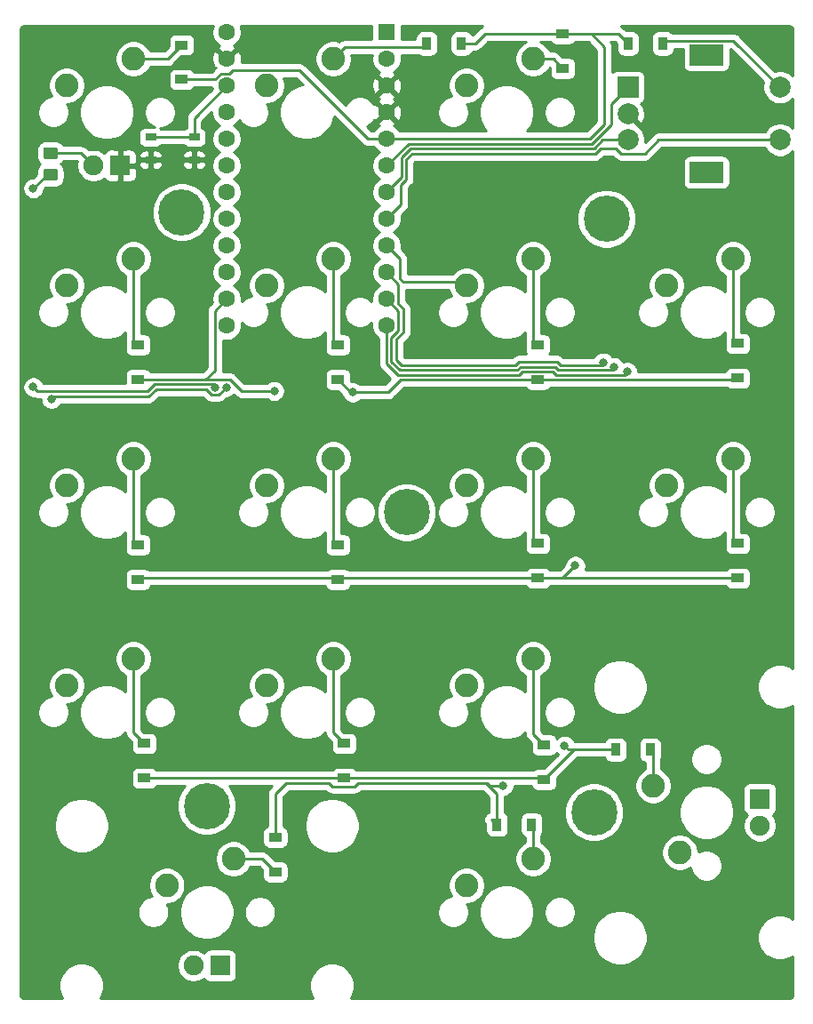
<source format=gbr>
%TF.GenerationSoftware,KiCad,Pcbnew,(5.1.7)-1*%
%TF.CreationDate,2020-12-03T19:41:16-08:00*%
%TF.ProjectId,macropad3,6d616372-6f70-4616-9433-2e6b69636164,rev?*%
%TF.SameCoordinates,Original*%
%TF.FileFunction,Copper,L2,Bot*%
%TF.FilePolarity,Positive*%
%FSLAX46Y46*%
G04 Gerber Fmt 4.6, Leading zero omitted, Abs format (unit mm)*
G04 Created by KiCad (PCBNEW (5.1.7)-1) date 2020-12-03 19:41:16*
%MOMM*%
%LPD*%
G01*
G04 APERTURE LIST*
%TA.AperFunction,SMDPad,CuDef*%
%ADD10R,1.200000X0.900000*%
%TD*%
%TA.AperFunction,ComponentPad*%
%ADD11R,1.905000X1.905000*%
%TD*%
%TA.AperFunction,ComponentPad*%
%ADD12C,1.905000*%
%TD*%
%TA.AperFunction,ComponentPad*%
%ADD13C,2.250000*%
%TD*%
%TA.AperFunction,ComponentPad*%
%ADD14C,1.600000*%
%TD*%
%TA.AperFunction,ComponentPad*%
%ADD15R,1.600000X1.600000*%
%TD*%
%TA.AperFunction,SMDPad,CuDef*%
%ADD16R,0.900000X1.200000*%
%TD*%
%TA.AperFunction,SMDPad,CuDef*%
%ADD17R,1.050000X0.650000*%
%TD*%
%TA.AperFunction,ComponentPad*%
%ADD18R,2.000000X2.000000*%
%TD*%
%TA.AperFunction,ComponentPad*%
%ADD19C,2.000000*%
%TD*%
%TA.AperFunction,ComponentPad*%
%ADD20R,3.200000X2.000000*%
%TD*%
%TA.AperFunction,ComponentPad*%
%ADD21C,4.400000*%
%TD*%
%TA.AperFunction,ViaPad*%
%ADD22C,0.800000*%
%TD*%
%TA.AperFunction,Conductor*%
%ADD23C,0.250000*%
%TD*%
%TA.AperFunction,Conductor*%
%ADD24C,0.254000*%
%TD*%
%TA.AperFunction,Conductor*%
%ADD25C,0.100000*%
%TD*%
G04 APERTURE END LIST*
D10*
%TO.P,D2,2*%
%TO.N,Net-(D2-Pad2)*%
X104631081Y-81837853D03*
%TO.P,D2,1*%
%TO.N,ROW1*%
X104631081Y-85137853D03*
%TD*%
D11*
%TO.P,K-ENT1,4*%
%TO.N,N/C*%
X163884508Y-125080405D03*
D12*
%TO.P,K-ENT1,3*%
X163884508Y-127620405D03*
D13*
%TO.P,K-ENT1,1*%
%TO.N,COL3*%
X156264508Y-130160405D03*
%TO.P,K-ENT1,2*%
%TO.N,Net-(D18-Pad2)*%
X153724508Y-123810405D03*
%TD*%
D11*
%TO.P,K-0,4*%
%TO.N,N/C*%
X112449508Y-140955405D03*
D12*
%TO.P,K-0,3*%
X109909508Y-140955405D03*
D13*
%TO.P,K-0,1*%
%TO.N,COL0*%
X107369508Y-133335405D03*
%TO.P,K-0,2*%
%TO.N,Net-(D5-Pad2)*%
X113719508Y-130795405D03*
%TD*%
D14*
%TO.P,U1,24*%
%TO.N,N/C*%
X113084532Y-52055405D03*
%TO.P,U1,23*%
%TO.N,GND*%
X113084532Y-54595405D03*
%TO.P,U1,22*%
%TO.N,Net-(SW2-Pad2)*%
X113084532Y-57135405D03*
%TO.P,U1,21*%
%TO.N,N/C*%
X113084532Y-59675405D03*
%TO.P,U1,20*%
X113084532Y-62215405D03*
%TO.P,U1,19*%
X113084532Y-64755405D03*
%TO.P,U1,18*%
X113084532Y-67295405D03*
%TO.P,U1,17*%
X113084532Y-69835405D03*
%TO.P,U1,16*%
%TO.N,COL1*%
X113084532Y-72375405D03*
%TO.P,U1,15*%
%TO.N,COL0*%
X113084532Y-74915405D03*
%TO.P,U1,14*%
%TO.N,ROW1*%
X113084532Y-77455405D03*
%TO.P,U1,13*%
%TO.N,NUMLED*%
X113084532Y-79995405D03*
%TO.P,U1,12*%
%TO.N,ROW4*%
X128324532Y-79995405D03*
%TO.P,U1,11*%
%TO.N,ROW3*%
X128324532Y-77455405D03*
%TO.P,U1,10*%
%TO.N,ROW2*%
X128324532Y-74915405D03*
%TO.P,U1,9*%
%TO.N,COL2*%
X128324532Y-72375405D03*
%TO.P,U1,8*%
%TO.N,COL3*%
X128324532Y-69835405D03*
%TO.P,U1,7*%
%TO.N,ROT-B*%
X128324532Y-67295405D03*
%TO.P,U1,6*%
%TO.N,ROT-A*%
X128324532Y-64755405D03*
%TO.P,U1,5*%
%TO.N,ROW0*%
X128324532Y-62215405D03*
%TO.P,U1,4*%
%TO.N,GND*%
X128324532Y-59675405D03*
%TO.P,U1,3*%
X128324532Y-57135405D03*
%TO.P,U1,2*%
%TO.N,N/C*%
X128324532Y-54595405D03*
D15*
%TO.P,U1,1*%
X128324532Y-52055405D03*
%TD*%
D16*
%TO.P,D6,2*%
%TO.N,Net-(D6-Pad2)*%
X132151418Y-53126890D03*
%TO.P,D6,1*%
%TO.N,ROW0*%
X135451418Y-53126890D03*
%TD*%
D17*
%TO.P,SW2,2*%
%TO.N,Net-(SW2-Pad2)*%
X109988898Y-62056585D03*
X105838898Y-62056585D03*
%TO.P,SW2,1*%
%TO.N,GND*%
X109988898Y-64206585D03*
X105838898Y-64206585D03*
%TD*%
D18*
%TO.P,SW1,A*%
%TO.N,ROT-A*%
X151304508Y-57294155D03*
D19*
%TO.P,SW1,C*%
%TO.N,GND*%
X151304508Y-59794155D03*
%TO.P,SW1,B*%
%TO.N,ROT-B*%
X151304508Y-62294155D03*
D20*
%TO.P,SW1,MP*%
%TO.N,N/C*%
X158804508Y-54194155D03*
X158804508Y-65394155D03*
D19*
%TO.P,SW1,S2*%
%TO.N,Net-(D15-Pad2)*%
X165804508Y-57294155D03*
%TO.P,SW1,S1*%
%TO.N,COL3*%
X165804508Y-62294155D03*
%TD*%
%TO.P,R1,2*%
%TO.N,NUMLED*%
%TA.AperFunction,SMDPad,CuDef*%
G36*
G01*
X95846698Y-65053463D02*
X96746700Y-65053463D01*
G75*
G02*
X96996699Y-65303462I0J-249999D01*
G01*
X96996699Y-65953464D01*
G75*
G02*
X96746700Y-66203463I-249999J0D01*
G01*
X95846698Y-66203463D01*
G75*
G02*
X95596699Y-65953464I0J249999D01*
G01*
X95596699Y-65303462D01*
G75*
G02*
X95846698Y-65053463I249999J0D01*
G01*
G37*
%TD.AperFunction*%
%TO.P,R1,1*%
%TO.N,Net-(K-NUM1-Pad3)*%
%TA.AperFunction,SMDPad,CuDef*%
G36*
G01*
X95846698Y-63003463D02*
X96746700Y-63003463D01*
G75*
G02*
X96996699Y-63253462I0J-249999D01*
G01*
X96996699Y-63903464D01*
G75*
G02*
X96746700Y-64153463I-249999J0D01*
G01*
X95846698Y-64153463D01*
G75*
G02*
X95596699Y-63903464I0J249999D01*
G01*
X95596699Y-63253462D01*
G75*
G02*
X95846698Y-63003463I249999J0D01*
G01*
G37*
%TD.AperFunction*%
%TD*%
D13*
%TO.P,K-STAR1,2*%
%TO.N,Net-(D10-Pad2)*%
X142294508Y-54595405D03*
%TO.P,K-STAR1,1*%
%TO.N,COL2*%
X135944508Y-57135405D03*
%TD*%
%TO.P,K-PLUS1,2*%
%TO.N,Net-(D17-Pad2)*%
X161344508Y-92695405D03*
%TO.P,K-PLUS1,1*%
%TO.N,COL3*%
X154994508Y-95235405D03*
%TD*%
D11*
%TO.P,K-NUM1,4*%
%TO.N,GND*%
X102924508Y-64755405D03*
D12*
%TO.P,K-NUM1,3*%
%TO.N,Net-(K-NUM1-Pad3)*%
X100384508Y-64755405D03*
D13*
%TO.P,K-NUM1,1*%
%TO.N,COL0*%
X97844508Y-57135405D03*
%TO.P,K-NUM1,2*%
%TO.N,Net-(D1-Pad2)*%
X104194508Y-54595405D03*
%TD*%
%TO.P,K-MIN1,2*%
%TO.N,Net-(D16-Pad2)*%
X161344508Y-73645405D03*
%TO.P,K-MIN1,1*%
%TO.N,COL3*%
X154994508Y-76185405D03*
%TD*%
%TO.P,K-DEL1,2*%
%TO.N,Net-(D14-Pad2)*%
X142294508Y-130795405D03*
%TO.P,K-DEL1,1*%
%TO.N,COL2*%
X135944508Y-133335405D03*
%TD*%
%TO.P,K-/1,2*%
%TO.N,Net-(D6-Pad2)*%
X123244508Y-54595405D03*
%TO.P,K-/1,1*%
%TO.N,COL1*%
X116894508Y-57135405D03*
%TD*%
%TO.P,K-9,2*%
%TO.N,Net-(D11-Pad2)*%
X142294508Y-73645405D03*
%TO.P,K-9,1*%
%TO.N,COL2*%
X135944508Y-76185405D03*
%TD*%
%TO.P,K-8,2*%
%TO.N,Net-(D7-Pad2)*%
X123244508Y-73645405D03*
%TO.P,K-8,1*%
%TO.N,COL1*%
X116894508Y-76185405D03*
%TD*%
%TO.P,K-7,2*%
%TO.N,Net-(D2-Pad2)*%
X104194508Y-73645405D03*
%TO.P,K-7,1*%
%TO.N,COL0*%
X97844508Y-76185405D03*
%TD*%
%TO.P,K-6,2*%
%TO.N,Net-(D12-Pad2)*%
X142294508Y-92695405D03*
%TO.P,K-6,1*%
%TO.N,COL2*%
X135944508Y-95235405D03*
%TD*%
%TO.P,K-5,2*%
%TO.N,Net-(D8-Pad2)*%
X123244508Y-92695405D03*
%TO.P,K-5,1*%
%TO.N,COL1*%
X116894508Y-95235405D03*
%TD*%
%TO.P,K-4,2*%
%TO.N,Net-(D3-Pad2)*%
X104194508Y-92695405D03*
%TO.P,K-4,1*%
%TO.N,COL0*%
X97844508Y-95235405D03*
%TD*%
%TO.P,K-1,2*%
%TO.N,Net-(D4-Pad2)*%
X104194516Y-111745381D03*
%TO.P,K-1,1*%
%TO.N,COL0*%
X97844516Y-114285381D03*
%TD*%
%TO.P,K-2,2*%
%TO.N,Net-(D9-Pad2)*%
X123244508Y-111745405D03*
%TO.P,K-2,1*%
%TO.N,COL1*%
X116894508Y-114285405D03*
%TD*%
%TO.P,K-3,2*%
%TO.N,Net-(D13-Pad2)*%
X142294548Y-111745381D03*
%TO.P,K-3,1*%
%TO.N,COL2*%
X135944548Y-114285381D03*
%TD*%
D21*
%TO.P,H5,1*%
%TO.N,N/C*%
X108798272Y-69200341D03*
%TD*%
%TO.P,H4,1*%
%TO.N,N/C*%
X148088930Y-126350389D03*
%TD*%
%TO.P,H3,1*%
%TO.N,N/C*%
X130229540Y-97775365D03*
%TD*%
%TO.P,H2,1*%
%TO.N,N/C*%
X149279556Y-69826199D03*
%TD*%
%TO.P,H1,1*%
%TO.N,N/C*%
X111179524Y-125755076D03*
%TD*%
D16*
%TO.P,D18,2*%
%TO.N,Net-(D18-Pad2)*%
X153446747Y-120397259D03*
%TO.P,D18,1*%
%TO.N,ROW3*%
X150146747Y-120397259D03*
%TD*%
D10*
%TO.P,D17,2*%
%TO.N,Net-(D17-Pad2)*%
X161781129Y-100751930D03*
%TO.P,D17,1*%
%TO.N,ROW2*%
X161781129Y-104051930D03*
%TD*%
%TO.P,D16,2*%
%TO.N,Net-(D16-Pad2)*%
X161781129Y-81701914D03*
%TO.P,D16,1*%
%TO.N,ROW1*%
X161781129Y-85001914D03*
%TD*%
D16*
%TO.P,D15,2*%
%TO.N,Net-(D15-Pad2)*%
X154637373Y-53126890D03*
%TO.P,D15,1*%
%TO.N,ROW0*%
X151337373Y-53126890D03*
%TD*%
%TO.P,D14,2*%
%TO.N,Net-(D14-Pad2)*%
X142135800Y-127541015D03*
%TO.P,D14,1*%
%TO.N,ROW4*%
X138835800Y-127541015D03*
%TD*%
D10*
%TO.P,D13,2*%
%TO.N,Net-(D13-Pad2)*%
X143326426Y-119937885D03*
%TO.P,D13,1*%
%TO.N,ROW3*%
X143326426Y-123237885D03*
%TD*%
%TO.P,D12,2*%
%TO.N,Net-(D12-Pad2)*%
X142731113Y-100751930D03*
%TO.P,D12,1*%
%TO.N,ROW2*%
X142731113Y-104051930D03*
%TD*%
%TO.P,D11,2*%
%TO.N,Net-(D11-Pad2)*%
X142731113Y-81837853D03*
%TO.P,D11,1*%
%TO.N,ROW1*%
X142731113Y-85137853D03*
%TD*%
%TO.P,D10,2*%
%TO.N,Net-(D10-Pad2)*%
X145112365Y-55508142D03*
%TO.P,D10,1*%
%TO.N,ROW0*%
X145112365Y-52208142D03*
%TD*%
%TO.P,D9,2*%
%TO.N,Net-(D9-Pad2)*%
X124276410Y-119801946D03*
%TO.P,D9,1*%
%TO.N,ROW3*%
X124276410Y-123101946D03*
%TD*%
%TO.P,D8,2*%
%TO.N,Net-(D8-Pad2)*%
X123681097Y-100887869D03*
%TO.P,D8,1*%
%TO.N,ROW2*%
X123681097Y-104187869D03*
%TD*%
%TO.P,D7,2*%
%TO.N,Net-(D7-Pad2)*%
X123681097Y-81837853D03*
%TO.P,D7,1*%
%TO.N,ROW1*%
X123681097Y-85137853D03*
%TD*%
%TO.P,D5,2*%
%TO.N,Net-(D5-Pad2)*%
X117727967Y-132031641D03*
%TO.P,D5,1*%
%TO.N,ROW4*%
X117727967Y-128731641D03*
%TD*%
%TO.P,D4,2*%
%TO.N,Net-(D4-Pad2)*%
X105226394Y-119801946D03*
%TO.P,D4,1*%
%TO.N,ROW3*%
X105226394Y-123101946D03*
%TD*%
%TO.P,D3,2*%
%TO.N,Net-(D3-Pad2)*%
X104631081Y-100887869D03*
%TO.P,D3,1*%
%TO.N,ROW2*%
X104631081Y-104187869D03*
%TD*%
%TO.P,D1,2*%
%TO.N,Net-(D1-Pad2)*%
X108798272Y-53262829D03*
%TO.P,D1,1*%
%TO.N,ROW0*%
X108798272Y-56562829D03*
%TD*%
D22*
%TO.N,ROW1*%
X117619508Y-86233000D03*
X125095000Y-86360000D03*
%TO.N,ROW2*%
X148971000Y-83512833D03*
X146304000Y-102870000D03*
%TO.N,ROW3*%
X149987000Y-83962843D03*
X145288000Y-120015000D03*
%TO.N,ROW4*%
X151257000Y-84412853D03*
X139446000Y-123826946D03*
%TO.N,COL0*%
X113040079Y-85862853D03*
X96393000Y-86976999D03*
%TO.N,NUMLED*%
X94649507Y-66929000D03*
X94649507Y-85852000D03*
X112014000Y-85862853D03*
%TD*%
D23*
%TO.N,Net-(D1-Pad2)*%
X107465696Y-54595405D02*
X108798272Y-53262829D01*
X104194508Y-54595405D02*
X107465696Y-54595405D01*
%TO.N,Net-(D2-Pad2)*%
X104194508Y-81401280D02*
X104631081Y-81837853D01*
X104194508Y-73645405D02*
X104194508Y-81401280D01*
%TO.N,ROW1*%
X161645190Y-85137853D02*
X161781129Y-85001914D01*
%TO.N,Net-(D3-Pad2)*%
X104194508Y-100451296D02*
X104631081Y-100887869D01*
X104194508Y-92695405D02*
X104194508Y-100451296D01*
%TO.N,ROW2*%
X104767020Y-104051930D02*
X104631081Y-104187869D01*
X132969983Y-104008380D02*
X132969983Y-104051930D01*
X123681097Y-104187869D02*
X123681097Y-104176866D01*
X123806033Y-104051930D02*
X104767020Y-104051930D01*
X123681097Y-104176866D02*
X123806033Y-104051930D01*
X132969983Y-104051930D02*
X123806033Y-104051930D01*
%TO.N,Net-(D4-Pad2)*%
X104194516Y-118770068D02*
X105226394Y-119801946D01*
X104194516Y-111745381D02*
X104194516Y-118770068D01*
%TO.N,ROW3*%
X143190487Y-123101946D02*
X143326426Y-123237885D01*
X146167052Y-120397259D02*
X143326426Y-123237885D01*
X150146747Y-120397259D02*
X146167052Y-120397259D01*
X133839049Y-123101946D02*
X134176467Y-123101946D01*
X134176467Y-123101946D02*
X143190487Y-123101946D01*
X105226394Y-123101946D02*
X134176467Y-123101946D01*
%TO.N,Net-(D5-Pad2)*%
X116491731Y-130795405D02*
X117727967Y-132031641D01*
X113719508Y-130795405D02*
X116491731Y-130795405D01*
%TO.N,ROW4*%
X138336189Y-127041404D02*
X138835800Y-127541015D01*
%TO.N,Net-(D6-Pad2)*%
X123244508Y-54595405D02*
X123865839Y-53974074D01*
%TO.N,Net-(D8-Pad2)*%
X123244508Y-100451280D02*
X123681097Y-100887869D01*
X123244508Y-92695405D02*
X123244508Y-100451280D01*
%TO.N,Net-(D9-Pad2)*%
X123244508Y-118770044D02*
X124276410Y-119801946D01*
X123244508Y-111745405D02*
X123244508Y-118770044D01*
%TO.N,Net-(D11-Pad2)*%
X142294508Y-81401248D02*
X142731113Y-81837853D01*
X142294508Y-73645405D02*
X142294508Y-81401248D01*
%TO.N,Net-(D12-Pad2)*%
X142294508Y-100315325D02*
X142731113Y-100751930D01*
X142294508Y-92695405D02*
X142294508Y-100315325D01*
%TO.N,Net-(D13-Pad2)*%
X142294548Y-118906007D02*
X143326426Y-119937885D01*
X142294548Y-111745381D02*
X142294548Y-118906007D01*
%TO.N,Net-(D14-Pad2)*%
X142294508Y-127699723D02*
X142135800Y-127541015D01*
X142294508Y-130795405D02*
X142294508Y-127699723D01*
%TO.N,Net-(D16-Pad2)*%
X161344508Y-81265293D02*
X161781129Y-81701914D01*
X161344508Y-73645405D02*
X161344508Y-81265293D01*
%TO.N,Net-(D17-Pad2)*%
X161344508Y-100315309D02*
X161781129Y-100751930D01*
X161344508Y-92695405D02*
X161344508Y-100315309D01*
%TO.N,Net-(D18-Pad2)*%
X153724508Y-120675020D02*
X153446747Y-120397259D01*
X153724508Y-123810405D02*
X153724508Y-120675020D01*
%TO.N,ROW0*%
X150418625Y-52208142D02*
X151337373Y-53126890D01*
X135451418Y-53126890D02*
X136777983Y-53126890D01*
X137696731Y-52208142D02*
X145112365Y-52208142D01*
X136777983Y-53126890D02*
X137696731Y-52208142D01*
X147715595Y-62215405D02*
X149098000Y-60833000D01*
X128324532Y-62215405D02*
X147715595Y-62215405D01*
X147839142Y-52208142D02*
X150418625Y-52208142D01*
X149098000Y-53467000D02*
X147839142Y-52208142D01*
X149098000Y-60833000D02*
X149098000Y-53467000D01*
X145112365Y-52208142D02*
X147839142Y-52208142D01*
X126548506Y-62215405D02*
X128324532Y-62215405D01*
X120018505Y-55685404D02*
X126548506Y-62215405D01*
X113659535Y-55685404D02*
X120018505Y-55685404D01*
X113360470Y-55984469D02*
X113659535Y-55685404D01*
X112544531Y-56010404D02*
X112544531Y-55984469D01*
X111992106Y-56562829D02*
X112544531Y-56010404D01*
X112544531Y-55984469D02*
X113360470Y-55984469D01*
X108798272Y-56562829D02*
X111992106Y-56562829D01*
%TO.N,ROW1*%
X104631081Y-85137853D02*
X110442147Y-85137853D01*
X111959531Y-84255469D02*
X111077147Y-85137853D01*
X111959531Y-78580406D02*
X111959531Y-84255469D01*
X113084532Y-77455405D02*
X111959531Y-78580406D01*
X110442147Y-85137853D02*
X111077147Y-85137853D01*
X114483228Y-86233000D02*
X117619508Y-86233000D01*
X113388080Y-85137852D02*
X114483228Y-86233000D01*
X111077147Y-85137853D02*
X113388080Y-85137852D01*
X124903244Y-86360000D02*
X123681097Y-85137853D01*
X125095000Y-86360000D02*
X124903244Y-86360000D01*
X125095000Y-86360000D02*
X128444853Y-86360000D01*
X129667000Y-85137853D02*
X135810853Y-85137853D01*
X128444853Y-86360000D02*
X129667000Y-85137853D01*
X135810853Y-85137853D02*
X161645190Y-85137853D01*
X135308456Y-85137853D02*
X135810853Y-85137853D01*
%TO.N,ROW2*%
X128324532Y-74915405D02*
X129449533Y-76040406D01*
X129899543Y-78394006D02*
X129899542Y-80667868D01*
X129449533Y-77943996D02*
X129899543Y-78394006D01*
X129449533Y-76040406D02*
X129449533Y-77943996D01*
X129286000Y-81281410D02*
X129286000Y-83309180D01*
X129899542Y-80667868D02*
X129286000Y-81281410D01*
X129286000Y-83309180D02*
X129764643Y-83787823D01*
X129764643Y-83787823D02*
X131572000Y-83787823D01*
X140597200Y-83787823D02*
X140922190Y-83462833D01*
X131572000Y-83787823D02*
X140597200Y-83787823D01*
X144552654Y-83462834D02*
X144877643Y-83787823D01*
X140922190Y-83462833D02*
X144552654Y-83462834D01*
X148696010Y-83787823D02*
X148971000Y-83512833D01*
X144877643Y-83787823D02*
X148696010Y-83787823D01*
X145122070Y-104051930D02*
X144360070Y-104051930D01*
X146304000Y-102870000D02*
X145122070Y-104051930D01*
X144360070Y-104051930D02*
X132969983Y-104051930D01*
X161781129Y-104051930D02*
X144360070Y-104051930D01*
%TO.N,ROW3*%
X128774542Y-81156458D02*
X129449533Y-80481467D01*
X128778000Y-83312000D02*
X128774542Y-83308542D01*
X128778000Y-83437590D02*
X128778000Y-83312000D01*
X129578243Y-84237833D02*
X128778000Y-83437590D01*
X129449533Y-78580406D02*
X128324532Y-77455405D01*
X140783600Y-84237833D02*
X129578243Y-84237833D01*
X141108591Y-83912842D02*
X140783600Y-84237833D01*
X128774542Y-83308542D02*
X128774542Y-81156458D01*
X144691243Y-84237833D02*
X144366253Y-83912843D01*
X129449533Y-80481467D02*
X129449533Y-78580406D01*
X144366253Y-83912843D02*
X141108591Y-83912842D01*
X149712010Y-84237833D02*
X149987000Y-83962843D01*
X144691243Y-84237833D02*
X149712010Y-84237833D01*
X145670259Y-120397259D02*
X145288000Y-120015000D01*
X146167052Y-120397259D02*
X145670259Y-120397259D01*
%TO.N,ROW4*%
X138835800Y-124611800D02*
X138835800Y-127541015D01*
X137775956Y-123551956D02*
X138835800Y-124611800D01*
X125297053Y-123876947D02*
X125622044Y-123551956D01*
X123114947Y-123876947D02*
X125297053Y-123876947D01*
X122789956Y-123551956D02*
X123114947Y-123876947D01*
X118745000Y-123551956D02*
X122789956Y-123551956D01*
X117727967Y-124568989D02*
X118745000Y-123551956D01*
X117727967Y-128731641D02*
X117727967Y-124568989D01*
X128324532Y-79995405D02*
X128324532Y-83620532D01*
X129391843Y-84687843D02*
X135122056Y-84687843D01*
X128324532Y-83620532D02*
X129391843Y-84687843D01*
X135122056Y-84687843D02*
X140229157Y-84687843D01*
X140229157Y-84687843D02*
X140970000Y-84687843D01*
X144179852Y-84362852D02*
X144504843Y-84687843D01*
X141294991Y-84362852D02*
X144179852Y-84362852D01*
X140970000Y-84687843D02*
X141294991Y-84362852D01*
X150982010Y-84687843D02*
X151257000Y-84412853D01*
X144504843Y-84687843D02*
X150982010Y-84687843D01*
X139446000Y-123826946D02*
X138177946Y-123826946D01*
X137902956Y-123551956D02*
X137433044Y-123551956D01*
X138177946Y-123826946D02*
X137902956Y-123551956D01*
X137433044Y-123551956D02*
X137775956Y-123551956D01*
X125622044Y-123551956D02*
X137433044Y-123551956D01*
%TO.N,Net-(D6-Pad2)*%
X124369509Y-53470404D02*
X123244508Y-54595405D01*
X131807904Y-53470404D02*
X124369509Y-53470404D01*
X132151418Y-53126890D02*
X131807904Y-53470404D01*
%TO.N,Net-(D7-Pad2)*%
X123244508Y-81401264D02*
X123681097Y-81837853D01*
X123244508Y-73645405D02*
X123244508Y-81401264D01*
%TO.N,Net-(D10-Pad2)*%
X144199628Y-54595405D02*
X145112365Y-55508142D01*
X142294508Y-54595405D02*
X144199628Y-54595405D01*
%TO.N,Net-(D15-Pad2)*%
X161379507Y-52869154D02*
X165804508Y-57294155D01*
X154895109Y-52869154D02*
X161379507Y-52869154D01*
X154637373Y-53126890D02*
X154895109Y-52869154D01*
%TO.N,COL0*%
X112315078Y-86587854D02*
X113040079Y-85862853D01*
X106368537Y-86037873D02*
X111116018Y-86037873D01*
X111116018Y-86037873D02*
X111665999Y-86587854D01*
X105665410Y-86741000D02*
X106368537Y-86037873D01*
X96628999Y-86741000D02*
X105665410Y-86741000D01*
X111665999Y-86587854D02*
X112315078Y-86587854D01*
X96393000Y-86976999D02*
X96628999Y-86741000D01*
%TO.N,COL2*%
X128324532Y-72375405D02*
X129575268Y-73626141D01*
X129575268Y-75529731D02*
X129899543Y-75854006D01*
X129575268Y-73626141D02*
X129575268Y-75529731D01*
X135613109Y-75854006D02*
X135944508Y-76185405D01*
X129899543Y-75854006D02*
X135613109Y-75854006D01*
%TO.N,COL3*%
X128324532Y-69835405D02*
X129687674Y-68472263D01*
X129687674Y-66568673D02*
X130201184Y-66055163D01*
X129687674Y-68472263D02*
X129687674Y-66568673D01*
X130201184Y-66055163D02*
X130201184Y-64151573D01*
X130201184Y-64151573D02*
X130733601Y-63619156D01*
X130733601Y-63619156D02*
X147962844Y-63619156D01*
X147962844Y-63619156D02*
X148089844Y-63619156D01*
X154240845Y-62294155D02*
X165804508Y-62294155D01*
X150668507Y-63619156D02*
X152915844Y-63619156D01*
X152915844Y-63619156D02*
X154240845Y-62294155D01*
X150168351Y-63119000D02*
X150668507Y-63619156D01*
X148721230Y-63119000D02*
X150168351Y-63119000D01*
X148221074Y-63619156D02*
X148721230Y-63119000D01*
X147962844Y-63619156D02*
X148221074Y-63619156D01*
%TO.N,Net-(K-NUM1-Pad3)*%
X99207566Y-63578463D02*
X100384508Y-64755405D01*
X96296699Y-63578463D02*
X99207566Y-63578463D01*
%TO.N,NUMLED*%
X95950044Y-65628463D02*
X94649507Y-66929000D01*
X96296699Y-65628463D02*
X95950044Y-65628463D01*
X105518001Y-86251999D02*
X106182137Y-85587863D01*
X95049506Y-86251999D02*
X105518001Y-86251999D01*
X94649507Y-85852000D02*
X95049506Y-86251999D01*
X106182137Y-85587863D02*
X111252000Y-85587863D01*
X111739010Y-85587863D02*
X112014000Y-85862853D01*
X111252000Y-85587863D02*
X111739010Y-85587863D01*
%TO.N,ROT-A*%
X130414522Y-62665415D02*
X128324532Y-64755405D01*
X147901995Y-62665415D02*
X130414522Y-62665415D01*
X149733000Y-60834410D02*
X147901995Y-62665415D01*
X149733000Y-58865663D02*
X149733000Y-60834410D01*
X151304508Y-57294155D02*
X149733000Y-58865663D01*
%TO.N,ROT-B*%
X128324532Y-67295405D02*
X129751174Y-65868763D01*
X129751174Y-63965173D02*
X130600922Y-63115425D01*
X129751174Y-65868763D02*
X129751174Y-63965173D01*
X130600922Y-63115425D02*
X148088396Y-63115424D01*
X148909665Y-62294155D02*
X151304508Y-62294155D01*
X148088396Y-63115424D02*
X148909665Y-62294155D01*
%TO.N,Net-(SW2-Pad2)*%
X105838898Y-62056585D02*
X109988898Y-62056585D01*
X109988898Y-60231039D02*
X113084532Y-57135405D01*
X109988898Y-62056585D02*
X109988898Y-60231039D01*
%TD*%
D24*
%TO.N,GND*%
X111704679Y-51636831D02*
X111649532Y-51914070D01*
X111649532Y-52196740D01*
X111704679Y-52473979D01*
X111812852Y-52735132D01*
X111969895Y-52970164D01*
X112169773Y-53170042D01*
X112403660Y-53326320D01*
X112343018Y-53358734D01*
X112271435Y-53602703D01*
X113084532Y-54415800D01*
X113897629Y-53602703D01*
X113826046Y-53358734D01*
X113761540Y-53328211D01*
X113764259Y-53327085D01*
X113999291Y-53170042D01*
X114199169Y-52970164D01*
X114356212Y-52735132D01*
X114464385Y-52473979D01*
X114519532Y-52196740D01*
X114519532Y-51914070D01*
X114464385Y-51636831D01*
X114399688Y-51480638D01*
X126886460Y-51480638D01*
X126886460Y-52710404D01*
X124406834Y-52710404D01*
X124369509Y-52706728D01*
X124332184Y-52710404D01*
X124332176Y-52710404D01*
X124220523Y-52721401D01*
X124077262Y-52764858D01*
X123945233Y-52835430D01*
X123829508Y-52930403D01*
X123828095Y-52932125D01*
X123757881Y-52903041D01*
X123417853Y-52835405D01*
X123071163Y-52835405D01*
X122731135Y-52903041D01*
X122410835Y-53035713D01*
X122122573Y-53228324D01*
X121877427Y-53473470D01*
X121684816Y-53761732D01*
X121552144Y-54082032D01*
X121484508Y-54422060D01*
X121484508Y-54768750D01*
X121552144Y-55108778D01*
X121684816Y-55429078D01*
X121877427Y-55717340D01*
X122122573Y-55962486D01*
X122410835Y-56155097D01*
X122731135Y-56287769D01*
X123071163Y-56355405D01*
X123417853Y-56355405D01*
X123757881Y-56287769D01*
X124078181Y-56155097D01*
X124366443Y-55962486D01*
X124611589Y-55717340D01*
X124804200Y-55429078D01*
X124936872Y-55108778D01*
X125004508Y-54768750D01*
X125004508Y-54422060D01*
X124966385Y-54230404D01*
X126934023Y-54230404D01*
X126889532Y-54454070D01*
X126889532Y-54736740D01*
X126944679Y-55013979D01*
X127052852Y-55275132D01*
X127209895Y-55510164D01*
X127409773Y-55710042D01*
X127643660Y-55866320D01*
X127583018Y-55898734D01*
X127511435Y-56142703D01*
X128324532Y-56955800D01*
X129137629Y-56142703D01*
X129066046Y-55898734D01*
X129001540Y-55868211D01*
X129004259Y-55867085D01*
X129239291Y-55710042D01*
X129439169Y-55510164D01*
X129596212Y-55275132D01*
X129704385Y-55013979D01*
X129759532Y-54736740D01*
X129759532Y-54454070D01*
X129715041Y-54230404D01*
X131313996Y-54230404D01*
X131346924Y-54257427D01*
X131457238Y-54316392D01*
X131576936Y-54352702D01*
X131701418Y-54364962D01*
X132601418Y-54364962D01*
X132725900Y-54352702D01*
X132845598Y-54316392D01*
X132955912Y-54257427D01*
X133052603Y-54178075D01*
X133131955Y-54081384D01*
X133190920Y-53971070D01*
X133227230Y-53851372D01*
X133239490Y-53726890D01*
X133239490Y-52526890D01*
X133227230Y-52402408D01*
X133190920Y-52282710D01*
X133131955Y-52172396D01*
X133052603Y-52075705D01*
X132955912Y-51996353D01*
X132845598Y-51937388D01*
X132725900Y-51901078D01*
X132601418Y-51888818D01*
X131701418Y-51888818D01*
X131576936Y-51901078D01*
X131457238Y-51937388D01*
X131346924Y-51996353D01*
X131250233Y-52075705D01*
X131170881Y-52172396D01*
X131111916Y-52282710D01*
X131075606Y-52402408D01*
X131063346Y-52526890D01*
X131063346Y-52710404D01*
X129762604Y-52710404D01*
X129762604Y-51480638D01*
X137476871Y-51480638D01*
X137404484Y-51502596D01*
X137272454Y-51573168D01*
X137211577Y-51623129D01*
X137156730Y-51668141D01*
X137132932Y-51697139D01*
X136504056Y-52326015D01*
X136490920Y-52282710D01*
X136431955Y-52172396D01*
X136352603Y-52075705D01*
X136255912Y-51996353D01*
X136145598Y-51937388D01*
X136025900Y-51901078D01*
X135901418Y-51888818D01*
X135001418Y-51888818D01*
X134876936Y-51901078D01*
X134757238Y-51937388D01*
X134646924Y-51996353D01*
X134550233Y-52075705D01*
X134470881Y-52172396D01*
X134411916Y-52282710D01*
X134375606Y-52402408D01*
X134363346Y-52526890D01*
X134363346Y-53726890D01*
X134375606Y-53851372D01*
X134411916Y-53971070D01*
X134470881Y-54081384D01*
X134550233Y-54178075D01*
X134646924Y-54257427D01*
X134757238Y-54316392D01*
X134876936Y-54352702D01*
X135001418Y-54364962D01*
X135901418Y-54364962D01*
X136025900Y-54352702D01*
X136145598Y-54316392D01*
X136255912Y-54257427D01*
X136352603Y-54178075D01*
X136431955Y-54081384D01*
X136490920Y-53971070D01*
X136516456Y-53886890D01*
X136740661Y-53886890D01*
X136777983Y-53890566D01*
X136815305Y-53886890D01*
X136815316Y-53886890D01*
X136926969Y-53875893D01*
X137070230Y-53832436D01*
X137202259Y-53761864D01*
X137317984Y-53666891D01*
X137341786Y-53637888D01*
X138011533Y-52968142D01*
X141623967Y-52968142D01*
X141460835Y-53035713D01*
X141172573Y-53228324D01*
X140927427Y-53473470D01*
X140734816Y-53761732D01*
X140602144Y-54082032D01*
X140534508Y-54422060D01*
X140534508Y-54768750D01*
X140602144Y-55108778D01*
X140734816Y-55429078D01*
X140927427Y-55717340D01*
X141172573Y-55962486D01*
X141460835Y-56155097D01*
X141781135Y-56287769D01*
X142121163Y-56355405D01*
X142467853Y-56355405D01*
X142807881Y-56287769D01*
X143128181Y-56155097D01*
X143416443Y-55962486D01*
X143661589Y-55717340D01*
X143854200Y-55429078D01*
X143874293Y-55380569D01*
X143874293Y-55958142D01*
X143886553Y-56082624D01*
X143922863Y-56202322D01*
X143981828Y-56312636D01*
X144061180Y-56409327D01*
X144157871Y-56488679D01*
X144268185Y-56547644D01*
X144387883Y-56583954D01*
X144512365Y-56596214D01*
X145712365Y-56596214D01*
X145836847Y-56583954D01*
X145956545Y-56547644D01*
X146066859Y-56488679D01*
X146163550Y-56409327D01*
X146242902Y-56312636D01*
X146301867Y-56202322D01*
X146338177Y-56082624D01*
X146350437Y-55958142D01*
X146350437Y-55058142D01*
X146338177Y-54933660D01*
X146301867Y-54813962D01*
X146242902Y-54703648D01*
X146163550Y-54606957D01*
X146066859Y-54527605D01*
X145956545Y-54468640D01*
X145836847Y-54432330D01*
X145712365Y-54420070D01*
X145099094Y-54420070D01*
X144763431Y-54084407D01*
X144739629Y-54055404D01*
X144623904Y-53960431D01*
X144491875Y-53889859D01*
X144348614Y-53846402D01*
X144236961Y-53835405D01*
X144236950Y-53835405D01*
X144199628Y-53831729D01*
X144162306Y-53835405D01*
X143884716Y-53835405D01*
X143854200Y-53761732D01*
X143661589Y-53473470D01*
X143416443Y-53228324D01*
X143128181Y-53035713D01*
X142965049Y-52968142D01*
X143958045Y-52968142D01*
X143981828Y-53012636D01*
X144061180Y-53109327D01*
X144157871Y-53188679D01*
X144268185Y-53247644D01*
X144387883Y-53283954D01*
X144512365Y-53296214D01*
X145712365Y-53296214D01*
X145836847Y-53283954D01*
X145956545Y-53247644D01*
X146066859Y-53188679D01*
X146163550Y-53109327D01*
X146242902Y-53012636D01*
X146266685Y-52968142D01*
X147524341Y-52968142D01*
X148338001Y-53781803D01*
X148338000Y-60518198D01*
X147400794Y-61455405D01*
X141692334Y-61455405D01*
X141796508Y-61351231D01*
X142084209Y-60920656D01*
X142282381Y-60442227D01*
X142383408Y-59934329D01*
X142383408Y-59526683D01*
X143324508Y-59526683D01*
X143324508Y-59824127D01*
X143382537Y-60115856D01*
X143496364Y-60390658D01*
X143661615Y-60637974D01*
X143871939Y-60848298D01*
X144119255Y-61013549D01*
X144394057Y-61127376D01*
X144685786Y-61185405D01*
X144983230Y-61185405D01*
X145274959Y-61127376D01*
X145549761Y-61013549D01*
X145797077Y-60848298D01*
X146007401Y-60637974D01*
X146172652Y-60390658D01*
X146286479Y-60115856D01*
X146344508Y-59824127D01*
X146344508Y-59526683D01*
X146286479Y-59234954D01*
X146172652Y-58960152D01*
X146007401Y-58712836D01*
X145797077Y-58502512D01*
X145549761Y-58337261D01*
X145274959Y-58223434D01*
X144983230Y-58165405D01*
X144685786Y-58165405D01*
X144394057Y-58223434D01*
X144119255Y-58337261D01*
X143871939Y-58502512D01*
X143661615Y-58712836D01*
X143496364Y-58960152D01*
X143382537Y-59234954D01*
X143324508Y-59526683D01*
X142383408Y-59526683D01*
X142383408Y-59416481D01*
X142282381Y-58908583D01*
X142084209Y-58430154D01*
X141796508Y-57999579D01*
X141430334Y-57633405D01*
X140999759Y-57345704D01*
X140521330Y-57147532D01*
X140013432Y-57046505D01*
X139495584Y-57046505D01*
X138987686Y-57147532D01*
X138509257Y-57345704D01*
X138078682Y-57633405D01*
X137712508Y-57999579D01*
X137424807Y-58430154D01*
X137226635Y-58908583D01*
X137125608Y-59416481D01*
X137125608Y-59934329D01*
X137226635Y-60442227D01*
X137424807Y-60920656D01*
X137712508Y-61351231D01*
X137816682Y-61455405D01*
X129542575Y-61455405D01*
X129439169Y-61300646D01*
X129239291Y-61100768D01*
X129005404Y-60944490D01*
X129066046Y-60912076D01*
X129137629Y-60668107D01*
X128324532Y-59855010D01*
X127511435Y-60668107D01*
X127583018Y-60912076D01*
X127647524Y-60942599D01*
X127644805Y-60943725D01*
X127409773Y-61100768D01*
X127209895Y-61300646D01*
X127106489Y-61455405D01*
X126863308Y-61455405D01*
X126444388Y-61036485D01*
X126499761Y-61013549D01*
X126747077Y-60848298D01*
X126957401Y-60637974D01*
X127102278Y-60421149D01*
X127331830Y-60488502D01*
X128144927Y-59675405D01*
X128504137Y-59675405D01*
X129317234Y-60488502D01*
X129561203Y-60416919D01*
X129682103Y-60161409D01*
X129750832Y-59887221D01*
X129764749Y-59604893D01*
X129753161Y-59526683D01*
X133164508Y-59526683D01*
X133164508Y-59824127D01*
X133222537Y-60115856D01*
X133336364Y-60390658D01*
X133501615Y-60637974D01*
X133711939Y-60848298D01*
X133959255Y-61013549D01*
X134234057Y-61127376D01*
X134525786Y-61185405D01*
X134823230Y-61185405D01*
X135114959Y-61127376D01*
X135389761Y-61013549D01*
X135637077Y-60848298D01*
X135847401Y-60637974D01*
X136012652Y-60390658D01*
X136126479Y-60115856D01*
X136184508Y-59824127D01*
X136184508Y-59526683D01*
X136126479Y-59234954D01*
X136012652Y-58960152D01*
X135969390Y-58895405D01*
X136117853Y-58895405D01*
X136457881Y-58827769D01*
X136778181Y-58695097D01*
X137066443Y-58502486D01*
X137311589Y-58257340D01*
X137504200Y-57969078D01*
X137636872Y-57648778D01*
X137704508Y-57308750D01*
X137704508Y-56962060D01*
X137636872Y-56622032D01*
X137504200Y-56301732D01*
X137311589Y-56013470D01*
X137066443Y-55768324D01*
X136778181Y-55575713D01*
X136457881Y-55443041D01*
X136117853Y-55375405D01*
X135771163Y-55375405D01*
X135431135Y-55443041D01*
X135110835Y-55575713D01*
X134822573Y-55768324D01*
X134577427Y-56013470D01*
X134384816Y-56301732D01*
X134252144Y-56622032D01*
X134184508Y-56962060D01*
X134184508Y-57308750D01*
X134252144Y-57648778D01*
X134384816Y-57969078D01*
X134517146Y-58167124D01*
X134234057Y-58223434D01*
X133959255Y-58337261D01*
X133711939Y-58502512D01*
X133501615Y-58712836D01*
X133336364Y-58960152D01*
X133222537Y-59234954D01*
X133164508Y-59526683D01*
X129753161Y-59526683D01*
X129723319Y-59325275D01*
X129628135Y-59059113D01*
X129561203Y-58933891D01*
X129317234Y-58862308D01*
X128504137Y-59675405D01*
X128144927Y-59675405D01*
X127331830Y-58862308D01*
X127102278Y-58929661D01*
X126957401Y-58712836D01*
X126747077Y-58502512D01*
X126499761Y-58337261D01*
X126224959Y-58223434D01*
X125933230Y-58165405D01*
X125635786Y-58165405D01*
X125344057Y-58223434D01*
X125069255Y-58337261D01*
X124821939Y-58502512D01*
X124611615Y-58712836D01*
X124446364Y-58960152D01*
X124423428Y-59015525D01*
X123536010Y-58128107D01*
X127511435Y-58128107D01*
X127583018Y-58372076D01*
X127649168Y-58403376D01*
X127583018Y-58438734D01*
X127511435Y-58682703D01*
X128324532Y-59495800D01*
X129137629Y-58682703D01*
X129066046Y-58438734D01*
X128999896Y-58407434D01*
X129066046Y-58372076D01*
X129137629Y-58128107D01*
X128324532Y-57315010D01*
X127511435Y-58128107D01*
X123536010Y-58128107D01*
X122613820Y-57205917D01*
X126884315Y-57205917D01*
X126925745Y-57485535D01*
X127020929Y-57751697D01*
X127087861Y-57876919D01*
X127331830Y-57948502D01*
X128144927Y-57135405D01*
X128504137Y-57135405D01*
X129317234Y-57948502D01*
X129561203Y-57876919D01*
X129682103Y-57621409D01*
X129750832Y-57347221D01*
X129764749Y-57064893D01*
X129723319Y-56785275D01*
X129628135Y-56519113D01*
X129561203Y-56393891D01*
X129317234Y-56322308D01*
X128504137Y-57135405D01*
X128144927Y-57135405D01*
X127331830Y-56322308D01*
X127087861Y-56393891D01*
X126966961Y-56649401D01*
X126898232Y-56923589D01*
X126884315Y-57205917D01*
X122613820Y-57205917D01*
X120582309Y-55174407D01*
X120558506Y-55145403D01*
X120442781Y-55050430D01*
X120310752Y-54979858D01*
X120167491Y-54936401D01*
X120055838Y-54925404D01*
X120055827Y-54925404D01*
X120018505Y-54921728D01*
X119981183Y-54925404D01*
X114481208Y-54925404D01*
X114510832Y-54807221D01*
X114524749Y-54524893D01*
X114483319Y-54245275D01*
X114388135Y-53979113D01*
X114321203Y-53853891D01*
X114077234Y-53782308D01*
X113264137Y-54595405D01*
X113278280Y-54609548D01*
X113098675Y-54789153D01*
X113084532Y-54775010D01*
X113070390Y-54789153D01*
X112890785Y-54609548D01*
X112904927Y-54595405D01*
X112091830Y-53782308D01*
X111847861Y-53853891D01*
X111726961Y-54109401D01*
X111658232Y-54383589D01*
X111644315Y-54665917D01*
X111685745Y-54945535D01*
X111780929Y-55211697D01*
X111847861Y-55336919D01*
X112059805Y-55399105D01*
X112004530Y-55444468D01*
X111909557Y-55560193D01*
X111897634Y-55582499D01*
X111677305Y-55802829D01*
X109952592Y-55802829D01*
X109928809Y-55758335D01*
X109849457Y-55661644D01*
X109752766Y-55582292D01*
X109642452Y-55523327D01*
X109522754Y-55487017D01*
X109398272Y-55474757D01*
X108198272Y-55474757D01*
X108073790Y-55487017D01*
X107954092Y-55523327D01*
X107843778Y-55582292D01*
X107747087Y-55661644D01*
X107667735Y-55758335D01*
X107608770Y-55868649D01*
X107572460Y-55988347D01*
X107560200Y-56112829D01*
X107560200Y-57012829D01*
X107572460Y-57137311D01*
X107608770Y-57257009D01*
X107667735Y-57367323D01*
X107747087Y-57464014D01*
X107843778Y-57543366D01*
X107954092Y-57602331D01*
X108073790Y-57638641D01*
X108198272Y-57650901D01*
X109398272Y-57650901D01*
X109522754Y-57638641D01*
X109642452Y-57602331D01*
X109752766Y-57543366D01*
X109849457Y-57464014D01*
X109928809Y-57367323D01*
X109952592Y-57322829D01*
X111658700Y-57322829D01*
X111685844Y-57459291D01*
X109477896Y-59667240D01*
X109448898Y-59691038D01*
X109425100Y-59720036D01*
X109425099Y-59720037D01*
X109353924Y-59806763D01*
X109283352Y-59938793D01*
X109257040Y-60025535D01*
X109239896Y-60082053D01*
X109232080Y-60161409D01*
X109225222Y-60231039D01*
X109228899Y-60268371D01*
X109228899Y-61139298D01*
X109219718Y-61142083D01*
X109109404Y-61201048D01*
X109012713Y-61280400D01*
X108999430Y-61296585D01*
X106828366Y-61296585D01*
X106815083Y-61280400D01*
X106718392Y-61201048D01*
X106689126Y-61185405D01*
X106883230Y-61185405D01*
X107174959Y-61127376D01*
X107449761Y-61013549D01*
X107697077Y-60848298D01*
X107907401Y-60637974D01*
X108072652Y-60390658D01*
X108186479Y-60115856D01*
X108244508Y-59824127D01*
X108244508Y-59526683D01*
X108186479Y-59234954D01*
X108072652Y-58960152D01*
X107907401Y-58712836D01*
X107697077Y-58502512D01*
X107449761Y-58337261D01*
X107174959Y-58223434D01*
X106883230Y-58165405D01*
X106585786Y-58165405D01*
X106294057Y-58223434D01*
X106019255Y-58337261D01*
X105771939Y-58502512D01*
X105561615Y-58712836D01*
X105396364Y-58960152D01*
X105282537Y-59234954D01*
X105224508Y-59526683D01*
X105224508Y-59824127D01*
X105282537Y-60115856D01*
X105396364Y-60390658D01*
X105561615Y-60637974D01*
X105771939Y-60848298D01*
X106019255Y-61013549D01*
X106212305Y-61093513D01*
X105313898Y-61093513D01*
X105189416Y-61105773D01*
X105069718Y-61142083D01*
X104959404Y-61201048D01*
X104862713Y-61280400D01*
X104783361Y-61377091D01*
X104724396Y-61487405D01*
X104688086Y-61607103D01*
X104675826Y-61731585D01*
X104675826Y-62381585D01*
X104688086Y-62506067D01*
X104724396Y-62625765D01*
X104783361Y-62736079D01*
X104862713Y-62832770D01*
X104959404Y-62912122D01*
X105069718Y-62971087D01*
X105189416Y-63007397D01*
X105313898Y-63019657D01*
X106363898Y-63019657D01*
X106488380Y-63007397D01*
X106608078Y-62971087D01*
X106718392Y-62912122D01*
X106815083Y-62832770D01*
X106828366Y-62816585D01*
X108999430Y-62816585D01*
X109012713Y-62832770D01*
X109109404Y-62912122D01*
X109219718Y-62971087D01*
X109339416Y-63007397D01*
X109463898Y-63019657D01*
X110513898Y-63019657D01*
X110638380Y-63007397D01*
X110758078Y-62971087D01*
X110868392Y-62912122D01*
X110965083Y-62832770D01*
X111044435Y-62736079D01*
X111103400Y-62625765D01*
X111139710Y-62506067D01*
X111151970Y-62381585D01*
X111151970Y-61731585D01*
X111139710Y-61607103D01*
X111103400Y-61487405D01*
X111044435Y-61377091D01*
X110965083Y-61280400D01*
X110868392Y-61201048D01*
X110758078Y-61142083D01*
X110748898Y-61139298D01*
X110748898Y-60545840D01*
X111649532Y-59645206D01*
X111649532Y-59816740D01*
X111704679Y-60093979D01*
X111812852Y-60355132D01*
X111969895Y-60590164D01*
X112169773Y-60790042D01*
X112402291Y-60945405D01*
X112169773Y-61100768D01*
X111969895Y-61300646D01*
X111812852Y-61535678D01*
X111704679Y-61796831D01*
X111649532Y-62074070D01*
X111649532Y-62356740D01*
X111704679Y-62633979D01*
X111812852Y-62895132D01*
X111969895Y-63130164D01*
X112169773Y-63330042D01*
X112402291Y-63485405D01*
X112169773Y-63640768D01*
X111969895Y-63840646D01*
X111812852Y-64075678D01*
X111704679Y-64336831D01*
X111649532Y-64614070D01*
X111649532Y-64896740D01*
X111704679Y-65173979D01*
X111812852Y-65435132D01*
X111969895Y-65670164D01*
X112169773Y-65870042D01*
X112402291Y-66025405D01*
X112169773Y-66180768D01*
X111969895Y-66380646D01*
X111812852Y-66615678D01*
X111704679Y-66876831D01*
X111649532Y-67154070D01*
X111649532Y-67436740D01*
X111704679Y-67713979D01*
X111812852Y-67975132D01*
X111969895Y-68210164D01*
X112169773Y-68410042D01*
X112402291Y-68565405D01*
X112169773Y-68720768D01*
X111969895Y-68920646D01*
X111812852Y-69155678D01*
X111704679Y-69416831D01*
X111649532Y-69694070D01*
X111649532Y-69976740D01*
X111704679Y-70253979D01*
X111812852Y-70515132D01*
X111969895Y-70750164D01*
X112169773Y-70950042D01*
X112402291Y-71105405D01*
X112169773Y-71260768D01*
X111969895Y-71460646D01*
X111812852Y-71695678D01*
X111704679Y-71956831D01*
X111649532Y-72234070D01*
X111649532Y-72516740D01*
X111704679Y-72793979D01*
X111812852Y-73055132D01*
X111969895Y-73290164D01*
X112169773Y-73490042D01*
X112402291Y-73645405D01*
X112169773Y-73800768D01*
X111969895Y-74000646D01*
X111812852Y-74235678D01*
X111704679Y-74496831D01*
X111649532Y-74774070D01*
X111649532Y-75056740D01*
X111704679Y-75333979D01*
X111812852Y-75595132D01*
X111969895Y-75830164D01*
X112169773Y-76030042D01*
X112402291Y-76185405D01*
X112169773Y-76340768D01*
X111969895Y-76540646D01*
X111812852Y-76775678D01*
X111704679Y-77036831D01*
X111649532Y-77314070D01*
X111649532Y-77596740D01*
X111685844Y-77779292D01*
X111448533Y-78016602D01*
X111419530Y-78040405D01*
X111376382Y-78092982D01*
X111324557Y-78156130D01*
X111255699Y-78284954D01*
X111253985Y-78288160D01*
X111210528Y-78431421D01*
X111199531Y-78543074D01*
X111199531Y-78543084D01*
X111195855Y-78580406D01*
X111199531Y-78617729D01*
X111199532Y-83940666D01*
X110762345Y-84377853D01*
X105785401Y-84377853D01*
X105761618Y-84333359D01*
X105682266Y-84236668D01*
X105585575Y-84157316D01*
X105475261Y-84098351D01*
X105355563Y-84062041D01*
X105231081Y-84049781D01*
X104031081Y-84049781D01*
X103906599Y-84062041D01*
X103786901Y-84098351D01*
X103676587Y-84157316D01*
X103579896Y-84236668D01*
X103500544Y-84333359D01*
X103441579Y-84443673D01*
X103405269Y-84563371D01*
X103393009Y-84687853D01*
X103393009Y-85491999D01*
X95620666Y-85491999D01*
X95566712Y-85361744D01*
X95453444Y-85192226D01*
X95309281Y-85048063D01*
X95139763Y-84934795D01*
X94951405Y-84856774D01*
X94751446Y-84817000D01*
X94547568Y-84817000D01*
X94347609Y-84856774D01*
X94159251Y-84934795D01*
X93989733Y-85048063D01*
X93845570Y-85192226D01*
X93732302Y-85361744D01*
X93654281Y-85550102D01*
X93614507Y-85750061D01*
X93614507Y-85953939D01*
X93654281Y-86153898D01*
X93732302Y-86342256D01*
X93845570Y-86511774D01*
X93989733Y-86655937D01*
X94159251Y-86769205D01*
X94347609Y-86847226D01*
X94547568Y-86887000D01*
X94625281Y-86887000D01*
X94757259Y-86957545D01*
X94900520Y-87001002D01*
X95012173Y-87011999D01*
X95012183Y-87011999D01*
X95049505Y-87015675D01*
X95086828Y-87011999D01*
X95358000Y-87011999D01*
X95358000Y-87078938D01*
X95397774Y-87278897D01*
X95475795Y-87467255D01*
X95589063Y-87636773D01*
X95733226Y-87780936D01*
X95902744Y-87894204D01*
X96091102Y-87972225D01*
X96291061Y-88011999D01*
X96494939Y-88011999D01*
X96694898Y-87972225D01*
X96883256Y-87894204D01*
X97052774Y-87780936D01*
X97196937Y-87636773D01*
X97287657Y-87501000D01*
X105628088Y-87501000D01*
X105665410Y-87504676D01*
X105702732Y-87501000D01*
X105702743Y-87501000D01*
X105814396Y-87490003D01*
X105957657Y-87446546D01*
X106089686Y-87375974D01*
X106205411Y-87281001D01*
X106229213Y-87251998D01*
X106683339Y-86797873D01*
X110801217Y-86797873D01*
X111102199Y-87098856D01*
X111125998Y-87127855D01*
X111154996Y-87151653D01*
X111241723Y-87222828D01*
X111373752Y-87293400D01*
X111517013Y-87336857D01*
X111665999Y-87351531D01*
X111703332Y-87347854D01*
X112277756Y-87347854D01*
X112315078Y-87351530D01*
X112352400Y-87347854D01*
X112352411Y-87347854D01*
X112464064Y-87336857D01*
X112607325Y-87293400D01*
X112739354Y-87222828D01*
X112855079Y-87127855D01*
X112878881Y-87098852D01*
X113079880Y-86897853D01*
X113142018Y-86897853D01*
X113341977Y-86858079D01*
X113530335Y-86780058D01*
X113699853Y-86666790D01*
X113771035Y-86595608D01*
X113919429Y-86744003D01*
X113943227Y-86773001D01*
X113972225Y-86796799D01*
X114058951Y-86867974D01*
X114190981Y-86938546D01*
X114334242Y-86982003D01*
X114445895Y-86993000D01*
X114445904Y-86993000D01*
X114483227Y-86996676D01*
X114520550Y-86993000D01*
X116915797Y-86993000D01*
X116959734Y-87036937D01*
X117129252Y-87150205D01*
X117317610Y-87228226D01*
X117517569Y-87268000D01*
X117721447Y-87268000D01*
X117921406Y-87228226D01*
X118109764Y-87150205D01*
X118279282Y-87036937D01*
X118423445Y-86892774D01*
X118536713Y-86723256D01*
X118614734Y-86534898D01*
X118654508Y-86334939D01*
X118654508Y-86131061D01*
X118614734Y-85931102D01*
X118536713Y-85742744D01*
X118423445Y-85573226D01*
X118279282Y-85429063D01*
X118109764Y-85315795D01*
X117921406Y-85237774D01*
X117721447Y-85198000D01*
X117517569Y-85198000D01*
X117317610Y-85237774D01*
X117129252Y-85315795D01*
X116959734Y-85429063D01*
X116915797Y-85473000D01*
X114798030Y-85473000D01*
X113951878Y-84626849D01*
X113928080Y-84597851D01*
X113867121Y-84547823D01*
X113812356Y-84502878D01*
X113680326Y-84432306D01*
X113652433Y-84423845D01*
X113537065Y-84388849D01*
X113425412Y-84377852D01*
X113425402Y-84377852D01*
X113388080Y-84374176D01*
X113350757Y-84377852D01*
X112711154Y-84377853D01*
X112719531Y-84292802D01*
X112719531Y-84292793D01*
X112723207Y-84255470D01*
X112719531Y-84218147D01*
X112719531Y-81385914D01*
X112943197Y-81430405D01*
X113225867Y-81430405D01*
X113503106Y-81375258D01*
X113764259Y-81267085D01*
X113999291Y-81110042D01*
X114199169Y-80910164D01*
X114356212Y-80675132D01*
X114464385Y-80413979D01*
X114519532Y-80136740D01*
X114519532Y-79854070D01*
X114495153Y-79731512D01*
X114661939Y-79898298D01*
X114909255Y-80063549D01*
X115184057Y-80177376D01*
X115475786Y-80235405D01*
X115773230Y-80235405D01*
X116064959Y-80177376D01*
X116339761Y-80063549D01*
X116587077Y-79898298D01*
X116797401Y-79687974D01*
X116962652Y-79440658D01*
X117076479Y-79165856D01*
X117134508Y-78874127D01*
X117134508Y-78576683D01*
X117112588Y-78466481D01*
X118075608Y-78466481D01*
X118075608Y-78984329D01*
X118176635Y-79492227D01*
X118374807Y-79970656D01*
X118662508Y-80401231D01*
X119028682Y-80767405D01*
X119459257Y-81055106D01*
X119937686Y-81253278D01*
X120445584Y-81354305D01*
X120963432Y-81354305D01*
X121471330Y-81253278D01*
X121949759Y-81055106D01*
X122380334Y-80767405D01*
X122484509Y-80663230D01*
X122484509Y-81167033D01*
X122455285Y-81263371D01*
X122443025Y-81387853D01*
X122443025Y-82287853D01*
X122455285Y-82412335D01*
X122491595Y-82532033D01*
X122550560Y-82642347D01*
X122629912Y-82739038D01*
X122726603Y-82818390D01*
X122836917Y-82877355D01*
X122956615Y-82913665D01*
X123081097Y-82925925D01*
X124281097Y-82925925D01*
X124405579Y-82913665D01*
X124525277Y-82877355D01*
X124635591Y-82818390D01*
X124732282Y-82739038D01*
X124811634Y-82642347D01*
X124870599Y-82532033D01*
X124906909Y-82412335D01*
X124919169Y-82287853D01*
X124919169Y-81387853D01*
X124906909Y-81263371D01*
X124870599Y-81143673D01*
X124811634Y-81033359D01*
X124732282Y-80936668D01*
X124635591Y-80857316D01*
X124525277Y-80798351D01*
X124405579Y-80762041D01*
X124281097Y-80749781D01*
X124004508Y-80749781D01*
X124004508Y-75235613D01*
X124078181Y-75205097D01*
X124366443Y-75012486D01*
X124611589Y-74767340D01*
X124804200Y-74479078D01*
X124936872Y-74158778D01*
X125004508Y-73818750D01*
X125004508Y-73472060D01*
X124936872Y-73132032D01*
X124804200Y-72811732D01*
X124611589Y-72523470D01*
X124366443Y-72278324D01*
X124078181Y-72085713D01*
X123757881Y-71953041D01*
X123417853Y-71885405D01*
X123071163Y-71885405D01*
X122731135Y-71953041D01*
X122410835Y-72085713D01*
X122122573Y-72278324D01*
X121877427Y-72523470D01*
X121684816Y-72811732D01*
X121552144Y-73132032D01*
X121484508Y-73472060D01*
X121484508Y-73818750D01*
X121552144Y-74158778D01*
X121684816Y-74479078D01*
X121877427Y-74767340D01*
X122122573Y-75012486D01*
X122410835Y-75205097D01*
X122484508Y-75235613D01*
X122484508Y-76787579D01*
X122380334Y-76683405D01*
X121949759Y-76395704D01*
X121471330Y-76197532D01*
X120963432Y-76096505D01*
X120445584Y-76096505D01*
X119937686Y-76197532D01*
X119459257Y-76395704D01*
X119028682Y-76683405D01*
X118662508Y-77049579D01*
X118374807Y-77480154D01*
X118176635Y-77958583D01*
X118075608Y-78466481D01*
X117112588Y-78466481D01*
X117076479Y-78284954D01*
X116962652Y-78010152D01*
X116919390Y-77945405D01*
X117067853Y-77945405D01*
X117407881Y-77877769D01*
X117728181Y-77745097D01*
X118016443Y-77552486D01*
X118261589Y-77307340D01*
X118454200Y-77019078D01*
X118586872Y-76698778D01*
X118654508Y-76358750D01*
X118654508Y-76012060D01*
X118586872Y-75672032D01*
X118454200Y-75351732D01*
X118261589Y-75063470D01*
X118016443Y-74818324D01*
X117728181Y-74625713D01*
X117407881Y-74493041D01*
X117067853Y-74425405D01*
X116721163Y-74425405D01*
X116381135Y-74493041D01*
X116060835Y-74625713D01*
X115772573Y-74818324D01*
X115527427Y-75063470D01*
X115334816Y-75351732D01*
X115202144Y-75672032D01*
X115134508Y-76012060D01*
X115134508Y-76358750D01*
X115202144Y-76698778D01*
X115334816Y-77019078D01*
X115467146Y-77217124D01*
X115184057Y-77273434D01*
X114909255Y-77387261D01*
X114661939Y-77552512D01*
X114495153Y-77719298D01*
X114519532Y-77596740D01*
X114519532Y-77314070D01*
X114464385Y-77036831D01*
X114356212Y-76775678D01*
X114199169Y-76540646D01*
X113999291Y-76340768D01*
X113766773Y-76185405D01*
X113999291Y-76030042D01*
X114199169Y-75830164D01*
X114356212Y-75595132D01*
X114464385Y-75333979D01*
X114519532Y-75056740D01*
X114519532Y-74774070D01*
X114464385Y-74496831D01*
X114356212Y-74235678D01*
X114199169Y-74000646D01*
X113999291Y-73800768D01*
X113766773Y-73645405D01*
X113999291Y-73490042D01*
X114199169Y-73290164D01*
X114356212Y-73055132D01*
X114464385Y-72793979D01*
X114519532Y-72516740D01*
X114519532Y-72234070D01*
X114464385Y-71956831D01*
X114356212Y-71695678D01*
X114199169Y-71460646D01*
X113999291Y-71260768D01*
X113766773Y-71105405D01*
X113999291Y-70950042D01*
X114199169Y-70750164D01*
X114356212Y-70515132D01*
X114464385Y-70253979D01*
X114519532Y-69976740D01*
X114519532Y-69694070D01*
X114464385Y-69416831D01*
X114356212Y-69155678D01*
X114199169Y-68920646D01*
X113999291Y-68720768D01*
X113766773Y-68565405D01*
X113999291Y-68410042D01*
X114199169Y-68210164D01*
X114356212Y-67975132D01*
X114464385Y-67713979D01*
X114519532Y-67436740D01*
X114519532Y-67154070D01*
X114464385Y-66876831D01*
X114356212Y-66615678D01*
X114199169Y-66380646D01*
X113999291Y-66180768D01*
X113766773Y-66025405D01*
X113999291Y-65870042D01*
X114199169Y-65670164D01*
X114356212Y-65435132D01*
X114464385Y-65173979D01*
X114519532Y-64896740D01*
X114519532Y-64614070D01*
X114464385Y-64336831D01*
X114356212Y-64075678D01*
X114199169Y-63840646D01*
X113999291Y-63640768D01*
X113766773Y-63485405D01*
X113999291Y-63330042D01*
X114199169Y-63130164D01*
X114356212Y-62895132D01*
X114464385Y-62633979D01*
X114519532Y-62356740D01*
X114519532Y-62074070D01*
X114464385Y-61796831D01*
X114356212Y-61535678D01*
X114199169Y-61300646D01*
X113999291Y-61100768D01*
X113766773Y-60945405D01*
X113999291Y-60790042D01*
X114199169Y-60590164D01*
X114309419Y-60425163D01*
X114451615Y-60637974D01*
X114661939Y-60848298D01*
X114909255Y-61013549D01*
X115184057Y-61127376D01*
X115475786Y-61185405D01*
X115773230Y-61185405D01*
X116064959Y-61127376D01*
X116339761Y-61013549D01*
X116587077Y-60848298D01*
X116797401Y-60637974D01*
X116962652Y-60390658D01*
X117076479Y-60115856D01*
X117134508Y-59824127D01*
X117134508Y-59526683D01*
X117076479Y-59234954D01*
X116962652Y-58960152D01*
X116919390Y-58895405D01*
X117067853Y-58895405D01*
X117407881Y-58827769D01*
X117728181Y-58695097D01*
X118016443Y-58502486D01*
X118261589Y-58257340D01*
X118454200Y-57969078D01*
X118586872Y-57648778D01*
X118654508Y-57308750D01*
X118654508Y-56962060D01*
X118586872Y-56622032D01*
X118513711Y-56445404D01*
X119703704Y-56445404D01*
X120328162Y-57069862D01*
X119937686Y-57147532D01*
X119459257Y-57345704D01*
X119028682Y-57633405D01*
X118662508Y-57999579D01*
X118374807Y-58430154D01*
X118176635Y-58908583D01*
X118075608Y-59416481D01*
X118075608Y-59934329D01*
X118176635Y-60442227D01*
X118374807Y-60920656D01*
X118662508Y-61351231D01*
X119028682Y-61717405D01*
X119459257Y-62005106D01*
X119937686Y-62203278D01*
X120445584Y-62304305D01*
X120963432Y-62304305D01*
X121471330Y-62203278D01*
X121949759Y-62005106D01*
X122380334Y-61717405D01*
X122746508Y-61351231D01*
X123034209Y-60920656D01*
X123232381Y-60442227D01*
X123310051Y-60051752D01*
X125984707Y-62726408D01*
X126008505Y-62755406D01*
X126037503Y-62779204D01*
X126124229Y-62850379D01*
X126239741Y-62912122D01*
X126256259Y-62920951D01*
X126399520Y-62964408D01*
X126511173Y-62975405D01*
X126511183Y-62975405D01*
X126548506Y-62979081D01*
X126585829Y-62975405D01*
X127106489Y-62975405D01*
X127209895Y-63130164D01*
X127409773Y-63330042D01*
X127642291Y-63485405D01*
X127409773Y-63640768D01*
X127209895Y-63840646D01*
X127052852Y-64075678D01*
X126944679Y-64336831D01*
X126889532Y-64614070D01*
X126889532Y-64896740D01*
X126944679Y-65173979D01*
X127052852Y-65435132D01*
X127209895Y-65670164D01*
X127409773Y-65870042D01*
X127642291Y-66025405D01*
X127409773Y-66180768D01*
X127209895Y-66380646D01*
X127052852Y-66615678D01*
X126944679Y-66876831D01*
X126889532Y-67154070D01*
X126889532Y-67436740D01*
X126944679Y-67713979D01*
X127052852Y-67975132D01*
X127209895Y-68210164D01*
X127409773Y-68410042D01*
X127642291Y-68565405D01*
X127409773Y-68720768D01*
X127209895Y-68920646D01*
X127052852Y-69155678D01*
X126944679Y-69416831D01*
X126889532Y-69694070D01*
X126889532Y-69976740D01*
X126944679Y-70253979D01*
X127052852Y-70515132D01*
X127209895Y-70750164D01*
X127409773Y-70950042D01*
X127642291Y-71105405D01*
X127409773Y-71260768D01*
X127209895Y-71460646D01*
X127052852Y-71695678D01*
X126944679Y-71956831D01*
X126889532Y-72234070D01*
X126889532Y-72516740D01*
X126944679Y-72793979D01*
X127052852Y-73055132D01*
X127209895Y-73290164D01*
X127409773Y-73490042D01*
X127642291Y-73645405D01*
X127409773Y-73800768D01*
X127209895Y-74000646D01*
X127052852Y-74235678D01*
X126944679Y-74496831D01*
X126889532Y-74774070D01*
X126889532Y-75056740D01*
X126944679Y-75333979D01*
X127052852Y-75595132D01*
X127209895Y-75830164D01*
X127409773Y-76030042D01*
X127642291Y-76185405D01*
X127409773Y-76340768D01*
X127209895Y-76540646D01*
X127052852Y-76775678D01*
X126944679Y-77036831D01*
X126889532Y-77314070D01*
X126889532Y-77596740D01*
X126913922Y-77719357D01*
X126747077Y-77552512D01*
X126499761Y-77387261D01*
X126224959Y-77273434D01*
X125933230Y-77215405D01*
X125635786Y-77215405D01*
X125344057Y-77273434D01*
X125069255Y-77387261D01*
X124821939Y-77552512D01*
X124611615Y-77762836D01*
X124446364Y-78010152D01*
X124332537Y-78284954D01*
X124274508Y-78576683D01*
X124274508Y-78874127D01*
X124332537Y-79165856D01*
X124446364Y-79440658D01*
X124611615Y-79687974D01*
X124821939Y-79898298D01*
X125069255Y-80063549D01*
X125344057Y-80177376D01*
X125635786Y-80235405D01*
X125933230Y-80235405D01*
X126224959Y-80177376D01*
X126499761Y-80063549D01*
X126747077Y-79898298D01*
X126913922Y-79731453D01*
X126889532Y-79854070D01*
X126889532Y-80136740D01*
X126944679Y-80413979D01*
X127052852Y-80675132D01*
X127209895Y-80910164D01*
X127409773Y-81110042D01*
X127564532Y-81213449D01*
X127564533Y-83583200D01*
X127560856Y-83620532D01*
X127564533Y-83657865D01*
X127575530Y-83769518D01*
X127581083Y-83787823D01*
X127618986Y-83912778D01*
X127689558Y-84044808D01*
X127760733Y-84131534D01*
X127784532Y-84160533D01*
X127813530Y-84184331D01*
X128679625Y-85050427D01*
X128130052Y-85600000D01*
X125798711Y-85600000D01*
X125754774Y-85556063D01*
X125585256Y-85442795D01*
X125396898Y-85364774D01*
X125196939Y-85325000D01*
X124993061Y-85325000D01*
X124951344Y-85333298D01*
X124919169Y-85301123D01*
X124919169Y-84687853D01*
X124906909Y-84563371D01*
X124870599Y-84443673D01*
X124811634Y-84333359D01*
X124732282Y-84236668D01*
X124635591Y-84157316D01*
X124525277Y-84098351D01*
X124405579Y-84062041D01*
X124281097Y-84049781D01*
X123081097Y-84049781D01*
X122956615Y-84062041D01*
X122836917Y-84098351D01*
X122726603Y-84157316D01*
X122629912Y-84236668D01*
X122550560Y-84333359D01*
X122491595Y-84443673D01*
X122455285Y-84563371D01*
X122443025Y-84687853D01*
X122443025Y-85587853D01*
X122455285Y-85712335D01*
X122491595Y-85832033D01*
X122550560Y-85942347D01*
X122629912Y-86039038D01*
X122726603Y-86118390D01*
X122836917Y-86177355D01*
X122956615Y-86213665D01*
X123081097Y-86225925D01*
X123694368Y-86225925D01*
X124092184Y-86623742D01*
X124099774Y-86661898D01*
X124177795Y-86850256D01*
X124291063Y-87019774D01*
X124435226Y-87163937D01*
X124604744Y-87277205D01*
X124793102Y-87355226D01*
X124993061Y-87395000D01*
X125196939Y-87395000D01*
X125396898Y-87355226D01*
X125585256Y-87277205D01*
X125754774Y-87163937D01*
X125798711Y-87120000D01*
X128407531Y-87120000D01*
X128444853Y-87123676D01*
X128482175Y-87120000D01*
X128482186Y-87120000D01*
X128593839Y-87109003D01*
X128737100Y-87065546D01*
X128869129Y-86994974D01*
X128984854Y-86900001D01*
X129008657Y-86870997D01*
X129981802Y-85897853D01*
X141576793Y-85897853D01*
X141600576Y-85942347D01*
X141679928Y-86039038D01*
X141776619Y-86118390D01*
X141886933Y-86177355D01*
X142006631Y-86213665D01*
X142131113Y-86225925D01*
X143331113Y-86225925D01*
X143455595Y-86213665D01*
X143575293Y-86177355D01*
X143685607Y-86118390D01*
X143782298Y-86039038D01*
X143861650Y-85942347D01*
X143885433Y-85897853D01*
X160725639Y-85897853D01*
X160729944Y-85903099D01*
X160826635Y-85982451D01*
X160936949Y-86041416D01*
X161056647Y-86077726D01*
X161181129Y-86089986D01*
X162381129Y-86089986D01*
X162505611Y-86077726D01*
X162625309Y-86041416D01*
X162735623Y-85982451D01*
X162832314Y-85903099D01*
X162911666Y-85806408D01*
X162970631Y-85696094D01*
X163006941Y-85576396D01*
X163019201Y-85451914D01*
X163019201Y-84551914D01*
X163006941Y-84427432D01*
X162970631Y-84307734D01*
X162911666Y-84197420D01*
X162832314Y-84100729D01*
X162735623Y-84021377D01*
X162625309Y-83962412D01*
X162505611Y-83926102D01*
X162381129Y-83913842D01*
X161181129Y-83913842D01*
X161056647Y-83926102D01*
X160936949Y-83962412D01*
X160826635Y-84021377D01*
X160729944Y-84100729D01*
X160650592Y-84197420D01*
X160591627Y-84307734D01*
X160570357Y-84377853D01*
X152292000Y-84377853D01*
X152292000Y-84310914D01*
X152252226Y-84110955D01*
X152174205Y-83922597D01*
X152060937Y-83753079D01*
X151916774Y-83608916D01*
X151747256Y-83495648D01*
X151558898Y-83417627D01*
X151358939Y-83377853D01*
X151155061Y-83377853D01*
X150955102Y-83417627D01*
X150886476Y-83446053D01*
X150790937Y-83303069D01*
X150646774Y-83158906D01*
X150477256Y-83045638D01*
X150288898Y-82967617D01*
X150088939Y-82927843D01*
X149885061Y-82927843D01*
X149831963Y-82938405D01*
X149774937Y-82853059D01*
X149630774Y-82708896D01*
X149461256Y-82595628D01*
X149272898Y-82517607D01*
X149072939Y-82477833D01*
X148869061Y-82477833D01*
X148669102Y-82517607D01*
X148480744Y-82595628D01*
X148311226Y-82708896D01*
X148167063Y-82853059D01*
X148053795Y-83022577D01*
X148051622Y-83027823D01*
X145192444Y-83027823D01*
X145116453Y-82951832D01*
X145092655Y-82922834D01*
X145061894Y-82897589D01*
X144976930Y-82827860D01*
X144844900Y-82757288D01*
X144745096Y-82727014D01*
X144701640Y-82713832D01*
X144589987Y-82702835D01*
X144552654Y-82699158D01*
X144515322Y-82702835D01*
X143812009Y-82702835D01*
X143861650Y-82642347D01*
X143920615Y-82532033D01*
X143956925Y-82412335D01*
X143969185Y-82287853D01*
X143969185Y-81387853D01*
X143956925Y-81263371D01*
X143920615Y-81143673D01*
X143861650Y-81033359D01*
X143782298Y-80936668D01*
X143685607Y-80857316D01*
X143575293Y-80798351D01*
X143455595Y-80762041D01*
X143331113Y-80749781D01*
X143054508Y-80749781D01*
X143054508Y-78576683D01*
X143324508Y-78576683D01*
X143324508Y-78874127D01*
X143382537Y-79165856D01*
X143496364Y-79440658D01*
X143661615Y-79687974D01*
X143871939Y-79898298D01*
X144119255Y-80063549D01*
X144394057Y-80177376D01*
X144685786Y-80235405D01*
X144983230Y-80235405D01*
X145274959Y-80177376D01*
X145549761Y-80063549D01*
X145797077Y-79898298D01*
X146007401Y-79687974D01*
X146172652Y-79440658D01*
X146286479Y-79165856D01*
X146344508Y-78874127D01*
X146344508Y-78576683D01*
X152214508Y-78576683D01*
X152214508Y-78874127D01*
X152272537Y-79165856D01*
X152386364Y-79440658D01*
X152551615Y-79687974D01*
X152761939Y-79898298D01*
X153009255Y-80063549D01*
X153284057Y-80177376D01*
X153575786Y-80235405D01*
X153873230Y-80235405D01*
X154164959Y-80177376D01*
X154439761Y-80063549D01*
X154687077Y-79898298D01*
X154897401Y-79687974D01*
X155062652Y-79440658D01*
X155176479Y-79165856D01*
X155234508Y-78874127D01*
X155234508Y-78576683D01*
X155212588Y-78466481D01*
X156175608Y-78466481D01*
X156175608Y-78984329D01*
X156276635Y-79492227D01*
X156474807Y-79970656D01*
X156762508Y-80401231D01*
X157128682Y-80767405D01*
X157559257Y-81055106D01*
X158037686Y-81253278D01*
X158545584Y-81354305D01*
X159063432Y-81354305D01*
X159571330Y-81253278D01*
X160049759Y-81055106D01*
X160480334Y-80767405D01*
X160584509Y-80663230D01*
X160584509Y-81031199D01*
X160555317Y-81127432D01*
X160543057Y-81251914D01*
X160543057Y-82151914D01*
X160555317Y-82276396D01*
X160591627Y-82396094D01*
X160650592Y-82506408D01*
X160729944Y-82603099D01*
X160826635Y-82682451D01*
X160936949Y-82741416D01*
X161056647Y-82777726D01*
X161181129Y-82789986D01*
X162381129Y-82789986D01*
X162505611Y-82777726D01*
X162625309Y-82741416D01*
X162735623Y-82682451D01*
X162832314Y-82603099D01*
X162911666Y-82506408D01*
X162970631Y-82396094D01*
X163006941Y-82276396D01*
X163019201Y-82151914D01*
X163019201Y-81251914D01*
X163006941Y-81127432D01*
X162970631Y-81007734D01*
X162911666Y-80897420D01*
X162832314Y-80800729D01*
X162735623Y-80721377D01*
X162625309Y-80662412D01*
X162505611Y-80626102D01*
X162381129Y-80613842D01*
X162104508Y-80613842D01*
X162104508Y-78576683D01*
X162374508Y-78576683D01*
X162374508Y-78874127D01*
X162432537Y-79165856D01*
X162546364Y-79440658D01*
X162711615Y-79687974D01*
X162921939Y-79898298D01*
X163169255Y-80063549D01*
X163444057Y-80177376D01*
X163735786Y-80235405D01*
X164033230Y-80235405D01*
X164324959Y-80177376D01*
X164599761Y-80063549D01*
X164847077Y-79898298D01*
X165057401Y-79687974D01*
X165222652Y-79440658D01*
X165336479Y-79165856D01*
X165394508Y-78874127D01*
X165394508Y-78576683D01*
X165336479Y-78284954D01*
X165222652Y-78010152D01*
X165057401Y-77762836D01*
X164847077Y-77552512D01*
X164599761Y-77387261D01*
X164324959Y-77273434D01*
X164033230Y-77215405D01*
X163735786Y-77215405D01*
X163444057Y-77273434D01*
X163169255Y-77387261D01*
X162921939Y-77552512D01*
X162711615Y-77762836D01*
X162546364Y-78010152D01*
X162432537Y-78284954D01*
X162374508Y-78576683D01*
X162104508Y-78576683D01*
X162104508Y-75235613D01*
X162178181Y-75205097D01*
X162466443Y-75012486D01*
X162711589Y-74767340D01*
X162904200Y-74479078D01*
X163036872Y-74158778D01*
X163104508Y-73818750D01*
X163104508Y-73472060D01*
X163036872Y-73132032D01*
X162904200Y-72811732D01*
X162711589Y-72523470D01*
X162466443Y-72278324D01*
X162178181Y-72085713D01*
X161857881Y-71953041D01*
X161517853Y-71885405D01*
X161171163Y-71885405D01*
X160831135Y-71953041D01*
X160510835Y-72085713D01*
X160222573Y-72278324D01*
X159977427Y-72523470D01*
X159784816Y-72811732D01*
X159652144Y-73132032D01*
X159584508Y-73472060D01*
X159584508Y-73818750D01*
X159652144Y-74158778D01*
X159784816Y-74479078D01*
X159977427Y-74767340D01*
X160222573Y-75012486D01*
X160510835Y-75205097D01*
X160584508Y-75235613D01*
X160584508Y-76787579D01*
X160480334Y-76683405D01*
X160049759Y-76395704D01*
X159571330Y-76197532D01*
X159063432Y-76096505D01*
X158545584Y-76096505D01*
X158037686Y-76197532D01*
X157559257Y-76395704D01*
X157128682Y-76683405D01*
X156762508Y-77049579D01*
X156474807Y-77480154D01*
X156276635Y-77958583D01*
X156175608Y-78466481D01*
X155212588Y-78466481D01*
X155176479Y-78284954D01*
X155062652Y-78010152D01*
X155019390Y-77945405D01*
X155167853Y-77945405D01*
X155507881Y-77877769D01*
X155828181Y-77745097D01*
X156116443Y-77552486D01*
X156361589Y-77307340D01*
X156554200Y-77019078D01*
X156686872Y-76698778D01*
X156754508Y-76358750D01*
X156754508Y-76012060D01*
X156686872Y-75672032D01*
X156554200Y-75351732D01*
X156361589Y-75063470D01*
X156116443Y-74818324D01*
X155828181Y-74625713D01*
X155507881Y-74493041D01*
X155167853Y-74425405D01*
X154821163Y-74425405D01*
X154481135Y-74493041D01*
X154160835Y-74625713D01*
X153872573Y-74818324D01*
X153627427Y-75063470D01*
X153434816Y-75351732D01*
X153302144Y-75672032D01*
X153234508Y-76012060D01*
X153234508Y-76358750D01*
X153302144Y-76698778D01*
X153434816Y-77019078D01*
X153567146Y-77217124D01*
X153284057Y-77273434D01*
X153009255Y-77387261D01*
X152761939Y-77552512D01*
X152551615Y-77762836D01*
X152386364Y-78010152D01*
X152272537Y-78284954D01*
X152214508Y-78576683D01*
X146344508Y-78576683D01*
X146286479Y-78284954D01*
X146172652Y-78010152D01*
X146007401Y-77762836D01*
X145797077Y-77552512D01*
X145549761Y-77387261D01*
X145274959Y-77273434D01*
X144983230Y-77215405D01*
X144685786Y-77215405D01*
X144394057Y-77273434D01*
X144119255Y-77387261D01*
X143871939Y-77552512D01*
X143661615Y-77762836D01*
X143496364Y-78010152D01*
X143382537Y-78284954D01*
X143324508Y-78576683D01*
X143054508Y-78576683D01*
X143054508Y-75235613D01*
X143128181Y-75205097D01*
X143416443Y-75012486D01*
X143661589Y-74767340D01*
X143854200Y-74479078D01*
X143986872Y-74158778D01*
X144054508Y-73818750D01*
X144054508Y-73472060D01*
X143986872Y-73132032D01*
X143854200Y-72811732D01*
X143661589Y-72523470D01*
X143416443Y-72278324D01*
X143128181Y-72085713D01*
X142807881Y-71953041D01*
X142467853Y-71885405D01*
X142121163Y-71885405D01*
X141781135Y-71953041D01*
X141460835Y-72085713D01*
X141172573Y-72278324D01*
X140927427Y-72523470D01*
X140734816Y-72811732D01*
X140602144Y-73132032D01*
X140534508Y-73472060D01*
X140534508Y-73818750D01*
X140602144Y-74158778D01*
X140734816Y-74479078D01*
X140927427Y-74767340D01*
X141172573Y-75012486D01*
X141460835Y-75205097D01*
X141534508Y-75235613D01*
X141534508Y-76787579D01*
X141430334Y-76683405D01*
X140999759Y-76395704D01*
X140521330Y-76197532D01*
X140013432Y-76096505D01*
X139495584Y-76096505D01*
X138987686Y-76197532D01*
X138509257Y-76395704D01*
X138078682Y-76683405D01*
X137712508Y-77049579D01*
X137424807Y-77480154D01*
X137226635Y-77958583D01*
X137125608Y-78466481D01*
X137125608Y-78984329D01*
X137226635Y-79492227D01*
X137424807Y-79970656D01*
X137712508Y-80401231D01*
X138078682Y-80767405D01*
X138509257Y-81055106D01*
X138987686Y-81253278D01*
X139495584Y-81354305D01*
X140013432Y-81354305D01*
X140521330Y-81253278D01*
X140999759Y-81055106D01*
X141430334Y-80767405D01*
X141534509Y-80663230D01*
X141534509Y-81167085D01*
X141505301Y-81263371D01*
X141493041Y-81387853D01*
X141493041Y-82287853D01*
X141505301Y-82412335D01*
X141541611Y-82532033D01*
X141600576Y-82642347D01*
X141650216Y-82702833D01*
X140959512Y-82702833D01*
X140922189Y-82699157D01*
X140884866Y-82702833D01*
X140884858Y-82702833D01*
X140773205Y-82713830D01*
X140692322Y-82738365D01*
X140629943Y-82757287D01*
X140568769Y-82789986D01*
X140497915Y-82827859D01*
X140382190Y-82922832D01*
X140358392Y-82951830D01*
X140282399Y-83027823D01*
X130079445Y-83027823D01*
X130046000Y-82994379D01*
X130046000Y-81596212D01*
X130410554Y-81231659D01*
X130439542Y-81207869D01*
X130463331Y-81178882D01*
X130463341Y-81178872D01*
X130534515Y-81092145D01*
X130605087Y-80960115D01*
X130648544Y-80816855D01*
X130663218Y-80667869D01*
X130659541Y-80630537D01*
X130659543Y-78431328D01*
X130663219Y-78394005D01*
X130659543Y-78356682D01*
X130659543Y-78356674D01*
X130648546Y-78245021D01*
X130605089Y-78101760D01*
X130605089Y-78101759D01*
X130534516Y-77969729D01*
X130463342Y-77883004D01*
X130439544Y-77854006D01*
X130410546Y-77830208D01*
X130209533Y-77629195D01*
X130209533Y-76614006D01*
X134235282Y-76614006D01*
X134252144Y-76698778D01*
X134384816Y-77019078D01*
X134517146Y-77217124D01*
X134234057Y-77273434D01*
X133959255Y-77387261D01*
X133711939Y-77552512D01*
X133501615Y-77762836D01*
X133336364Y-78010152D01*
X133222537Y-78284954D01*
X133164508Y-78576683D01*
X133164508Y-78874127D01*
X133222537Y-79165856D01*
X133336364Y-79440658D01*
X133501615Y-79687974D01*
X133711939Y-79898298D01*
X133959255Y-80063549D01*
X134234057Y-80177376D01*
X134525786Y-80235405D01*
X134823230Y-80235405D01*
X135114959Y-80177376D01*
X135389761Y-80063549D01*
X135637077Y-79898298D01*
X135847401Y-79687974D01*
X136012652Y-79440658D01*
X136126479Y-79165856D01*
X136184508Y-78874127D01*
X136184508Y-78576683D01*
X136126479Y-78284954D01*
X136012652Y-78010152D01*
X135969390Y-77945405D01*
X136117853Y-77945405D01*
X136457881Y-77877769D01*
X136778181Y-77745097D01*
X137066443Y-77552486D01*
X137311589Y-77307340D01*
X137504200Y-77019078D01*
X137636872Y-76698778D01*
X137704508Y-76358750D01*
X137704508Y-76012060D01*
X137636872Y-75672032D01*
X137504200Y-75351732D01*
X137311589Y-75063470D01*
X137066443Y-74818324D01*
X136778181Y-74625713D01*
X136457881Y-74493041D01*
X136117853Y-74425405D01*
X135771163Y-74425405D01*
X135431135Y-74493041D01*
X135110835Y-74625713D01*
X134822573Y-74818324D01*
X134577427Y-75063470D01*
X134557023Y-75094006D01*
X130335268Y-75094006D01*
X130335268Y-73663464D01*
X130338944Y-73626141D01*
X130335268Y-73588818D01*
X130335268Y-73588808D01*
X130324271Y-73477155D01*
X130280814Y-73333894D01*
X130210242Y-73201865D01*
X130115269Y-73086140D01*
X130086272Y-73062343D01*
X129723220Y-72699291D01*
X129759532Y-72516740D01*
X129759532Y-72234070D01*
X129704385Y-71956831D01*
X129596212Y-71695678D01*
X129439169Y-71460646D01*
X129239291Y-71260768D01*
X129006773Y-71105405D01*
X129239291Y-70950042D01*
X129439169Y-70750164D01*
X129596212Y-70515132D01*
X129704385Y-70253979D01*
X129759532Y-69976740D01*
X129759532Y-69694070D01*
X129730273Y-69546976D01*
X146444556Y-69546976D01*
X146444556Y-70105422D01*
X146553504Y-70653138D01*
X146767212Y-71169075D01*
X147077468Y-71633406D01*
X147472349Y-72028287D01*
X147936680Y-72338543D01*
X148452617Y-72552251D01*
X149000333Y-72661199D01*
X149558779Y-72661199D01*
X150106495Y-72552251D01*
X150622432Y-72338543D01*
X151086763Y-72028287D01*
X151481644Y-71633406D01*
X151791900Y-71169075D01*
X152005608Y-70653138D01*
X152114556Y-70105422D01*
X152114556Y-69546976D01*
X152005608Y-68999260D01*
X151791900Y-68483323D01*
X151481644Y-68018992D01*
X151086763Y-67624111D01*
X150622432Y-67313855D01*
X150106495Y-67100147D01*
X149558779Y-66991199D01*
X149000333Y-66991199D01*
X148452617Y-67100147D01*
X147936680Y-67313855D01*
X147472349Y-67624111D01*
X147077468Y-68018992D01*
X146767212Y-68483323D01*
X146553504Y-68999260D01*
X146444556Y-69546976D01*
X129730273Y-69546976D01*
X129723220Y-69511519D01*
X130198678Y-69036061D01*
X130227675Y-69012264D01*
X130302864Y-68920646D01*
X130322648Y-68896540D01*
X130393220Y-68764510D01*
X130403565Y-68730405D01*
X130436677Y-68621249D01*
X130447674Y-68509596D01*
X130447674Y-68509586D01*
X130451350Y-68472263D01*
X130447674Y-68434940D01*
X130447674Y-66883474D01*
X130712187Y-66618961D01*
X130741185Y-66595164D01*
X130836158Y-66479439D01*
X130906730Y-66347410D01*
X130950187Y-66204149D01*
X130961184Y-66092496D01*
X130961184Y-66092486D01*
X130964860Y-66055163D01*
X130961184Y-66017840D01*
X130961184Y-64466374D01*
X131033403Y-64394155D01*
X156566436Y-64394155D01*
X156566436Y-66394155D01*
X156578696Y-66518637D01*
X156615006Y-66638335D01*
X156673971Y-66748649D01*
X156753323Y-66845340D01*
X156850014Y-66924692D01*
X156960328Y-66983657D01*
X157080026Y-67019967D01*
X157204508Y-67032227D01*
X160404508Y-67032227D01*
X160528990Y-67019967D01*
X160648688Y-66983657D01*
X160759002Y-66924692D01*
X160855693Y-66845340D01*
X160935045Y-66748649D01*
X160994010Y-66638335D01*
X161030320Y-66518637D01*
X161042580Y-66394155D01*
X161042580Y-64394155D01*
X161030320Y-64269673D01*
X160994010Y-64149975D01*
X160935045Y-64039661D01*
X160855693Y-63942970D01*
X160759002Y-63863618D01*
X160648688Y-63804653D01*
X160528990Y-63768343D01*
X160404508Y-63756083D01*
X157204508Y-63756083D01*
X157080026Y-63768343D01*
X156960328Y-63804653D01*
X156850014Y-63863618D01*
X156753323Y-63942970D01*
X156673971Y-64039661D01*
X156615006Y-64149975D01*
X156578696Y-64269673D01*
X156566436Y-64394155D01*
X131033403Y-64394155D01*
X131048403Y-64379156D01*
X148183752Y-64379156D01*
X148221074Y-64382832D01*
X148258396Y-64379156D01*
X148258407Y-64379156D01*
X148370060Y-64368159D01*
X148513321Y-64324702D01*
X148645350Y-64254130D01*
X148761075Y-64159157D01*
X148784877Y-64130154D01*
X149036032Y-63879000D01*
X149853550Y-63879000D01*
X150104707Y-64130158D01*
X150128506Y-64159157D01*
X150244231Y-64254130D01*
X150376260Y-64324702D01*
X150519521Y-64368159D01*
X150631174Y-64379156D01*
X150631183Y-64379156D01*
X150668506Y-64382832D01*
X150705829Y-64379156D01*
X152878522Y-64379156D01*
X152915844Y-64382832D01*
X152953166Y-64379156D01*
X152953177Y-64379156D01*
X153064830Y-64368159D01*
X153208091Y-64324702D01*
X153340120Y-64254130D01*
X153455845Y-64159157D01*
X153479647Y-64130154D01*
X154555648Y-63054155D01*
X164349599Y-63054155D01*
X164355590Y-63068618D01*
X164534521Y-63336407D01*
X164762256Y-63564142D01*
X165030045Y-63743073D01*
X165327596Y-63866323D01*
X165643475Y-63929155D01*
X165965541Y-63929155D01*
X166281420Y-63866323D01*
X166578971Y-63743073D01*
X166846760Y-63564142D01*
X166999259Y-63411643D01*
X166999260Y-112624129D01*
X166812178Y-112499124D01*
X166419265Y-112336375D01*
X166002151Y-112253405D01*
X165576865Y-112253405D01*
X165159751Y-112336375D01*
X164766838Y-112499124D01*
X164413226Y-112735401D01*
X164112504Y-113036123D01*
X163876227Y-113389735D01*
X163713478Y-113782648D01*
X163630508Y-114199762D01*
X163630508Y-114625048D01*
X163713478Y-115042162D01*
X163876227Y-115435075D01*
X164112504Y-115788687D01*
X164413226Y-116089409D01*
X164766838Y-116325686D01*
X165159751Y-116488435D01*
X165576865Y-116571405D01*
X166002151Y-116571405D01*
X166419265Y-116488435D01*
X166812178Y-116325686D01*
X166999260Y-116200681D01*
X166999260Y-136500129D01*
X166812178Y-136375124D01*
X166419265Y-136212375D01*
X166002151Y-136129405D01*
X165576865Y-136129405D01*
X165159751Y-136212375D01*
X164766838Y-136375124D01*
X164413226Y-136611401D01*
X164112504Y-136912123D01*
X163876227Y-137265735D01*
X163713478Y-137658648D01*
X163630508Y-138075762D01*
X163630508Y-138501048D01*
X163713478Y-138918162D01*
X163876227Y-139311075D01*
X164112504Y-139664687D01*
X164413226Y-139965409D01*
X164766838Y-140201686D01*
X165159751Y-140364435D01*
X165576865Y-140447405D01*
X166002151Y-140447405D01*
X166419265Y-140364435D01*
X166812178Y-140201686D01*
X166999260Y-140076681D01*
X166999260Y-143769135D01*
X166990755Y-143855878D01*
X166976005Y-143904732D01*
X166952047Y-143949791D01*
X166919793Y-143989338D01*
X166880474Y-144021865D01*
X166835588Y-144046135D01*
X166786832Y-144061227D01*
X166702494Y-144070092D01*
X124905828Y-144070092D01*
X125030789Y-143883075D01*
X125193538Y-143490162D01*
X125276508Y-143073048D01*
X125276508Y-142647762D01*
X125193538Y-142230648D01*
X125030789Y-141837735D01*
X124794512Y-141484123D01*
X124493790Y-141183401D01*
X124140178Y-140947124D01*
X123747265Y-140784375D01*
X123330151Y-140701405D01*
X122904865Y-140701405D01*
X122487751Y-140784375D01*
X122094838Y-140947124D01*
X121741226Y-141183401D01*
X121440504Y-141484123D01*
X121204227Y-141837735D01*
X121041478Y-142230648D01*
X120958508Y-142647762D01*
X120958508Y-143073048D01*
X121041478Y-143490162D01*
X121204227Y-143883075D01*
X121329188Y-144070092D01*
X101029828Y-144070092D01*
X101154789Y-143883075D01*
X101317538Y-143490162D01*
X101400508Y-143073048D01*
X101400508Y-142647762D01*
X101317538Y-142230648D01*
X101154789Y-141837735D01*
X100918512Y-141484123D01*
X100617790Y-141183401D01*
X100264178Y-140947124D01*
X99906694Y-140799050D01*
X108322008Y-140799050D01*
X108322008Y-141111760D01*
X108383015Y-141418462D01*
X108502684Y-141707368D01*
X108676416Y-141967377D01*
X108897536Y-142188497D01*
X109157545Y-142362229D01*
X109446451Y-142481898D01*
X109753153Y-142542905D01*
X110065863Y-142542905D01*
X110372565Y-142481898D01*
X110661471Y-142362229D01*
X110921480Y-142188497D01*
X110925057Y-142184920D01*
X110966471Y-142262399D01*
X111045823Y-142359090D01*
X111142514Y-142438442D01*
X111252828Y-142497407D01*
X111372526Y-142533717D01*
X111497008Y-142545977D01*
X113402008Y-142545977D01*
X113526490Y-142533717D01*
X113646188Y-142497407D01*
X113756502Y-142438442D01*
X113853193Y-142359090D01*
X113932545Y-142262399D01*
X113991510Y-142152085D01*
X114027820Y-142032387D01*
X114040080Y-141907905D01*
X114040080Y-140002905D01*
X114027820Y-139878423D01*
X113991510Y-139758725D01*
X113932545Y-139648411D01*
X113853193Y-139551720D01*
X113756502Y-139472368D01*
X113646188Y-139413403D01*
X113526490Y-139377093D01*
X113402008Y-139364833D01*
X111497008Y-139364833D01*
X111372526Y-139377093D01*
X111252828Y-139413403D01*
X111142514Y-139472368D01*
X111045823Y-139551720D01*
X110966471Y-139648411D01*
X110925057Y-139725890D01*
X110921480Y-139722313D01*
X110661471Y-139548581D01*
X110372565Y-139428912D01*
X110065863Y-139367905D01*
X109753153Y-139367905D01*
X109446451Y-139428912D01*
X109157545Y-139548581D01*
X108897536Y-139722313D01*
X108676416Y-139943433D01*
X108502684Y-140203442D01*
X108383015Y-140492348D01*
X108322008Y-140799050D01*
X99906694Y-140799050D01*
X99871265Y-140784375D01*
X99454151Y-140701405D01*
X99028865Y-140701405D01*
X98611751Y-140784375D01*
X98218838Y-140947124D01*
X97865226Y-141183401D01*
X97564504Y-141484123D01*
X97328227Y-141837735D01*
X97165478Y-142230648D01*
X97082508Y-142647762D01*
X97082508Y-143073048D01*
X97165478Y-143490162D01*
X97328227Y-143883075D01*
X97453188Y-144070092D01*
X93760768Y-144070092D01*
X93674035Y-144061588D01*
X93625181Y-144046838D01*
X93580122Y-144022880D01*
X93540575Y-143990626D01*
X93508048Y-143951307D01*
X93483778Y-143906421D01*
X93468686Y-143857665D01*
X93459821Y-143773327D01*
X93459821Y-135726683D01*
X104589508Y-135726683D01*
X104589508Y-136024127D01*
X104647537Y-136315856D01*
X104761364Y-136590658D01*
X104926615Y-136837974D01*
X105136939Y-137048298D01*
X105384255Y-137213549D01*
X105659057Y-137327376D01*
X105950786Y-137385405D01*
X106248230Y-137385405D01*
X106539959Y-137327376D01*
X106814761Y-137213549D01*
X107062077Y-137048298D01*
X107272401Y-136837974D01*
X107437652Y-136590658D01*
X107551479Y-136315856D01*
X107609508Y-136024127D01*
X107609508Y-135726683D01*
X107587588Y-135616481D01*
X108550608Y-135616481D01*
X108550608Y-136134329D01*
X108651635Y-136642227D01*
X108849807Y-137120656D01*
X109137508Y-137551231D01*
X109503682Y-137917405D01*
X109934257Y-138205106D01*
X110412686Y-138403278D01*
X110920584Y-138504305D01*
X111438432Y-138504305D01*
X111946330Y-138403278D01*
X112424759Y-138205106D01*
X112855334Y-137917405D01*
X113221508Y-137551231D01*
X113509209Y-137120656D01*
X113707381Y-136642227D01*
X113808408Y-136134329D01*
X113808408Y-135726683D01*
X114749508Y-135726683D01*
X114749508Y-136024127D01*
X114807537Y-136315856D01*
X114921364Y-136590658D01*
X115086615Y-136837974D01*
X115296939Y-137048298D01*
X115544255Y-137213549D01*
X115819057Y-137327376D01*
X116110786Y-137385405D01*
X116408230Y-137385405D01*
X116699959Y-137327376D01*
X116974761Y-137213549D01*
X117222077Y-137048298D01*
X117432401Y-136837974D01*
X117597652Y-136590658D01*
X117711479Y-136315856D01*
X117769508Y-136024127D01*
X117769508Y-135726683D01*
X133164508Y-135726683D01*
X133164508Y-136024127D01*
X133222537Y-136315856D01*
X133336364Y-136590658D01*
X133501615Y-136837974D01*
X133711939Y-137048298D01*
X133959255Y-137213549D01*
X134234057Y-137327376D01*
X134525786Y-137385405D01*
X134823230Y-137385405D01*
X135114959Y-137327376D01*
X135389761Y-137213549D01*
X135637077Y-137048298D01*
X135847401Y-136837974D01*
X136012652Y-136590658D01*
X136126479Y-136315856D01*
X136184508Y-136024127D01*
X136184508Y-135726683D01*
X136162588Y-135616481D01*
X137125608Y-135616481D01*
X137125608Y-136134329D01*
X137226635Y-136642227D01*
X137424807Y-137120656D01*
X137712508Y-137551231D01*
X138078682Y-137917405D01*
X138509257Y-138205106D01*
X138987686Y-138403278D01*
X139495584Y-138504305D01*
X140013432Y-138504305D01*
X140521330Y-138403278D01*
X140999759Y-138205106D01*
X141262600Y-138029481D01*
X147920608Y-138029481D01*
X147920608Y-138547329D01*
X148021635Y-139055227D01*
X148219807Y-139533656D01*
X148507508Y-139964231D01*
X148873682Y-140330405D01*
X149304257Y-140618106D01*
X149782686Y-140816278D01*
X150290584Y-140917305D01*
X150808432Y-140917305D01*
X151316330Y-140816278D01*
X151794759Y-140618106D01*
X152225334Y-140330405D01*
X152591508Y-139964231D01*
X152879209Y-139533656D01*
X153077381Y-139055227D01*
X153178408Y-138547329D01*
X153178408Y-138029481D01*
X153077381Y-137521583D01*
X152879209Y-137043154D01*
X152591508Y-136612579D01*
X152225334Y-136246405D01*
X151794759Y-135958704D01*
X151316330Y-135760532D01*
X150808432Y-135659505D01*
X150290584Y-135659505D01*
X149782686Y-135760532D01*
X149304257Y-135958704D01*
X148873682Y-136246405D01*
X148507508Y-136612579D01*
X148219807Y-137043154D01*
X148021635Y-137521583D01*
X147920608Y-138029481D01*
X141262600Y-138029481D01*
X141430334Y-137917405D01*
X141796508Y-137551231D01*
X142084209Y-137120656D01*
X142282381Y-136642227D01*
X142383408Y-136134329D01*
X142383408Y-135726683D01*
X143324508Y-135726683D01*
X143324508Y-136024127D01*
X143382537Y-136315856D01*
X143496364Y-136590658D01*
X143661615Y-136837974D01*
X143871939Y-137048298D01*
X144119255Y-137213549D01*
X144394057Y-137327376D01*
X144685786Y-137385405D01*
X144983230Y-137385405D01*
X145274959Y-137327376D01*
X145549761Y-137213549D01*
X145797077Y-137048298D01*
X146007401Y-136837974D01*
X146172652Y-136590658D01*
X146286479Y-136315856D01*
X146344508Y-136024127D01*
X146344508Y-135726683D01*
X146286479Y-135434954D01*
X146172652Y-135160152D01*
X146007401Y-134912836D01*
X145797077Y-134702512D01*
X145549761Y-134537261D01*
X145274959Y-134423434D01*
X144983230Y-134365405D01*
X144685786Y-134365405D01*
X144394057Y-134423434D01*
X144119255Y-134537261D01*
X143871939Y-134702512D01*
X143661615Y-134912836D01*
X143496364Y-135160152D01*
X143382537Y-135434954D01*
X143324508Y-135726683D01*
X142383408Y-135726683D01*
X142383408Y-135616481D01*
X142282381Y-135108583D01*
X142084209Y-134630154D01*
X141796508Y-134199579D01*
X141430334Y-133833405D01*
X140999759Y-133545704D01*
X140521330Y-133347532D01*
X140013432Y-133246505D01*
X139495584Y-133246505D01*
X138987686Y-133347532D01*
X138509257Y-133545704D01*
X138078682Y-133833405D01*
X137712508Y-134199579D01*
X137424807Y-134630154D01*
X137226635Y-135108583D01*
X137125608Y-135616481D01*
X136162588Y-135616481D01*
X136126479Y-135434954D01*
X136012652Y-135160152D01*
X135969390Y-135095405D01*
X136117853Y-135095405D01*
X136457881Y-135027769D01*
X136778181Y-134895097D01*
X137066443Y-134702486D01*
X137311589Y-134457340D01*
X137504200Y-134169078D01*
X137636872Y-133848778D01*
X137704508Y-133508750D01*
X137704508Y-133162060D01*
X137636872Y-132822032D01*
X137504200Y-132501732D01*
X137311589Y-132213470D01*
X137066443Y-131968324D01*
X136778181Y-131775713D01*
X136457881Y-131643041D01*
X136117853Y-131575405D01*
X135771163Y-131575405D01*
X135431135Y-131643041D01*
X135110835Y-131775713D01*
X134822573Y-131968324D01*
X134577427Y-132213470D01*
X134384816Y-132501732D01*
X134252144Y-132822032D01*
X134184508Y-133162060D01*
X134184508Y-133508750D01*
X134252144Y-133848778D01*
X134384816Y-134169078D01*
X134517146Y-134367124D01*
X134234057Y-134423434D01*
X133959255Y-134537261D01*
X133711939Y-134702512D01*
X133501615Y-134912836D01*
X133336364Y-135160152D01*
X133222537Y-135434954D01*
X133164508Y-135726683D01*
X117769508Y-135726683D01*
X117711479Y-135434954D01*
X117597652Y-135160152D01*
X117432401Y-134912836D01*
X117222077Y-134702512D01*
X116974761Y-134537261D01*
X116699959Y-134423434D01*
X116408230Y-134365405D01*
X116110786Y-134365405D01*
X115819057Y-134423434D01*
X115544255Y-134537261D01*
X115296939Y-134702512D01*
X115086615Y-134912836D01*
X114921364Y-135160152D01*
X114807537Y-135434954D01*
X114749508Y-135726683D01*
X113808408Y-135726683D01*
X113808408Y-135616481D01*
X113707381Y-135108583D01*
X113509209Y-134630154D01*
X113221508Y-134199579D01*
X112855334Y-133833405D01*
X112424759Y-133545704D01*
X111946330Y-133347532D01*
X111438432Y-133246505D01*
X110920584Y-133246505D01*
X110412686Y-133347532D01*
X109934257Y-133545704D01*
X109503682Y-133833405D01*
X109137508Y-134199579D01*
X108849807Y-134630154D01*
X108651635Y-135108583D01*
X108550608Y-135616481D01*
X107587588Y-135616481D01*
X107551479Y-135434954D01*
X107437652Y-135160152D01*
X107394390Y-135095405D01*
X107542853Y-135095405D01*
X107882881Y-135027769D01*
X108203181Y-134895097D01*
X108491443Y-134702486D01*
X108736589Y-134457340D01*
X108929200Y-134169078D01*
X109061872Y-133848778D01*
X109129508Y-133508750D01*
X109129508Y-133162060D01*
X109061872Y-132822032D01*
X108929200Y-132501732D01*
X108736589Y-132213470D01*
X108491443Y-131968324D01*
X108203181Y-131775713D01*
X107882881Y-131643041D01*
X107542853Y-131575405D01*
X107196163Y-131575405D01*
X106856135Y-131643041D01*
X106535835Y-131775713D01*
X106247573Y-131968324D01*
X106002427Y-132213470D01*
X105809816Y-132501732D01*
X105677144Y-132822032D01*
X105609508Y-133162060D01*
X105609508Y-133508750D01*
X105677144Y-133848778D01*
X105809816Y-134169078D01*
X105942146Y-134367124D01*
X105659057Y-134423434D01*
X105384255Y-134537261D01*
X105136939Y-134702512D01*
X104926615Y-134912836D01*
X104761364Y-135160152D01*
X104647537Y-135434954D01*
X104589508Y-135726683D01*
X93459821Y-135726683D01*
X93459821Y-130622060D01*
X111959508Y-130622060D01*
X111959508Y-130968750D01*
X112027144Y-131308778D01*
X112159816Y-131629078D01*
X112352427Y-131917340D01*
X112597573Y-132162486D01*
X112885835Y-132355097D01*
X113206135Y-132487769D01*
X113546163Y-132555405D01*
X113892853Y-132555405D01*
X114232881Y-132487769D01*
X114553181Y-132355097D01*
X114841443Y-132162486D01*
X115086589Y-131917340D01*
X115279200Y-131629078D01*
X115309716Y-131555405D01*
X116176930Y-131555405D01*
X116489895Y-131868370D01*
X116489895Y-132481641D01*
X116502155Y-132606123D01*
X116538465Y-132725821D01*
X116597430Y-132836135D01*
X116676782Y-132932826D01*
X116773473Y-133012178D01*
X116883787Y-133071143D01*
X117003485Y-133107453D01*
X117127967Y-133119713D01*
X118327967Y-133119713D01*
X118452449Y-133107453D01*
X118572147Y-133071143D01*
X118682461Y-133012178D01*
X118779152Y-132932826D01*
X118858504Y-132836135D01*
X118917469Y-132725821D01*
X118953779Y-132606123D01*
X118966039Y-132481641D01*
X118966039Y-131581641D01*
X118953779Y-131457159D01*
X118917469Y-131337461D01*
X118858504Y-131227147D01*
X118779152Y-131130456D01*
X118682461Y-131051104D01*
X118572147Y-130992139D01*
X118452449Y-130955829D01*
X118327967Y-130943569D01*
X117714697Y-130943569D01*
X117393188Y-130622060D01*
X140534508Y-130622060D01*
X140534508Y-130968750D01*
X140602144Y-131308778D01*
X140734816Y-131629078D01*
X140927427Y-131917340D01*
X141172573Y-132162486D01*
X141460835Y-132355097D01*
X141781135Y-132487769D01*
X142121163Y-132555405D01*
X142467853Y-132555405D01*
X142807881Y-132487769D01*
X143128181Y-132355097D01*
X143416443Y-132162486D01*
X143661589Y-131917340D01*
X143854200Y-131629078D01*
X143986872Y-131308778D01*
X144054508Y-130968750D01*
X144054508Y-130622060D01*
X143986872Y-130282032D01*
X143864692Y-129987060D01*
X154504508Y-129987060D01*
X154504508Y-130333750D01*
X154572144Y-130673778D01*
X154704816Y-130994078D01*
X154897427Y-131282340D01*
X155142573Y-131527486D01*
X155430835Y-131720097D01*
X155751135Y-131852769D01*
X156091163Y-131920405D01*
X156437853Y-131920405D01*
X156777881Y-131852769D01*
X157098181Y-131720097D01*
X157296227Y-131587767D01*
X157352537Y-131870856D01*
X157466364Y-132145658D01*
X157631615Y-132392974D01*
X157841939Y-132603298D01*
X158089255Y-132768549D01*
X158364057Y-132882376D01*
X158655786Y-132940405D01*
X158953230Y-132940405D01*
X159244959Y-132882376D01*
X159519761Y-132768549D01*
X159767077Y-132603298D01*
X159977401Y-132392974D01*
X160142652Y-132145658D01*
X160256479Y-131870856D01*
X160314508Y-131579127D01*
X160314508Y-131281683D01*
X160256479Y-130989954D01*
X160142652Y-130715152D01*
X159977401Y-130467836D01*
X159767077Y-130257512D01*
X159519761Y-130092261D01*
X159244959Y-129978434D01*
X158953230Y-129920405D01*
X158655786Y-129920405D01*
X158364057Y-129978434D01*
X158089255Y-130092261D01*
X158024508Y-130135523D01*
X158024508Y-129987060D01*
X157956872Y-129647032D01*
X157824200Y-129326732D01*
X157631589Y-129038470D01*
X157386443Y-128793324D01*
X157098181Y-128600713D01*
X156777881Y-128468041D01*
X156437853Y-128400405D01*
X156091163Y-128400405D01*
X155751135Y-128468041D01*
X155430835Y-128600713D01*
X155142573Y-128793324D01*
X154897427Y-129038470D01*
X154704816Y-129326732D01*
X154572144Y-129647032D01*
X154504508Y-129987060D01*
X143864692Y-129987060D01*
X143854200Y-129961732D01*
X143661589Y-129673470D01*
X143416443Y-129428324D01*
X143128181Y-129235713D01*
X143054508Y-129205197D01*
X143054508Y-128570848D01*
X143116337Y-128495509D01*
X143175302Y-128385195D01*
X143211612Y-128265497D01*
X143223872Y-128141015D01*
X143223872Y-126941015D01*
X143211612Y-126816533D01*
X143175302Y-126696835D01*
X143116337Y-126586521D01*
X143036985Y-126489830D01*
X142940294Y-126410478D01*
X142829980Y-126351513D01*
X142710282Y-126315203D01*
X142585800Y-126302943D01*
X141685800Y-126302943D01*
X141561318Y-126315203D01*
X141441620Y-126351513D01*
X141331306Y-126410478D01*
X141234615Y-126489830D01*
X141155263Y-126586521D01*
X141096298Y-126696835D01*
X141059988Y-126816533D01*
X141047728Y-126941015D01*
X141047728Y-128141015D01*
X141059988Y-128265497D01*
X141096298Y-128385195D01*
X141155263Y-128495509D01*
X141234615Y-128592200D01*
X141331306Y-128671552D01*
X141441620Y-128730517D01*
X141534509Y-128758694D01*
X141534509Y-129205197D01*
X141460835Y-129235713D01*
X141172573Y-129428324D01*
X140927427Y-129673470D01*
X140734816Y-129961732D01*
X140602144Y-130282032D01*
X140534508Y-130622060D01*
X117393188Y-130622060D01*
X117055535Y-130284408D01*
X117031732Y-130255404D01*
X116916007Y-130160431D01*
X116783978Y-130089859D01*
X116640717Y-130046402D01*
X116529064Y-130035405D01*
X116529053Y-130035405D01*
X116491731Y-130031729D01*
X116454409Y-130035405D01*
X115309716Y-130035405D01*
X115279200Y-129961732D01*
X115086589Y-129673470D01*
X114841443Y-129428324D01*
X114553181Y-129235713D01*
X114232881Y-129103041D01*
X113892853Y-129035405D01*
X113546163Y-129035405D01*
X113206135Y-129103041D01*
X112885835Y-129235713D01*
X112597573Y-129428324D01*
X112352427Y-129673470D01*
X112159816Y-129961732D01*
X112027144Y-130282032D01*
X111959508Y-130622060D01*
X93459821Y-130622060D01*
X93459821Y-127361481D01*
X96612608Y-127361481D01*
X96612608Y-127879329D01*
X96713635Y-128387227D01*
X96911807Y-128865656D01*
X97199508Y-129296231D01*
X97565682Y-129662405D01*
X97996257Y-129950106D01*
X98474686Y-130148278D01*
X98982584Y-130249305D01*
X99500432Y-130249305D01*
X100008330Y-130148278D01*
X100486759Y-129950106D01*
X100917334Y-129662405D01*
X101283508Y-129296231D01*
X101571209Y-128865656D01*
X101769381Y-128387227D01*
X101870408Y-127879329D01*
X101870408Y-127361481D01*
X101769381Y-126853583D01*
X101571209Y-126375154D01*
X101283508Y-125944579D01*
X100917334Y-125578405D01*
X100486759Y-125290704D01*
X100008330Y-125092532D01*
X99500432Y-124991505D01*
X98982584Y-124991505D01*
X98474686Y-125092532D01*
X97996257Y-125290704D01*
X97565682Y-125578405D01*
X97199508Y-125944579D01*
X96911807Y-126375154D01*
X96713635Y-126853583D01*
X96612608Y-127361481D01*
X93459821Y-127361481D01*
X93459821Y-122651946D01*
X103988322Y-122651946D01*
X103988322Y-123551946D01*
X104000582Y-123676428D01*
X104036892Y-123796126D01*
X104095857Y-123906440D01*
X104175209Y-124003131D01*
X104271900Y-124082483D01*
X104382214Y-124141448D01*
X104501912Y-124177758D01*
X104626394Y-124190018D01*
X105826394Y-124190018D01*
X105950876Y-124177758D01*
X106070574Y-124141448D01*
X106180888Y-124082483D01*
X106277579Y-124003131D01*
X106356931Y-123906440D01*
X106380714Y-123861946D01*
X109063359Y-123861946D01*
X108977436Y-123947869D01*
X108667180Y-124412200D01*
X108453472Y-124928137D01*
X108344524Y-125475853D01*
X108344524Y-126034299D01*
X108453472Y-126582015D01*
X108667180Y-127097952D01*
X108977436Y-127562283D01*
X109372317Y-127957164D01*
X109836648Y-128267420D01*
X110352585Y-128481128D01*
X110900301Y-128590076D01*
X111458747Y-128590076D01*
X112006463Y-128481128D01*
X112522400Y-128267420D01*
X112986731Y-127957164D01*
X113381612Y-127562283D01*
X113691868Y-127097952D01*
X113905576Y-126582015D01*
X114014524Y-126034299D01*
X114014524Y-125475853D01*
X113905576Y-124928137D01*
X113691868Y-124412200D01*
X113381612Y-123947869D01*
X113295689Y-123861946D01*
X117360209Y-123861946D01*
X117216965Y-124005190D01*
X117187967Y-124028988D01*
X117164169Y-124057986D01*
X117164168Y-124057987D01*
X117092993Y-124144713D01*
X117022421Y-124276743D01*
X116995059Y-124366947D01*
X116978965Y-124420003D01*
X116974748Y-124462815D01*
X116964291Y-124568989D01*
X116967968Y-124606321D01*
X116967967Y-127666603D01*
X116883787Y-127692139D01*
X116773473Y-127751104D01*
X116676782Y-127830456D01*
X116597430Y-127927147D01*
X116538465Y-128037461D01*
X116502155Y-128157159D01*
X116489895Y-128281641D01*
X116489895Y-129181641D01*
X116502155Y-129306123D01*
X116538465Y-129425821D01*
X116597430Y-129536135D01*
X116676782Y-129632826D01*
X116773473Y-129712178D01*
X116883787Y-129771143D01*
X117003485Y-129807453D01*
X117127967Y-129819713D01*
X118327967Y-129819713D01*
X118452449Y-129807453D01*
X118572147Y-129771143D01*
X118682461Y-129712178D01*
X118779152Y-129632826D01*
X118858504Y-129536135D01*
X118917469Y-129425821D01*
X118953779Y-129306123D01*
X118966039Y-129181641D01*
X118966039Y-128281641D01*
X118953779Y-128157159D01*
X118917469Y-128037461D01*
X118858504Y-127927147D01*
X118779152Y-127830456D01*
X118682461Y-127751104D01*
X118572147Y-127692139D01*
X118487967Y-127666603D01*
X118487967Y-127361481D01*
X120488608Y-127361481D01*
X120488608Y-127879329D01*
X120589635Y-128387227D01*
X120787807Y-128865656D01*
X121075508Y-129296231D01*
X121441682Y-129662405D01*
X121872257Y-129950106D01*
X122350686Y-130148278D01*
X122858584Y-130249305D01*
X123376432Y-130249305D01*
X123884330Y-130148278D01*
X124362759Y-129950106D01*
X124793334Y-129662405D01*
X125159508Y-129296231D01*
X125447209Y-128865656D01*
X125645381Y-128387227D01*
X125746408Y-127879329D01*
X125746408Y-127361481D01*
X125645381Y-126853583D01*
X125447209Y-126375154D01*
X125159508Y-125944579D01*
X124793334Y-125578405D01*
X124362759Y-125290704D01*
X123884330Y-125092532D01*
X123376432Y-124991505D01*
X122858584Y-124991505D01*
X122350686Y-125092532D01*
X121872257Y-125290704D01*
X121441682Y-125578405D01*
X121075508Y-125944579D01*
X120787807Y-126375154D01*
X120589635Y-126853583D01*
X120488608Y-127361481D01*
X118487967Y-127361481D01*
X118487967Y-124883790D01*
X119059802Y-124311956D01*
X122475155Y-124311956D01*
X122551143Y-124387944D01*
X122574946Y-124416948D01*
X122690671Y-124511921D01*
X122822700Y-124582493D01*
X122965961Y-124625950D01*
X123077614Y-124636947D01*
X123077622Y-124636947D01*
X123114947Y-124640623D01*
X123152272Y-124636947D01*
X125259731Y-124636947D01*
X125297053Y-124640623D01*
X125334375Y-124636947D01*
X125334386Y-124636947D01*
X125446039Y-124625950D01*
X125589300Y-124582493D01*
X125721329Y-124511921D01*
X125837054Y-124416948D01*
X125860857Y-124387944D01*
X125936845Y-124311956D01*
X137461155Y-124311956D01*
X138075800Y-124926602D01*
X138075801Y-126326194D01*
X138043943Y-126335858D01*
X137911913Y-126406430D01*
X137796188Y-126501403D01*
X137701215Y-126617128D01*
X137630643Y-126749158D01*
X137587187Y-126892419D01*
X137572513Y-127041404D01*
X137587187Y-127190389D01*
X137630643Y-127333650D01*
X137701215Y-127465680D01*
X137747728Y-127522356D01*
X137747728Y-128141015D01*
X137759988Y-128265497D01*
X137796298Y-128385195D01*
X137855263Y-128495509D01*
X137934615Y-128592200D01*
X138031306Y-128671552D01*
X138141620Y-128730517D01*
X138261318Y-128766827D01*
X138385800Y-128779087D01*
X139285800Y-128779087D01*
X139410282Y-128766827D01*
X139529980Y-128730517D01*
X139640294Y-128671552D01*
X139736985Y-128592200D01*
X139816337Y-128495509D01*
X139875302Y-128385195D01*
X139911612Y-128265497D01*
X139923872Y-128141015D01*
X139923872Y-126941015D01*
X139911612Y-126816533D01*
X139875302Y-126696835D01*
X139816337Y-126586521D01*
X139736985Y-126489830D01*
X139640294Y-126410478D01*
X139595800Y-126386695D01*
X139595800Y-126071166D01*
X145253930Y-126071166D01*
X145253930Y-126629612D01*
X145362878Y-127177328D01*
X145576586Y-127693265D01*
X145886842Y-128157596D01*
X146281723Y-128552477D01*
X146746054Y-128862733D01*
X147261991Y-129076441D01*
X147809707Y-129185389D01*
X148368153Y-129185389D01*
X148915869Y-129076441D01*
X149431806Y-128862733D01*
X149896137Y-128552477D01*
X150291018Y-128157596D01*
X150601274Y-127693265D01*
X150814982Y-127177328D01*
X150923930Y-126629612D01*
X150923930Y-126091481D01*
X156175608Y-126091481D01*
X156175608Y-126609329D01*
X156276635Y-127117227D01*
X156474807Y-127595656D01*
X156762508Y-128026231D01*
X157128682Y-128392405D01*
X157559257Y-128680106D01*
X158037686Y-128878278D01*
X158545584Y-128979305D01*
X159063432Y-128979305D01*
X159571330Y-128878278D01*
X160049759Y-128680106D01*
X160480334Y-128392405D01*
X160846508Y-128026231D01*
X161134209Y-127595656D01*
X161332381Y-127117227D01*
X161433408Y-126609329D01*
X161433408Y-126091481D01*
X161332381Y-125583583D01*
X161134209Y-125105154D01*
X160846508Y-124674579D01*
X160480334Y-124308405D01*
X160210197Y-124127905D01*
X162293936Y-124127905D01*
X162293936Y-126032905D01*
X162306196Y-126157387D01*
X162342506Y-126277085D01*
X162401471Y-126387399D01*
X162480823Y-126484090D01*
X162577514Y-126563442D01*
X162654993Y-126604856D01*
X162651416Y-126608433D01*
X162477684Y-126868442D01*
X162358015Y-127157348D01*
X162297008Y-127464050D01*
X162297008Y-127776760D01*
X162358015Y-128083462D01*
X162477684Y-128372368D01*
X162651416Y-128632377D01*
X162872536Y-128853497D01*
X163132545Y-129027229D01*
X163421451Y-129146898D01*
X163728153Y-129207905D01*
X164040863Y-129207905D01*
X164347565Y-129146898D01*
X164636471Y-129027229D01*
X164896480Y-128853497D01*
X165117600Y-128632377D01*
X165291332Y-128372368D01*
X165411001Y-128083462D01*
X165472008Y-127776760D01*
X165472008Y-127464050D01*
X165411001Y-127157348D01*
X165291332Y-126868442D01*
X165117600Y-126608433D01*
X165114023Y-126604856D01*
X165191502Y-126563442D01*
X165288193Y-126484090D01*
X165367545Y-126387399D01*
X165426510Y-126277085D01*
X165462820Y-126157387D01*
X165475080Y-126032905D01*
X165475080Y-124127905D01*
X165462820Y-124003423D01*
X165426510Y-123883725D01*
X165367545Y-123773411D01*
X165288193Y-123676720D01*
X165191502Y-123597368D01*
X165081188Y-123538403D01*
X164961490Y-123502093D01*
X164837008Y-123489833D01*
X162932008Y-123489833D01*
X162807526Y-123502093D01*
X162687828Y-123538403D01*
X162577514Y-123597368D01*
X162480823Y-123676720D01*
X162401471Y-123773411D01*
X162342506Y-123883725D01*
X162306196Y-124003423D01*
X162293936Y-124127905D01*
X160210197Y-124127905D01*
X160049759Y-124020704D01*
X159571330Y-123822532D01*
X159063432Y-123721505D01*
X158545584Y-123721505D01*
X158037686Y-123822532D01*
X157559257Y-124020704D01*
X157128682Y-124308405D01*
X156762508Y-124674579D01*
X156474807Y-125105154D01*
X156276635Y-125583583D01*
X156175608Y-126091481D01*
X150923930Y-126091481D01*
X150923930Y-126071166D01*
X150814982Y-125523450D01*
X150601274Y-125007513D01*
X150291018Y-124543182D01*
X149896137Y-124148301D01*
X149431806Y-123838045D01*
X148946586Y-123637060D01*
X151964508Y-123637060D01*
X151964508Y-123983750D01*
X152032144Y-124323778D01*
X152164816Y-124644078D01*
X152357427Y-124932340D01*
X152602573Y-125177486D01*
X152890835Y-125370097D01*
X153211135Y-125502769D01*
X153551163Y-125570405D01*
X153897853Y-125570405D01*
X154237881Y-125502769D01*
X154558181Y-125370097D01*
X154846443Y-125177486D01*
X155091589Y-124932340D01*
X155284200Y-124644078D01*
X155416872Y-124323778D01*
X155484508Y-123983750D01*
X155484508Y-123637060D01*
X155416872Y-123297032D01*
X155284200Y-122976732D01*
X155091589Y-122688470D01*
X154846443Y-122443324D01*
X154558181Y-122250713D01*
X154484508Y-122220197D01*
X154484508Y-121244696D01*
X154486249Y-121241439D01*
X154522559Y-121121741D01*
X154522564Y-121121683D01*
X157294508Y-121121683D01*
X157294508Y-121419127D01*
X157352537Y-121710856D01*
X157466364Y-121985658D01*
X157631615Y-122232974D01*
X157841939Y-122443298D01*
X158089255Y-122608549D01*
X158364057Y-122722376D01*
X158655786Y-122780405D01*
X158953230Y-122780405D01*
X159244959Y-122722376D01*
X159519761Y-122608549D01*
X159767077Y-122443298D01*
X159977401Y-122232974D01*
X160142652Y-121985658D01*
X160256479Y-121710856D01*
X160314508Y-121419127D01*
X160314508Y-121121683D01*
X160256479Y-120829954D01*
X160142652Y-120555152D01*
X159977401Y-120307836D01*
X159767077Y-120097512D01*
X159519761Y-119932261D01*
X159244959Y-119818434D01*
X158953230Y-119760405D01*
X158655786Y-119760405D01*
X158364057Y-119818434D01*
X158089255Y-119932261D01*
X157841939Y-120097512D01*
X157631615Y-120307836D01*
X157466364Y-120555152D01*
X157352537Y-120829954D01*
X157294508Y-121121683D01*
X154522564Y-121121683D01*
X154534819Y-120997259D01*
X154534819Y-119797259D01*
X154522559Y-119672777D01*
X154486249Y-119553079D01*
X154427284Y-119442765D01*
X154347932Y-119346074D01*
X154251241Y-119266722D01*
X154140927Y-119207757D01*
X154021229Y-119171447D01*
X153896747Y-119159187D01*
X152996747Y-119159187D01*
X152872265Y-119171447D01*
X152752567Y-119207757D01*
X152642253Y-119266722D01*
X152545562Y-119346074D01*
X152466210Y-119442765D01*
X152407245Y-119553079D01*
X152370935Y-119672777D01*
X152358675Y-119797259D01*
X152358675Y-120997259D01*
X152370935Y-121121741D01*
X152407245Y-121241439D01*
X152466210Y-121351753D01*
X152545562Y-121448444D01*
X152642253Y-121527796D01*
X152752567Y-121586761D01*
X152872265Y-121623071D01*
X152964509Y-121632156D01*
X152964509Y-122220197D01*
X152890835Y-122250713D01*
X152602573Y-122443324D01*
X152357427Y-122688470D01*
X152164816Y-122976732D01*
X152032144Y-123297032D01*
X151964508Y-123637060D01*
X148946586Y-123637060D01*
X148915869Y-123624337D01*
X148368153Y-123515389D01*
X147809707Y-123515389D01*
X147261991Y-123624337D01*
X146746054Y-123838045D01*
X146281723Y-124148301D01*
X145886842Y-124543182D01*
X145576586Y-125007513D01*
X145362878Y-125523450D01*
X145253930Y-126071166D01*
X139595800Y-126071166D01*
X139595800Y-124852426D01*
X139747898Y-124822172D01*
X139936256Y-124744151D01*
X140105774Y-124630883D01*
X140249937Y-124486720D01*
X140363205Y-124317202D01*
X140441226Y-124128844D01*
X140481000Y-123928885D01*
X140481000Y-123861946D01*
X142115654Y-123861946D01*
X142136924Y-123932065D01*
X142195889Y-124042379D01*
X142275241Y-124139070D01*
X142371932Y-124218422D01*
X142482246Y-124277387D01*
X142601944Y-124313697D01*
X142726426Y-124325957D01*
X143926426Y-124325957D01*
X144050908Y-124313697D01*
X144170606Y-124277387D01*
X144280920Y-124218422D01*
X144377611Y-124139070D01*
X144456963Y-124042379D01*
X144515928Y-123932065D01*
X144552238Y-123812367D01*
X144564498Y-123687885D01*
X144564498Y-123074614D01*
X146481854Y-121157259D01*
X149081709Y-121157259D01*
X149107245Y-121241439D01*
X149166210Y-121351753D01*
X149245562Y-121448444D01*
X149342253Y-121527796D01*
X149452567Y-121586761D01*
X149572265Y-121623071D01*
X149696747Y-121635331D01*
X150596747Y-121635331D01*
X150721229Y-121623071D01*
X150840927Y-121586761D01*
X150951241Y-121527796D01*
X151047932Y-121448444D01*
X151127284Y-121351753D01*
X151186249Y-121241439D01*
X151222559Y-121121741D01*
X151234819Y-120997259D01*
X151234819Y-119797259D01*
X151222559Y-119672777D01*
X151186249Y-119553079D01*
X151127284Y-119442765D01*
X151047932Y-119346074D01*
X150951241Y-119266722D01*
X150840927Y-119207757D01*
X150721229Y-119171447D01*
X150596747Y-119159187D01*
X149696747Y-119159187D01*
X149572265Y-119171447D01*
X149452567Y-119207757D01*
X149342253Y-119266722D01*
X149245562Y-119346074D01*
X149166210Y-119442765D01*
X149107245Y-119553079D01*
X149081709Y-119637259D01*
X146251811Y-119637259D01*
X146205205Y-119524744D01*
X146091937Y-119355226D01*
X145947774Y-119211063D01*
X145778256Y-119097795D01*
X145589898Y-119019774D01*
X145389939Y-118980000D01*
X145186061Y-118980000D01*
X144986102Y-119019774D01*
X144797744Y-119097795D01*
X144628226Y-119211063D01*
X144534467Y-119304822D01*
X144515928Y-119243705D01*
X144456963Y-119133391D01*
X144377611Y-119036700D01*
X144280920Y-118957348D01*
X144170606Y-118898383D01*
X144050908Y-118862073D01*
X143926426Y-118849813D01*
X143313155Y-118849813D01*
X143054548Y-118591206D01*
X143054548Y-116676659D01*
X143324548Y-116676659D01*
X143324548Y-116974103D01*
X143382577Y-117265832D01*
X143496404Y-117540634D01*
X143661655Y-117787950D01*
X143871979Y-117998274D01*
X144119295Y-118163525D01*
X144394097Y-118277352D01*
X144685826Y-118335381D01*
X144983270Y-118335381D01*
X145274999Y-118277352D01*
X145549801Y-118163525D01*
X145797117Y-117998274D01*
X146007441Y-117787950D01*
X146172692Y-117540634D01*
X146286519Y-117265832D01*
X146344548Y-116974103D01*
X146344548Y-116676659D01*
X146286519Y-116384930D01*
X146172692Y-116110128D01*
X146007441Y-115862812D01*
X145797117Y-115652488D01*
X145549801Y-115487237D01*
X145274999Y-115373410D01*
X144983270Y-115315381D01*
X144685826Y-115315381D01*
X144394097Y-115373410D01*
X144119295Y-115487237D01*
X143871979Y-115652488D01*
X143661655Y-115862812D01*
X143496404Y-116110128D01*
X143382577Y-116384930D01*
X143324548Y-116676659D01*
X143054548Y-116676659D01*
X143054548Y-114153481D01*
X147920608Y-114153481D01*
X147920608Y-114671329D01*
X148021635Y-115179227D01*
X148219807Y-115657656D01*
X148507508Y-116088231D01*
X148873682Y-116454405D01*
X149304257Y-116742106D01*
X149782686Y-116940278D01*
X150290584Y-117041305D01*
X150808432Y-117041305D01*
X151316330Y-116940278D01*
X151794759Y-116742106D01*
X152225334Y-116454405D01*
X152591508Y-116088231D01*
X152879209Y-115657656D01*
X153077381Y-115179227D01*
X153178408Y-114671329D01*
X153178408Y-114153481D01*
X153077381Y-113645583D01*
X152879209Y-113167154D01*
X152591508Y-112736579D01*
X152225334Y-112370405D01*
X151794759Y-112082704D01*
X151316330Y-111884532D01*
X150808432Y-111783505D01*
X150290584Y-111783505D01*
X149782686Y-111884532D01*
X149304257Y-112082704D01*
X148873682Y-112370405D01*
X148507508Y-112736579D01*
X148219807Y-113167154D01*
X148021635Y-113645583D01*
X147920608Y-114153481D01*
X143054548Y-114153481D01*
X143054548Y-113335589D01*
X143128221Y-113305073D01*
X143416483Y-113112462D01*
X143661629Y-112867316D01*
X143854240Y-112579054D01*
X143986912Y-112258754D01*
X144054548Y-111918726D01*
X144054548Y-111572036D01*
X143986912Y-111232008D01*
X143854240Y-110911708D01*
X143661629Y-110623446D01*
X143416483Y-110378300D01*
X143128221Y-110185689D01*
X142807921Y-110053017D01*
X142467893Y-109985381D01*
X142121203Y-109985381D01*
X141781175Y-110053017D01*
X141460875Y-110185689D01*
X141172613Y-110378300D01*
X140927467Y-110623446D01*
X140734856Y-110911708D01*
X140602184Y-111232008D01*
X140534548Y-111572036D01*
X140534548Y-111918726D01*
X140602184Y-112258754D01*
X140734856Y-112579054D01*
X140927467Y-112867316D01*
X141172613Y-113112462D01*
X141460875Y-113305073D01*
X141534548Y-113335589D01*
X141534548Y-114887555D01*
X141430374Y-114783381D01*
X140999799Y-114495680D01*
X140521370Y-114297508D01*
X140013472Y-114196481D01*
X139495624Y-114196481D01*
X138987726Y-114297508D01*
X138509297Y-114495680D01*
X138078722Y-114783381D01*
X137712548Y-115149555D01*
X137424847Y-115580130D01*
X137226675Y-116058559D01*
X137125648Y-116566457D01*
X137125648Y-117084305D01*
X137226675Y-117592203D01*
X137424847Y-118070632D01*
X137712548Y-118501207D01*
X138078722Y-118867381D01*
X138509297Y-119155082D01*
X138987726Y-119353254D01*
X139495624Y-119454281D01*
X140013472Y-119454281D01*
X140521370Y-119353254D01*
X140999799Y-119155082D01*
X141430374Y-118867381D01*
X141534549Y-118763206D01*
X141534549Y-118868675D01*
X141530872Y-118906007D01*
X141534549Y-118943340D01*
X141545546Y-119054993D01*
X141547760Y-119062291D01*
X141589002Y-119198253D01*
X141659574Y-119330283D01*
X141720908Y-119405018D01*
X141754548Y-119446008D01*
X141783546Y-119469806D01*
X142088354Y-119774614D01*
X142088354Y-120387885D01*
X142100614Y-120512367D01*
X142136924Y-120632065D01*
X142195889Y-120742379D01*
X142275241Y-120839070D01*
X142371932Y-120918422D01*
X142482246Y-120977387D01*
X142601944Y-121013697D01*
X142726426Y-121025957D01*
X143926426Y-121025957D01*
X144050908Y-121013697D01*
X144170606Y-120977387D01*
X144280920Y-120918422D01*
X144377611Y-120839070D01*
X144456963Y-120742379D01*
X144489952Y-120680663D01*
X144628226Y-120818937D01*
X144653611Y-120835899D01*
X143339697Y-122149813D01*
X142726426Y-122149813D01*
X142601944Y-122162073D01*
X142482246Y-122198383D01*
X142371932Y-122257348D01*
X142275241Y-122336700D01*
X142270936Y-122341946D01*
X125430730Y-122341946D01*
X125406947Y-122297452D01*
X125327595Y-122200761D01*
X125230904Y-122121409D01*
X125120590Y-122062444D01*
X125000892Y-122026134D01*
X124876410Y-122013874D01*
X123676410Y-122013874D01*
X123551928Y-122026134D01*
X123432230Y-122062444D01*
X123321916Y-122121409D01*
X123225225Y-122200761D01*
X123145873Y-122297452D01*
X123122090Y-122341946D01*
X106380714Y-122341946D01*
X106356931Y-122297452D01*
X106277579Y-122200761D01*
X106180888Y-122121409D01*
X106070574Y-122062444D01*
X105950876Y-122026134D01*
X105826394Y-122013874D01*
X104626394Y-122013874D01*
X104501912Y-122026134D01*
X104382214Y-122062444D01*
X104271900Y-122121409D01*
X104175209Y-122200761D01*
X104095857Y-122297452D01*
X104036892Y-122407766D01*
X104000582Y-122527464D01*
X103988322Y-122651946D01*
X93459821Y-122651946D01*
X93459821Y-116676659D01*
X95064516Y-116676659D01*
X95064516Y-116974103D01*
X95122545Y-117265832D01*
X95236372Y-117540634D01*
X95401623Y-117787950D01*
X95611947Y-117998274D01*
X95859263Y-118163525D01*
X96134065Y-118277352D01*
X96425794Y-118335381D01*
X96723238Y-118335381D01*
X97014967Y-118277352D01*
X97289769Y-118163525D01*
X97537085Y-117998274D01*
X97747409Y-117787950D01*
X97912660Y-117540634D01*
X98026487Y-117265832D01*
X98084516Y-116974103D01*
X98084516Y-116676659D01*
X98062596Y-116566457D01*
X99025616Y-116566457D01*
X99025616Y-117084305D01*
X99126643Y-117592203D01*
X99324815Y-118070632D01*
X99612516Y-118501207D01*
X99978690Y-118867381D01*
X100409265Y-119155082D01*
X100887694Y-119353254D01*
X101395592Y-119454281D01*
X101913440Y-119454281D01*
X102421338Y-119353254D01*
X102899767Y-119155082D01*
X103330342Y-118867381D01*
X103431188Y-118766535D01*
X103430840Y-118770068D01*
X103445514Y-118919053D01*
X103488970Y-119062314D01*
X103559542Y-119194344D01*
X103606305Y-119251324D01*
X103654516Y-119310069D01*
X103683514Y-119333867D01*
X103988322Y-119638675D01*
X103988322Y-120251946D01*
X104000582Y-120376428D01*
X104036892Y-120496126D01*
X104095857Y-120606440D01*
X104175209Y-120703131D01*
X104271900Y-120782483D01*
X104382214Y-120841448D01*
X104501912Y-120877758D01*
X104626394Y-120890018D01*
X105826394Y-120890018D01*
X105950876Y-120877758D01*
X106070574Y-120841448D01*
X106180888Y-120782483D01*
X106277579Y-120703131D01*
X106356931Y-120606440D01*
X106415896Y-120496126D01*
X106452206Y-120376428D01*
X106464466Y-120251946D01*
X106464466Y-119351946D01*
X106452206Y-119227464D01*
X106415896Y-119107766D01*
X106356931Y-118997452D01*
X106277579Y-118900761D01*
X106180888Y-118821409D01*
X106070574Y-118762444D01*
X105950876Y-118726134D01*
X105826394Y-118713874D01*
X105213123Y-118713874D01*
X104954516Y-118455267D01*
X104954516Y-116676659D01*
X105224516Y-116676659D01*
X105224516Y-116974103D01*
X105282545Y-117265832D01*
X105396372Y-117540634D01*
X105561623Y-117787950D01*
X105771947Y-117998274D01*
X106019263Y-118163525D01*
X106294065Y-118277352D01*
X106585794Y-118335381D01*
X106883238Y-118335381D01*
X107174967Y-118277352D01*
X107449769Y-118163525D01*
X107697085Y-117998274D01*
X107907409Y-117787950D01*
X108072660Y-117540634D01*
X108186487Y-117265832D01*
X108244516Y-116974103D01*
X108244516Y-116676683D01*
X114114508Y-116676683D01*
X114114508Y-116974127D01*
X114172537Y-117265856D01*
X114286364Y-117540658D01*
X114451615Y-117787974D01*
X114661939Y-117998298D01*
X114909255Y-118163549D01*
X115184057Y-118277376D01*
X115475786Y-118335405D01*
X115773230Y-118335405D01*
X116064959Y-118277376D01*
X116339761Y-118163549D01*
X116587077Y-117998298D01*
X116797401Y-117787974D01*
X116962652Y-117540658D01*
X117076479Y-117265856D01*
X117134508Y-116974127D01*
X117134508Y-116676683D01*
X117112588Y-116566481D01*
X118075608Y-116566481D01*
X118075608Y-117084329D01*
X118176635Y-117592227D01*
X118374807Y-118070656D01*
X118662508Y-118501231D01*
X119028682Y-118867405D01*
X119459257Y-119155106D01*
X119937686Y-119353278D01*
X120445584Y-119454305D01*
X120963432Y-119454305D01*
X121471330Y-119353278D01*
X121949759Y-119155106D01*
X122380334Y-118867405D01*
X122481175Y-118766564D01*
X122480832Y-118770044D01*
X122484509Y-118807377D01*
X122495506Y-118919030D01*
X122502880Y-118943340D01*
X122538962Y-119062290D01*
X122609534Y-119194320D01*
X122680709Y-119281046D01*
X122704508Y-119310045D01*
X122733506Y-119333843D01*
X123038338Y-119638675D01*
X123038338Y-120251946D01*
X123050598Y-120376428D01*
X123086908Y-120496126D01*
X123145873Y-120606440D01*
X123225225Y-120703131D01*
X123321916Y-120782483D01*
X123432230Y-120841448D01*
X123551928Y-120877758D01*
X123676410Y-120890018D01*
X124876410Y-120890018D01*
X125000892Y-120877758D01*
X125120590Y-120841448D01*
X125230904Y-120782483D01*
X125327595Y-120703131D01*
X125406947Y-120606440D01*
X125465912Y-120496126D01*
X125502222Y-120376428D01*
X125514482Y-120251946D01*
X125514482Y-119351946D01*
X125502222Y-119227464D01*
X125465912Y-119107766D01*
X125406947Y-118997452D01*
X125327595Y-118900761D01*
X125230904Y-118821409D01*
X125120590Y-118762444D01*
X125000892Y-118726134D01*
X124876410Y-118713874D01*
X124263139Y-118713874D01*
X124004508Y-118455243D01*
X124004508Y-116676683D01*
X124274508Y-116676683D01*
X124274508Y-116974127D01*
X124332537Y-117265856D01*
X124446364Y-117540658D01*
X124611615Y-117787974D01*
X124821939Y-117998298D01*
X125069255Y-118163549D01*
X125344057Y-118277376D01*
X125635786Y-118335405D01*
X125933230Y-118335405D01*
X126224959Y-118277376D01*
X126499761Y-118163549D01*
X126747077Y-117998298D01*
X126957401Y-117787974D01*
X127122652Y-117540658D01*
X127236479Y-117265856D01*
X127294508Y-116974127D01*
X127294508Y-116676683D01*
X127294504Y-116676659D01*
X133164548Y-116676659D01*
X133164548Y-116974103D01*
X133222577Y-117265832D01*
X133336404Y-117540634D01*
X133501655Y-117787950D01*
X133711979Y-117998274D01*
X133959295Y-118163525D01*
X134234097Y-118277352D01*
X134525826Y-118335381D01*
X134823270Y-118335381D01*
X135114999Y-118277352D01*
X135389801Y-118163525D01*
X135637117Y-117998274D01*
X135847441Y-117787950D01*
X136012692Y-117540634D01*
X136126519Y-117265832D01*
X136184548Y-116974103D01*
X136184548Y-116676659D01*
X136126519Y-116384930D01*
X136012692Y-116110128D01*
X135969430Y-116045381D01*
X136117893Y-116045381D01*
X136457921Y-115977745D01*
X136778221Y-115845073D01*
X137066483Y-115652462D01*
X137311629Y-115407316D01*
X137504240Y-115119054D01*
X137636912Y-114798754D01*
X137704548Y-114458726D01*
X137704548Y-114112036D01*
X137636912Y-113772008D01*
X137504240Y-113451708D01*
X137311629Y-113163446D01*
X137066483Y-112918300D01*
X136778221Y-112725689D01*
X136457921Y-112593017D01*
X136117893Y-112525381D01*
X135771203Y-112525381D01*
X135431175Y-112593017D01*
X135110875Y-112725689D01*
X134822613Y-112918300D01*
X134577467Y-113163446D01*
X134384856Y-113451708D01*
X134252184Y-113772008D01*
X134184548Y-114112036D01*
X134184548Y-114458726D01*
X134252184Y-114798754D01*
X134384856Y-115119054D01*
X134517186Y-115317100D01*
X134234097Y-115373410D01*
X133959295Y-115487237D01*
X133711979Y-115652488D01*
X133501655Y-115862812D01*
X133336404Y-116110128D01*
X133222577Y-116384930D01*
X133164548Y-116676659D01*
X127294504Y-116676659D01*
X127236479Y-116384954D01*
X127122652Y-116110152D01*
X126957401Y-115862836D01*
X126747077Y-115652512D01*
X126499761Y-115487261D01*
X126224959Y-115373434D01*
X125933230Y-115315405D01*
X125635786Y-115315405D01*
X125344057Y-115373434D01*
X125069255Y-115487261D01*
X124821939Y-115652512D01*
X124611615Y-115862836D01*
X124446364Y-116110152D01*
X124332537Y-116384954D01*
X124274508Y-116676683D01*
X124004508Y-116676683D01*
X124004508Y-113335613D01*
X124078181Y-113305097D01*
X124366443Y-113112486D01*
X124611589Y-112867340D01*
X124804200Y-112579078D01*
X124936872Y-112258778D01*
X125004508Y-111918750D01*
X125004508Y-111572060D01*
X124936872Y-111232032D01*
X124804200Y-110911732D01*
X124611589Y-110623470D01*
X124366443Y-110378324D01*
X124078181Y-110185713D01*
X123757881Y-110053041D01*
X123417853Y-109985405D01*
X123071163Y-109985405D01*
X122731135Y-110053041D01*
X122410835Y-110185713D01*
X122122573Y-110378324D01*
X121877427Y-110623470D01*
X121684816Y-110911732D01*
X121552144Y-111232032D01*
X121484508Y-111572060D01*
X121484508Y-111918750D01*
X121552144Y-112258778D01*
X121684816Y-112579078D01*
X121877427Y-112867340D01*
X122122573Y-113112486D01*
X122410835Y-113305097D01*
X122484508Y-113335613D01*
X122484508Y-114887579D01*
X122380334Y-114783405D01*
X121949759Y-114495704D01*
X121471330Y-114297532D01*
X120963432Y-114196505D01*
X120445584Y-114196505D01*
X119937686Y-114297532D01*
X119459257Y-114495704D01*
X119028682Y-114783405D01*
X118662508Y-115149579D01*
X118374807Y-115580154D01*
X118176635Y-116058583D01*
X118075608Y-116566481D01*
X117112588Y-116566481D01*
X117076479Y-116384954D01*
X116962652Y-116110152D01*
X116919390Y-116045405D01*
X117067853Y-116045405D01*
X117407881Y-115977769D01*
X117728181Y-115845097D01*
X118016443Y-115652486D01*
X118261589Y-115407340D01*
X118454200Y-115119078D01*
X118586872Y-114798778D01*
X118654508Y-114458750D01*
X118654508Y-114112060D01*
X118586872Y-113772032D01*
X118454200Y-113451732D01*
X118261589Y-113163470D01*
X118016443Y-112918324D01*
X117728181Y-112725713D01*
X117407881Y-112593041D01*
X117067853Y-112525405D01*
X116721163Y-112525405D01*
X116381135Y-112593041D01*
X116060835Y-112725713D01*
X115772573Y-112918324D01*
X115527427Y-113163470D01*
X115334816Y-113451732D01*
X115202144Y-113772032D01*
X115134508Y-114112060D01*
X115134508Y-114458750D01*
X115202144Y-114798778D01*
X115334816Y-115119078D01*
X115467146Y-115317124D01*
X115184057Y-115373434D01*
X114909255Y-115487261D01*
X114661939Y-115652512D01*
X114451615Y-115862836D01*
X114286364Y-116110152D01*
X114172537Y-116384954D01*
X114114508Y-116676683D01*
X108244516Y-116676683D01*
X108244516Y-116676659D01*
X108186487Y-116384930D01*
X108072660Y-116110128D01*
X107907409Y-115862812D01*
X107697085Y-115652488D01*
X107449769Y-115487237D01*
X107174967Y-115373410D01*
X106883238Y-115315381D01*
X106585794Y-115315381D01*
X106294065Y-115373410D01*
X106019263Y-115487237D01*
X105771947Y-115652488D01*
X105561623Y-115862812D01*
X105396372Y-116110128D01*
X105282545Y-116384930D01*
X105224516Y-116676659D01*
X104954516Y-116676659D01*
X104954516Y-113335589D01*
X105028189Y-113305073D01*
X105316451Y-113112462D01*
X105561597Y-112867316D01*
X105754208Y-112579054D01*
X105886880Y-112258754D01*
X105954516Y-111918726D01*
X105954516Y-111572036D01*
X105886880Y-111232008D01*
X105754208Y-110911708D01*
X105561597Y-110623446D01*
X105316451Y-110378300D01*
X105028189Y-110185689D01*
X104707889Y-110053017D01*
X104367861Y-109985381D01*
X104021171Y-109985381D01*
X103681143Y-110053017D01*
X103360843Y-110185689D01*
X103072581Y-110378300D01*
X102827435Y-110623446D01*
X102634824Y-110911708D01*
X102502152Y-111232008D01*
X102434516Y-111572036D01*
X102434516Y-111918726D01*
X102502152Y-112258754D01*
X102634824Y-112579054D01*
X102827435Y-112867316D01*
X103072581Y-113112462D01*
X103360843Y-113305073D01*
X103434516Y-113335589D01*
X103434516Y-114887555D01*
X103330342Y-114783381D01*
X102899767Y-114495680D01*
X102421338Y-114297508D01*
X101913440Y-114196481D01*
X101395592Y-114196481D01*
X100887694Y-114297508D01*
X100409265Y-114495680D01*
X99978690Y-114783381D01*
X99612516Y-115149555D01*
X99324815Y-115580130D01*
X99126643Y-116058559D01*
X99025616Y-116566457D01*
X98062596Y-116566457D01*
X98026487Y-116384930D01*
X97912660Y-116110128D01*
X97869398Y-116045381D01*
X98017861Y-116045381D01*
X98357889Y-115977745D01*
X98678189Y-115845073D01*
X98966451Y-115652462D01*
X99211597Y-115407316D01*
X99404208Y-115119054D01*
X99536880Y-114798754D01*
X99604516Y-114458726D01*
X99604516Y-114112036D01*
X99536880Y-113772008D01*
X99404208Y-113451708D01*
X99211597Y-113163446D01*
X98966451Y-112918300D01*
X98678189Y-112725689D01*
X98357889Y-112593017D01*
X98017861Y-112525381D01*
X97671171Y-112525381D01*
X97331143Y-112593017D01*
X97010843Y-112725689D01*
X96722581Y-112918300D01*
X96477435Y-113163446D01*
X96284824Y-113451708D01*
X96152152Y-113772008D01*
X96084516Y-114112036D01*
X96084516Y-114458726D01*
X96152152Y-114798754D01*
X96284824Y-115119054D01*
X96417154Y-115317100D01*
X96134065Y-115373410D01*
X95859263Y-115487237D01*
X95611947Y-115652488D01*
X95401623Y-115862812D01*
X95236372Y-116110128D01*
X95122545Y-116384930D01*
X95064516Y-116676659D01*
X93459821Y-116676659D01*
X93459821Y-103737869D01*
X103393009Y-103737869D01*
X103393009Y-104637869D01*
X103405269Y-104762351D01*
X103441579Y-104882049D01*
X103500544Y-104992363D01*
X103579896Y-105089054D01*
X103676587Y-105168406D01*
X103786901Y-105227371D01*
X103906599Y-105263681D01*
X104031081Y-105275941D01*
X105231081Y-105275941D01*
X105355563Y-105263681D01*
X105475261Y-105227371D01*
X105585575Y-105168406D01*
X105682266Y-105089054D01*
X105761618Y-104992363D01*
X105820583Y-104882049D01*
X105841853Y-104811930D01*
X122470325Y-104811930D01*
X122491595Y-104882049D01*
X122550560Y-104992363D01*
X122629912Y-105089054D01*
X122726603Y-105168406D01*
X122836917Y-105227371D01*
X122956615Y-105263681D01*
X123081097Y-105275941D01*
X124281097Y-105275941D01*
X124405579Y-105263681D01*
X124525277Y-105227371D01*
X124635591Y-105168406D01*
X124732282Y-105089054D01*
X124811634Y-104992363D01*
X124870599Y-104882049D01*
X124891869Y-104811930D01*
X132932650Y-104811930D01*
X132969983Y-104815607D01*
X133007316Y-104811930D01*
X141576793Y-104811930D01*
X141600576Y-104856424D01*
X141679928Y-104953115D01*
X141776619Y-105032467D01*
X141886933Y-105091432D01*
X142006631Y-105127742D01*
X142131113Y-105140002D01*
X143331113Y-105140002D01*
X143455595Y-105127742D01*
X143575293Y-105091432D01*
X143685607Y-105032467D01*
X143782298Y-104953115D01*
X143861650Y-104856424D01*
X143885433Y-104811930D01*
X145084748Y-104811930D01*
X145122070Y-104815606D01*
X145159392Y-104811930D01*
X160626809Y-104811930D01*
X160650592Y-104856424D01*
X160729944Y-104953115D01*
X160826635Y-105032467D01*
X160936949Y-105091432D01*
X161056647Y-105127742D01*
X161181129Y-105140002D01*
X162381129Y-105140002D01*
X162505611Y-105127742D01*
X162625309Y-105091432D01*
X162735623Y-105032467D01*
X162832314Y-104953115D01*
X162911666Y-104856424D01*
X162970631Y-104746110D01*
X163006941Y-104626412D01*
X163019201Y-104501930D01*
X163019201Y-103601930D01*
X163006941Y-103477448D01*
X162970631Y-103357750D01*
X162911666Y-103247436D01*
X162832314Y-103150745D01*
X162735623Y-103071393D01*
X162625309Y-103012428D01*
X162505611Y-102976118D01*
X162381129Y-102963858D01*
X161181129Y-102963858D01*
X161056647Y-102976118D01*
X160936949Y-103012428D01*
X160826635Y-103071393D01*
X160729944Y-103150745D01*
X160650592Y-103247436D01*
X160626809Y-103291930D01*
X147249507Y-103291930D01*
X147299226Y-103171898D01*
X147339000Y-102971939D01*
X147339000Y-102768061D01*
X147299226Y-102568102D01*
X147221205Y-102379744D01*
X147107937Y-102210226D01*
X146963774Y-102066063D01*
X146794256Y-101952795D01*
X146605898Y-101874774D01*
X146405939Y-101835000D01*
X146202061Y-101835000D01*
X146002102Y-101874774D01*
X145813744Y-101952795D01*
X145644226Y-102066063D01*
X145500063Y-102210226D01*
X145386795Y-102379744D01*
X145308774Y-102568102D01*
X145269000Y-102768061D01*
X145269000Y-102830198D01*
X144807269Y-103291930D01*
X143885433Y-103291930D01*
X143861650Y-103247436D01*
X143782298Y-103150745D01*
X143685607Y-103071393D01*
X143575293Y-103012428D01*
X143455595Y-102976118D01*
X143331113Y-102963858D01*
X142131113Y-102963858D01*
X142006631Y-102976118D01*
X141886933Y-103012428D01*
X141776619Y-103071393D01*
X141679928Y-103150745D01*
X141600576Y-103247436D01*
X141576793Y-103291930D01*
X133226283Y-103291930D01*
X133118968Y-103259377D01*
X132969983Y-103244703D01*
X132820997Y-103259377D01*
X132713682Y-103291930D01*
X124736587Y-103291930D01*
X124732282Y-103286684D01*
X124635591Y-103207332D01*
X124525277Y-103148367D01*
X124405579Y-103112057D01*
X124281097Y-103099797D01*
X123081097Y-103099797D01*
X122956615Y-103112057D01*
X122836917Y-103148367D01*
X122726603Y-103207332D01*
X122629912Y-103286684D01*
X122625607Y-103291930D01*
X105686571Y-103291930D01*
X105682266Y-103286684D01*
X105585575Y-103207332D01*
X105475261Y-103148367D01*
X105355563Y-103112057D01*
X105231081Y-103099797D01*
X104031081Y-103099797D01*
X103906599Y-103112057D01*
X103786901Y-103148367D01*
X103676587Y-103207332D01*
X103579896Y-103286684D01*
X103500544Y-103383375D01*
X103441579Y-103493689D01*
X103405269Y-103613387D01*
X103393009Y-103737869D01*
X93459821Y-103737869D01*
X93459821Y-97626683D01*
X95064508Y-97626683D01*
X95064508Y-97924127D01*
X95122537Y-98215856D01*
X95236364Y-98490658D01*
X95401615Y-98737974D01*
X95611939Y-98948298D01*
X95859255Y-99113549D01*
X96134057Y-99227376D01*
X96425786Y-99285405D01*
X96723230Y-99285405D01*
X97014959Y-99227376D01*
X97289761Y-99113549D01*
X97537077Y-98948298D01*
X97747401Y-98737974D01*
X97912652Y-98490658D01*
X98026479Y-98215856D01*
X98084508Y-97924127D01*
X98084508Y-97626683D01*
X98062588Y-97516481D01*
X99025608Y-97516481D01*
X99025608Y-98034329D01*
X99126635Y-98542227D01*
X99324807Y-99020656D01*
X99612508Y-99451231D01*
X99978682Y-99817405D01*
X100409257Y-100105106D01*
X100887686Y-100303278D01*
X101395584Y-100404305D01*
X101913432Y-100404305D01*
X102421330Y-100303278D01*
X102899759Y-100105106D01*
X103330334Y-99817405D01*
X103434509Y-99713230D01*
X103434509Y-100216996D01*
X103405269Y-100313387D01*
X103393009Y-100437869D01*
X103393009Y-101337869D01*
X103405269Y-101462351D01*
X103441579Y-101582049D01*
X103500544Y-101692363D01*
X103579896Y-101789054D01*
X103676587Y-101868406D01*
X103786901Y-101927371D01*
X103906599Y-101963681D01*
X104031081Y-101975941D01*
X105231081Y-101975941D01*
X105355563Y-101963681D01*
X105475261Y-101927371D01*
X105585575Y-101868406D01*
X105682266Y-101789054D01*
X105761618Y-101692363D01*
X105820583Y-101582049D01*
X105856893Y-101462351D01*
X105869153Y-101337869D01*
X105869153Y-100437869D01*
X105856893Y-100313387D01*
X105820583Y-100193689D01*
X105761618Y-100083375D01*
X105682266Y-99986684D01*
X105585575Y-99907332D01*
X105475261Y-99848367D01*
X105355563Y-99812057D01*
X105231081Y-99799797D01*
X104954508Y-99799797D01*
X104954508Y-97626683D01*
X105224508Y-97626683D01*
X105224508Y-97924127D01*
X105282537Y-98215856D01*
X105396364Y-98490658D01*
X105561615Y-98737974D01*
X105771939Y-98948298D01*
X106019255Y-99113549D01*
X106294057Y-99227376D01*
X106585786Y-99285405D01*
X106883230Y-99285405D01*
X107174959Y-99227376D01*
X107449761Y-99113549D01*
X107697077Y-98948298D01*
X107907401Y-98737974D01*
X108072652Y-98490658D01*
X108186479Y-98215856D01*
X108244508Y-97924127D01*
X108244508Y-97626683D01*
X114114508Y-97626683D01*
X114114508Y-97924127D01*
X114172537Y-98215856D01*
X114286364Y-98490658D01*
X114451615Y-98737974D01*
X114661939Y-98948298D01*
X114909255Y-99113549D01*
X115184057Y-99227376D01*
X115475786Y-99285405D01*
X115773230Y-99285405D01*
X116064959Y-99227376D01*
X116339761Y-99113549D01*
X116587077Y-98948298D01*
X116797401Y-98737974D01*
X116962652Y-98490658D01*
X117076479Y-98215856D01*
X117134508Y-97924127D01*
X117134508Y-97626683D01*
X117112588Y-97516481D01*
X118075608Y-97516481D01*
X118075608Y-98034329D01*
X118176635Y-98542227D01*
X118374807Y-99020656D01*
X118662508Y-99451231D01*
X119028682Y-99817405D01*
X119459257Y-100105106D01*
X119937686Y-100303278D01*
X120445584Y-100404305D01*
X120963432Y-100404305D01*
X121471330Y-100303278D01*
X121949759Y-100105106D01*
X122380334Y-99817405D01*
X122484509Y-99713230D01*
X122484509Y-100217049D01*
X122455285Y-100313387D01*
X122443025Y-100437869D01*
X122443025Y-101337869D01*
X122455285Y-101462351D01*
X122491595Y-101582049D01*
X122550560Y-101692363D01*
X122629912Y-101789054D01*
X122726603Y-101868406D01*
X122836917Y-101927371D01*
X122956615Y-101963681D01*
X123081097Y-101975941D01*
X124281097Y-101975941D01*
X124405579Y-101963681D01*
X124525277Y-101927371D01*
X124635591Y-101868406D01*
X124732282Y-101789054D01*
X124811634Y-101692363D01*
X124870599Y-101582049D01*
X124906909Y-101462351D01*
X124919169Y-101337869D01*
X124919169Y-100437869D01*
X124906909Y-100313387D01*
X124870599Y-100193689D01*
X124811634Y-100083375D01*
X124732282Y-99986684D01*
X124635591Y-99907332D01*
X124525277Y-99848367D01*
X124405579Y-99812057D01*
X124281097Y-99799797D01*
X124004508Y-99799797D01*
X124004508Y-97626683D01*
X124274508Y-97626683D01*
X124274508Y-97924127D01*
X124332537Y-98215856D01*
X124446364Y-98490658D01*
X124611615Y-98737974D01*
X124821939Y-98948298D01*
X125069255Y-99113549D01*
X125344057Y-99227376D01*
X125635786Y-99285405D01*
X125933230Y-99285405D01*
X126224959Y-99227376D01*
X126499761Y-99113549D01*
X126747077Y-98948298D01*
X126957401Y-98737974D01*
X127122652Y-98490658D01*
X127236479Y-98215856D01*
X127294508Y-97924127D01*
X127294508Y-97626683D01*
X127268542Y-97496142D01*
X127394540Y-97496142D01*
X127394540Y-98054588D01*
X127503488Y-98602304D01*
X127717196Y-99118241D01*
X128027452Y-99582572D01*
X128422333Y-99977453D01*
X128886664Y-100287709D01*
X129402601Y-100501417D01*
X129950317Y-100610365D01*
X130508763Y-100610365D01*
X131056479Y-100501417D01*
X131572416Y-100287709D01*
X132036747Y-99977453D01*
X132431628Y-99582572D01*
X132741884Y-99118241D01*
X132955592Y-98602304D01*
X133064540Y-98054588D01*
X133064540Y-97626683D01*
X133164508Y-97626683D01*
X133164508Y-97924127D01*
X133222537Y-98215856D01*
X133336364Y-98490658D01*
X133501615Y-98737974D01*
X133711939Y-98948298D01*
X133959255Y-99113549D01*
X134234057Y-99227376D01*
X134525786Y-99285405D01*
X134823230Y-99285405D01*
X135114959Y-99227376D01*
X135389761Y-99113549D01*
X135637077Y-98948298D01*
X135847401Y-98737974D01*
X136012652Y-98490658D01*
X136126479Y-98215856D01*
X136184508Y-97924127D01*
X136184508Y-97626683D01*
X136162588Y-97516481D01*
X137125608Y-97516481D01*
X137125608Y-98034329D01*
X137226635Y-98542227D01*
X137424807Y-99020656D01*
X137712508Y-99451231D01*
X138078682Y-99817405D01*
X138509257Y-100105106D01*
X138987686Y-100303278D01*
X139495584Y-100404305D01*
X140013432Y-100404305D01*
X140521330Y-100303278D01*
X140999759Y-100105106D01*
X141430334Y-99817405D01*
X141534509Y-99713230D01*
X141534509Y-100081162D01*
X141505301Y-100177448D01*
X141493041Y-100301930D01*
X141493041Y-101201930D01*
X141505301Y-101326412D01*
X141541611Y-101446110D01*
X141600576Y-101556424D01*
X141679928Y-101653115D01*
X141776619Y-101732467D01*
X141886933Y-101791432D01*
X142006631Y-101827742D01*
X142131113Y-101840002D01*
X143331113Y-101840002D01*
X143455595Y-101827742D01*
X143575293Y-101791432D01*
X143685607Y-101732467D01*
X143782298Y-101653115D01*
X143861650Y-101556424D01*
X143920615Y-101446110D01*
X143956925Y-101326412D01*
X143969185Y-101201930D01*
X143969185Y-100301930D01*
X143956925Y-100177448D01*
X143920615Y-100057750D01*
X143861650Y-99947436D01*
X143782298Y-99850745D01*
X143685607Y-99771393D01*
X143575293Y-99712428D01*
X143455595Y-99676118D01*
X143331113Y-99663858D01*
X143054508Y-99663858D01*
X143054508Y-97626683D01*
X143324508Y-97626683D01*
X143324508Y-97924127D01*
X143382537Y-98215856D01*
X143496364Y-98490658D01*
X143661615Y-98737974D01*
X143871939Y-98948298D01*
X144119255Y-99113549D01*
X144394057Y-99227376D01*
X144685786Y-99285405D01*
X144983230Y-99285405D01*
X145274959Y-99227376D01*
X145549761Y-99113549D01*
X145797077Y-98948298D01*
X146007401Y-98737974D01*
X146172652Y-98490658D01*
X146286479Y-98215856D01*
X146344508Y-97924127D01*
X146344508Y-97626683D01*
X152214508Y-97626683D01*
X152214508Y-97924127D01*
X152272537Y-98215856D01*
X152386364Y-98490658D01*
X152551615Y-98737974D01*
X152761939Y-98948298D01*
X153009255Y-99113549D01*
X153284057Y-99227376D01*
X153575786Y-99285405D01*
X153873230Y-99285405D01*
X154164959Y-99227376D01*
X154439761Y-99113549D01*
X154687077Y-98948298D01*
X154897401Y-98737974D01*
X155062652Y-98490658D01*
X155176479Y-98215856D01*
X155234508Y-97924127D01*
X155234508Y-97626683D01*
X155212588Y-97516481D01*
X156175608Y-97516481D01*
X156175608Y-98034329D01*
X156276635Y-98542227D01*
X156474807Y-99020656D01*
X156762508Y-99451231D01*
X157128682Y-99817405D01*
X157559257Y-100105106D01*
X158037686Y-100303278D01*
X158545584Y-100404305D01*
X159063432Y-100404305D01*
X159571330Y-100303278D01*
X160049759Y-100105106D01*
X160480334Y-99817405D01*
X160584509Y-99713230D01*
X160584509Y-100081215D01*
X160555317Y-100177448D01*
X160543057Y-100301930D01*
X160543057Y-101201930D01*
X160555317Y-101326412D01*
X160591627Y-101446110D01*
X160650592Y-101556424D01*
X160729944Y-101653115D01*
X160826635Y-101732467D01*
X160936949Y-101791432D01*
X161056647Y-101827742D01*
X161181129Y-101840002D01*
X162381129Y-101840002D01*
X162505611Y-101827742D01*
X162625309Y-101791432D01*
X162735623Y-101732467D01*
X162832314Y-101653115D01*
X162911666Y-101556424D01*
X162970631Y-101446110D01*
X163006941Y-101326412D01*
X163019201Y-101201930D01*
X163019201Y-100301930D01*
X163006941Y-100177448D01*
X162970631Y-100057750D01*
X162911666Y-99947436D01*
X162832314Y-99850745D01*
X162735623Y-99771393D01*
X162625309Y-99712428D01*
X162505611Y-99676118D01*
X162381129Y-99663858D01*
X162104508Y-99663858D01*
X162104508Y-97626683D01*
X162374508Y-97626683D01*
X162374508Y-97924127D01*
X162432537Y-98215856D01*
X162546364Y-98490658D01*
X162711615Y-98737974D01*
X162921939Y-98948298D01*
X163169255Y-99113549D01*
X163444057Y-99227376D01*
X163735786Y-99285405D01*
X164033230Y-99285405D01*
X164324959Y-99227376D01*
X164599761Y-99113549D01*
X164847077Y-98948298D01*
X165057401Y-98737974D01*
X165222652Y-98490658D01*
X165336479Y-98215856D01*
X165394508Y-97924127D01*
X165394508Y-97626683D01*
X165336479Y-97334954D01*
X165222652Y-97060152D01*
X165057401Y-96812836D01*
X164847077Y-96602512D01*
X164599761Y-96437261D01*
X164324959Y-96323434D01*
X164033230Y-96265405D01*
X163735786Y-96265405D01*
X163444057Y-96323434D01*
X163169255Y-96437261D01*
X162921939Y-96602512D01*
X162711615Y-96812836D01*
X162546364Y-97060152D01*
X162432537Y-97334954D01*
X162374508Y-97626683D01*
X162104508Y-97626683D01*
X162104508Y-94285613D01*
X162178181Y-94255097D01*
X162466443Y-94062486D01*
X162711589Y-93817340D01*
X162904200Y-93529078D01*
X163036872Y-93208778D01*
X163104508Y-92868750D01*
X163104508Y-92522060D01*
X163036872Y-92182032D01*
X162904200Y-91861732D01*
X162711589Y-91573470D01*
X162466443Y-91328324D01*
X162178181Y-91135713D01*
X161857881Y-91003041D01*
X161517853Y-90935405D01*
X161171163Y-90935405D01*
X160831135Y-91003041D01*
X160510835Y-91135713D01*
X160222573Y-91328324D01*
X159977427Y-91573470D01*
X159784816Y-91861732D01*
X159652144Y-92182032D01*
X159584508Y-92522060D01*
X159584508Y-92868750D01*
X159652144Y-93208778D01*
X159784816Y-93529078D01*
X159977427Y-93817340D01*
X160222573Y-94062486D01*
X160510835Y-94255097D01*
X160584508Y-94285613D01*
X160584508Y-95837579D01*
X160480334Y-95733405D01*
X160049759Y-95445704D01*
X159571330Y-95247532D01*
X159063432Y-95146505D01*
X158545584Y-95146505D01*
X158037686Y-95247532D01*
X157559257Y-95445704D01*
X157128682Y-95733405D01*
X156762508Y-96099579D01*
X156474807Y-96530154D01*
X156276635Y-97008583D01*
X156175608Y-97516481D01*
X155212588Y-97516481D01*
X155176479Y-97334954D01*
X155062652Y-97060152D01*
X155019390Y-96995405D01*
X155167853Y-96995405D01*
X155507881Y-96927769D01*
X155828181Y-96795097D01*
X156116443Y-96602486D01*
X156361589Y-96357340D01*
X156554200Y-96069078D01*
X156686872Y-95748778D01*
X156754508Y-95408750D01*
X156754508Y-95062060D01*
X156686872Y-94722032D01*
X156554200Y-94401732D01*
X156361589Y-94113470D01*
X156116443Y-93868324D01*
X155828181Y-93675713D01*
X155507881Y-93543041D01*
X155167853Y-93475405D01*
X154821163Y-93475405D01*
X154481135Y-93543041D01*
X154160835Y-93675713D01*
X153872573Y-93868324D01*
X153627427Y-94113470D01*
X153434816Y-94401732D01*
X153302144Y-94722032D01*
X153234508Y-95062060D01*
X153234508Y-95408750D01*
X153302144Y-95748778D01*
X153434816Y-96069078D01*
X153567146Y-96267124D01*
X153284057Y-96323434D01*
X153009255Y-96437261D01*
X152761939Y-96602512D01*
X152551615Y-96812836D01*
X152386364Y-97060152D01*
X152272537Y-97334954D01*
X152214508Y-97626683D01*
X146344508Y-97626683D01*
X146286479Y-97334954D01*
X146172652Y-97060152D01*
X146007401Y-96812836D01*
X145797077Y-96602512D01*
X145549761Y-96437261D01*
X145274959Y-96323434D01*
X144983230Y-96265405D01*
X144685786Y-96265405D01*
X144394057Y-96323434D01*
X144119255Y-96437261D01*
X143871939Y-96602512D01*
X143661615Y-96812836D01*
X143496364Y-97060152D01*
X143382537Y-97334954D01*
X143324508Y-97626683D01*
X143054508Y-97626683D01*
X143054508Y-94285613D01*
X143128181Y-94255097D01*
X143416443Y-94062486D01*
X143661589Y-93817340D01*
X143854200Y-93529078D01*
X143986872Y-93208778D01*
X144054508Y-92868750D01*
X144054508Y-92522060D01*
X143986872Y-92182032D01*
X143854200Y-91861732D01*
X143661589Y-91573470D01*
X143416443Y-91328324D01*
X143128181Y-91135713D01*
X142807881Y-91003041D01*
X142467853Y-90935405D01*
X142121163Y-90935405D01*
X141781135Y-91003041D01*
X141460835Y-91135713D01*
X141172573Y-91328324D01*
X140927427Y-91573470D01*
X140734816Y-91861732D01*
X140602144Y-92182032D01*
X140534508Y-92522060D01*
X140534508Y-92868750D01*
X140602144Y-93208778D01*
X140734816Y-93529078D01*
X140927427Y-93817340D01*
X141172573Y-94062486D01*
X141460835Y-94255097D01*
X141534508Y-94285613D01*
X141534508Y-95837579D01*
X141430334Y-95733405D01*
X140999759Y-95445704D01*
X140521330Y-95247532D01*
X140013432Y-95146505D01*
X139495584Y-95146505D01*
X138987686Y-95247532D01*
X138509257Y-95445704D01*
X138078682Y-95733405D01*
X137712508Y-96099579D01*
X137424807Y-96530154D01*
X137226635Y-97008583D01*
X137125608Y-97516481D01*
X136162588Y-97516481D01*
X136126479Y-97334954D01*
X136012652Y-97060152D01*
X135969390Y-96995405D01*
X136117853Y-96995405D01*
X136457881Y-96927769D01*
X136778181Y-96795097D01*
X137066443Y-96602486D01*
X137311589Y-96357340D01*
X137504200Y-96069078D01*
X137636872Y-95748778D01*
X137704508Y-95408750D01*
X137704508Y-95062060D01*
X137636872Y-94722032D01*
X137504200Y-94401732D01*
X137311589Y-94113470D01*
X137066443Y-93868324D01*
X136778181Y-93675713D01*
X136457881Y-93543041D01*
X136117853Y-93475405D01*
X135771163Y-93475405D01*
X135431135Y-93543041D01*
X135110835Y-93675713D01*
X134822573Y-93868324D01*
X134577427Y-94113470D01*
X134384816Y-94401732D01*
X134252144Y-94722032D01*
X134184508Y-95062060D01*
X134184508Y-95408750D01*
X134252144Y-95748778D01*
X134384816Y-96069078D01*
X134517146Y-96267124D01*
X134234057Y-96323434D01*
X133959255Y-96437261D01*
X133711939Y-96602512D01*
X133501615Y-96812836D01*
X133336364Y-97060152D01*
X133222537Y-97334954D01*
X133164508Y-97626683D01*
X133064540Y-97626683D01*
X133064540Y-97496142D01*
X132955592Y-96948426D01*
X132741884Y-96432489D01*
X132431628Y-95968158D01*
X132036747Y-95573277D01*
X131572416Y-95263021D01*
X131056479Y-95049313D01*
X130508763Y-94940365D01*
X129950317Y-94940365D01*
X129402601Y-95049313D01*
X128886664Y-95263021D01*
X128422333Y-95573277D01*
X128027452Y-95968158D01*
X127717196Y-96432489D01*
X127503488Y-96948426D01*
X127394540Y-97496142D01*
X127268542Y-97496142D01*
X127236479Y-97334954D01*
X127122652Y-97060152D01*
X126957401Y-96812836D01*
X126747077Y-96602512D01*
X126499761Y-96437261D01*
X126224959Y-96323434D01*
X125933230Y-96265405D01*
X125635786Y-96265405D01*
X125344057Y-96323434D01*
X125069255Y-96437261D01*
X124821939Y-96602512D01*
X124611615Y-96812836D01*
X124446364Y-97060152D01*
X124332537Y-97334954D01*
X124274508Y-97626683D01*
X124004508Y-97626683D01*
X124004508Y-94285613D01*
X124078181Y-94255097D01*
X124366443Y-94062486D01*
X124611589Y-93817340D01*
X124804200Y-93529078D01*
X124936872Y-93208778D01*
X125004508Y-92868750D01*
X125004508Y-92522060D01*
X124936872Y-92182032D01*
X124804200Y-91861732D01*
X124611589Y-91573470D01*
X124366443Y-91328324D01*
X124078181Y-91135713D01*
X123757881Y-91003041D01*
X123417853Y-90935405D01*
X123071163Y-90935405D01*
X122731135Y-91003041D01*
X122410835Y-91135713D01*
X122122573Y-91328324D01*
X121877427Y-91573470D01*
X121684816Y-91861732D01*
X121552144Y-92182032D01*
X121484508Y-92522060D01*
X121484508Y-92868750D01*
X121552144Y-93208778D01*
X121684816Y-93529078D01*
X121877427Y-93817340D01*
X122122573Y-94062486D01*
X122410835Y-94255097D01*
X122484508Y-94285613D01*
X122484508Y-95837579D01*
X122380334Y-95733405D01*
X121949759Y-95445704D01*
X121471330Y-95247532D01*
X120963432Y-95146505D01*
X120445584Y-95146505D01*
X119937686Y-95247532D01*
X119459257Y-95445704D01*
X119028682Y-95733405D01*
X118662508Y-96099579D01*
X118374807Y-96530154D01*
X118176635Y-97008583D01*
X118075608Y-97516481D01*
X117112588Y-97516481D01*
X117076479Y-97334954D01*
X116962652Y-97060152D01*
X116919390Y-96995405D01*
X117067853Y-96995405D01*
X117407881Y-96927769D01*
X117728181Y-96795097D01*
X118016443Y-96602486D01*
X118261589Y-96357340D01*
X118454200Y-96069078D01*
X118586872Y-95748778D01*
X118654508Y-95408750D01*
X118654508Y-95062060D01*
X118586872Y-94722032D01*
X118454200Y-94401732D01*
X118261589Y-94113470D01*
X118016443Y-93868324D01*
X117728181Y-93675713D01*
X117407881Y-93543041D01*
X117067853Y-93475405D01*
X116721163Y-93475405D01*
X116381135Y-93543041D01*
X116060835Y-93675713D01*
X115772573Y-93868324D01*
X115527427Y-94113470D01*
X115334816Y-94401732D01*
X115202144Y-94722032D01*
X115134508Y-95062060D01*
X115134508Y-95408750D01*
X115202144Y-95748778D01*
X115334816Y-96069078D01*
X115467146Y-96267124D01*
X115184057Y-96323434D01*
X114909255Y-96437261D01*
X114661939Y-96602512D01*
X114451615Y-96812836D01*
X114286364Y-97060152D01*
X114172537Y-97334954D01*
X114114508Y-97626683D01*
X108244508Y-97626683D01*
X108186479Y-97334954D01*
X108072652Y-97060152D01*
X107907401Y-96812836D01*
X107697077Y-96602512D01*
X107449761Y-96437261D01*
X107174959Y-96323434D01*
X106883230Y-96265405D01*
X106585786Y-96265405D01*
X106294057Y-96323434D01*
X106019255Y-96437261D01*
X105771939Y-96602512D01*
X105561615Y-96812836D01*
X105396364Y-97060152D01*
X105282537Y-97334954D01*
X105224508Y-97626683D01*
X104954508Y-97626683D01*
X104954508Y-94285613D01*
X105028181Y-94255097D01*
X105316443Y-94062486D01*
X105561589Y-93817340D01*
X105754200Y-93529078D01*
X105886872Y-93208778D01*
X105954508Y-92868750D01*
X105954508Y-92522060D01*
X105886872Y-92182032D01*
X105754200Y-91861732D01*
X105561589Y-91573470D01*
X105316443Y-91328324D01*
X105028181Y-91135713D01*
X104707881Y-91003041D01*
X104367853Y-90935405D01*
X104021163Y-90935405D01*
X103681135Y-91003041D01*
X103360835Y-91135713D01*
X103072573Y-91328324D01*
X102827427Y-91573470D01*
X102634816Y-91861732D01*
X102502144Y-92182032D01*
X102434508Y-92522060D01*
X102434508Y-92868750D01*
X102502144Y-93208778D01*
X102634816Y-93529078D01*
X102827427Y-93817340D01*
X103072573Y-94062486D01*
X103360835Y-94255097D01*
X103434508Y-94285613D01*
X103434508Y-95837579D01*
X103330334Y-95733405D01*
X102899759Y-95445704D01*
X102421330Y-95247532D01*
X101913432Y-95146505D01*
X101395584Y-95146505D01*
X100887686Y-95247532D01*
X100409257Y-95445704D01*
X99978682Y-95733405D01*
X99612508Y-96099579D01*
X99324807Y-96530154D01*
X99126635Y-97008583D01*
X99025608Y-97516481D01*
X98062588Y-97516481D01*
X98026479Y-97334954D01*
X97912652Y-97060152D01*
X97869390Y-96995405D01*
X98017853Y-96995405D01*
X98357881Y-96927769D01*
X98678181Y-96795097D01*
X98966443Y-96602486D01*
X99211589Y-96357340D01*
X99404200Y-96069078D01*
X99536872Y-95748778D01*
X99604508Y-95408750D01*
X99604508Y-95062060D01*
X99536872Y-94722032D01*
X99404200Y-94401732D01*
X99211589Y-94113470D01*
X98966443Y-93868324D01*
X98678181Y-93675713D01*
X98357881Y-93543041D01*
X98017853Y-93475405D01*
X97671163Y-93475405D01*
X97331135Y-93543041D01*
X97010835Y-93675713D01*
X96722573Y-93868324D01*
X96477427Y-94113470D01*
X96284816Y-94401732D01*
X96152144Y-94722032D01*
X96084508Y-95062060D01*
X96084508Y-95408750D01*
X96152144Y-95748778D01*
X96284816Y-96069078D01*
X96417146Y-96267124D01*
X96134057Y-96323434D01*
X95859255Y-96437261D01*
X95611939Y-96602512D01*
X95401615Y-96812836D01*
X95236364Y-97060152D01*
X95122537Y-97334954D01*
X95064508Y-97626683D01*
X93459821Y-97626683D01*
X93459821Y-78576683D01*
X95064508Y-78576683D01*
X95064508Y-78874127D01*
X95122537Y-79165856D01*
X95236364Y-79440658D01*
X95401615Y-79687974D01*
X95611939Y-79898298D01*
X95859255Y-80063549D01*
X96134057Y-80177376D01*
X96425786Y-80235405D01*
X96723230Y-80235405D01*
X97014959Y-80177376D01*
X97289761Y-80063549D01*
X97537077Y-79898298D01*
X97747401Y-79687974D01*
X97912652Y-79440658D01*
X98026479Y-79165856D01*
X98084508Y-78874127D01*
X98084508Y-78576683D01*
X98062588Y-78466481D01*
X99025608Y-78466481D01*
X99025608Y-78984329D01*
X99126635Y-79492227D01*
X99324807Y-79970656D01*
X99612508Y-80401231D01*
X99978682Y-80767405D01*
X100409257Y-81055106D01*
X100887686Y-81253278D01*
X101395584Y-81354305D01*
X101913432Y-81354305D01*
X102421330Y-81253278D01*
X102899759Y-81055106D01*
X103330334Y-80767405D01*
X103434509Y-80663230D01*
X103434509Y-81166980D01*
X103405269Y-81263371D01*
X103393009Y-81387853D01*
X103393009Y-82287853D01*
X103405269Y-82412335D01*
X103441579Y-82532033D01*
X103500544Y-82642347D01*
X103579896Y-82739038D01*
X103676587Y-82818390D01*
X103786901Y-82877355D01*
X103906599Y-82913665D01*
X104031081Y-82925925D01*
X105231081Y-82925925D01*
X105355563Y-82913665D01*
X105475261Y-82877355D01*
X105585575Y-82818390D01*
X105682266Y-82739038D01*
X105761618Y-82642347D01*
X105820583Y-82532033D01*
X105856893Y-82412335D01*
X105869153Y-82287853D01*
X105869153Y-81387853D01*
X105856893Y-81263371D01*
X105820583Y-81143673D01*
X105761618Y-81033359D01*
X105682266Y-80936668D01*
X105585575Y-80857316D01*
X105475261Y-80798351D01*
X105355563Y-80762041D01*
X105231081Y-80749781D01*
X104954508Y-80749781D01*
X104954508Y-78576683D01*
X105224508Y-78576683D01*
X105224508Y-78874127D01*
X105282537Y-79165856D01*
X105396364Y-79440658D01*
X105561615Y-79687974D01*
X105771939Y-79898298D01*
X106019255Y-80063549D01*
X106294057Y-80177376D01*
X106585786Y-80235405D01*
X106883230Y-80235405D01*
X107174959Y-80177376D01*
X107449761Y-80063549D01*
X107697077Y-79898298D01*
X107907401Y-79687974D01*
X108072652Y-79440658D01*
X108186479Y-79165856D01*
X108244508Y-78874127D01*
X108244508Y-78576683D01*
X108186479Y-78284954D01*
X108072652Y-78010152D01*
X107907401Y-77762836D01*
X107697077Y-77552512D01*
X107449761Y-77387261D01*
X107174959Y-77273434D01*
X106883230Y-77215405D01*
X106585786Y-77215405D01*
X106294057Y-77273434D01*
X106019255Y-77387261D01*
X105771939Y-77552512D01*
X105561615Y-77762836D01*
X105396364Y-78010152D01*
X105282537Y-78284954D01*
X105224508Y-78576683D01*
X104954508Y-78576683D01*
X104954508Y-75235613D01*
X105028181Y-75205097D01*
X105316443Y-75012486D01*
X105561589Y-74767340D01*
X105754200Y-74479078D01*
X105886872Y-74158778D01*
X105954508Y-73818750D01*
X105954508Y-73472060D01*
X105886872Y-73132032D01*
X105754200Y-72811732D01*
X105561589Y-72523470D01*
X105316443Y-72278324D01*
X105028181Y-72085713D01*
X104707881Y-71953041D01*
X104367853Y-71885405D01*
X104021163Y-71885405D01*
X103681135Y-71953041D01*
X103360835Y-72085713D01*
X103072573Y-72278324D01*
X102827427Y-72523470D01*
X102634816Y-72811732D01*
X102502144Y-73132032D01*
X102434508Y-73472060D01*
X102434508Y-73818750D01*
X102502144Y-74158778D01*
X102634816Y-74479078D01*
X102827427Y-74767340D01*
X103072573Y-75012486D01*
X103360835Y-75205097D01*
X103434508Y-75235613D01*
X103434508Y-76787579D01*
X103330334Y-76683405D01*
X102899759Y-76395704D01*
X102421330Y-76197532D01*
X101913432Y-76096505D01*
X101395584Y-76096505D01*
X100887686Y-76197532D01*
X100409257Y-76395704D01*
X99978682Y-76683405D01*
X99612508Y-77049579D01*
X99324807Y-77480154D01*
X99126635Y-77958583D01*
X99025608Y-78466481D01*
X98062588Y-78466481D01*
X98026479Y-78284954D01*
X97912652Y-78010152D01*
X97869390Y-77945405D01*
X98017853Y-77945405D01*
X98357881Y-77877769D01*
X98678181Y-77745097D01*
X98966443Y-77552486D01*
X99211589Y-77307340D01*
X99404200Y-77019078D01*
X99536872Y-76698778D01*
X99604508Y-76358750D01*
X99604508Y-76012060D01*
X99536872Y-75672032D01*
X99404200Y-75351732D01*
X99211589Y-75063470D01*
X98966443Y-74818324D01*
X98678181Y-74625713D01*
X98357881Y-74493041D01*
X98017853Y-74425405D01*
X97671163Y-74425405D01*
X97331135Y-74493041D01*
X97010835Y-74625713D01*
X96722573Y-74818324D01*
X96477427Y-75063470D01*
X96284816Y-75351732D01*
X96152144Y-75672032D01*
X96084508Y-76012060D01*
X96084508Y-76358750D01*
X96152144Y-76698778D01*
X96284816Y-77019078D01*
X96417146Y-77217124D01*
X96134057Y-77273434D01*
X95859255Y-77387261D01*
X95611939Y-77552512D01*
X95401615Y-77762836D01*
X95236364Y-78010152D01*
X95122537Y-78284954D01*
X95064508Y-78576683D01*
X93459821Y-78576683D01*
X93459821Y-68921118D01*
X105963272Y-68921118D01*
X105963272Y-69479564D01*
X106072220Y-70027280D01*
X106285928Y-70543217D01*
X106596184Y-71007548D01*
X106991065Y-71402429D01*
X107455396Y-71712685D01*
X107971333Y-71926393D01*
X108519049Y-72035341D01*
X109077495Y-72035341D01*
X109625211Y-71926393D01*
X110141148Y-71712685D01*
X110605479Y-71402429D01*
X111000360Y-71007548D01*
X111310616Y-70543217D01*
X111524324Y-70027280D01*
X111633272Y-69479564D01*
X111633272Y-68921118D01*
X111524324Y-68373402D01*
X111310616Y-67857465D01*
X111000360Y-67393134D01*
X110605479Y-66998253D01*
X110141148Y-66687997D01*
X109625211Y-66474289D01*
X109077495Y-66365341D01*
X108519049Y-66365341D01*
X107971333Y-66474289D01*
X107455396Y-66687997D01*
X106991065Y-66998253D01*
X106596184Y-67393134D01*
X106285928Y-67857465D01*
X106072220Y-68373402D01*
X105963272Y-68921118D01*
X93459821Y-68921118D01*
X93459821Y-66827061D01*
X93614507Y-66827061D01*
X93614507Y-67030939D01*
X93654281Y-67230898D01*
X93732302Y-67419256D01*
X93845570Y-67588774D01*
X93989733Y-67732937D01*
X94159251Y-67846205D01*
X94347609Y-67924226D01*
X94547568Y-67964000D01*
X94751446Y-67964000D01*
X94951405Y-67924226D01*
X95139763Y-67846205D01*
X95309281Y-67732937D01*
X95453444Y-67588774D01*
X95566712Y-67419256D01*
X95644733Y-67230898D01*
X95684507Y-67030939D01*
X95684507Y-66968801D01*
X95814905Y-66838404D01*
X95846698Y-66841535D01*
X96746700Y-66841535D01*
X96919954Y-66824471D01*
X97086550Y-66773935D01*
X97240086Y-66691868D01*
X97374661Y-66581425D01*
X97485104Y-66446850D01*
X97567171Y-66293314D01*
X97617707Y-66126718D01*
X97634771Y-65953464D01*
X97634771Y-65303462D01*
X97617707Y-65130208D01*
X97567171Y-64963612D01*
X97485104Y-64810076D01*
X97374661Y-64675501D01*
X97286883Y-64603463D01*
X97374661Y-64531425D01*
X97485104Y-64396850D01*
X97516313Y-64338463D01*
X98848842Y-64338463D01*
X98797008Y-64599050D01*
X98797008Y-64911760D01*
X98858015Y-65218462D01*
X98977684Y-65507368D01*
X99151416Y-65767377D01*
X99372536Y-65988497D01*
X99632545Y-66162229D01*
X99921451Y-66281898D01*
X100228153Y-66342905D01*
X100540863Y-66342905D01*
X100847565Y-66281898D01*
X101136471Y-66162229D01*
X101396480Y-65988497D01*
X101400057Y-65984920D01*
X101441471Y-66062399D01*
X101520823Y-66159090D01*
X101617514Y-66238442D01*
X101727828Y-66297407D01*
X101847526Y-66333717D01*
X101972008Y-66345977D01*
X102638758Y-66342905D01*
X102797508Y-66184155D01*
X102797508Y-64882405D01*
X103051508Y-64882405D01*
X103051508Y-66184155D01*
X103210258Y-66342905D01*
X103877008Y-66345977D01*
X104001490Y-66333717D01*
X104121188Y-66297407D01*
X104231502Y-66238442D01*
X104328193Y-66159090D01*
X104407545Y-66062399D01*
X104466510Y-65952085D01*
X104502820Y-65832387D01*
X104515080Y-65707905D01*
X104512008Y-65041155D01*
X104353258Y-64882405D01*
X103051508Y-64882405D01*
X102797508Y-64882405D01*
X102777508Y-64882405D01*
X102777508Y-64628405D01*
X102797508Y-64628405D01*
X102797508Y-63326655D01*
X103051508Y-63326655D01*
X103051508Y-64628405D01*
X104353258Y-64628405D01*
X104450078Y-64531585D01*
X104675826Y-64531585D01*
X104688086Y-64656067D01*
X104724396Y-64775765D01*
X104783361Y-64886079D01*
X104862713Y-64982770D01*
X104959404Y-65062122D01*
X105069718Y-65121087D01*
X105189416Y-65157397D01*
X105313898Y-65169657D01*
X105553148Y-65166585D01*
X105711898Y-65007835D01*
X105711898Y-64333585D01*
X105965898Y-64333585D01*
X105965898Y-65007835D01*
X106124648Y-65166585D01*
X106363898Y-65169657D01*
X106488380Y-65157397D01*
X106608078Y-65121087D01*
X106718392Y-65062122D01*
X106815083Y-64982770D01*
X106894435Y-64886079D01*
X106953400Y-64775765D01*
X106989710Y-64656067D01*
X107001970Y-64531585D01*
X108825826Y-64531585D01*
X108838086Y-64656067D01*
X108874396Y-64775765D01*
X108933361Y-64886079D01*
X109012713Y-64982770D01*
X109109404Y-65062122D01*
X109219718Y-65121087D01*
X109339416Y-65157397D01*
X109463898Y-65169657D01*
X109703148Y-65166585D01*
X109861898Y-65007835D01*
X109861898Y-64333585D01*
X110115898Y-64333585D01*
X110115898Y-65007835D01*
X110274648Y-65166585D01*
X110513898Y-65169657D01*
X110638380Y-65157397D01*
X110758078Y-65121087D01*
X110868392Y-65062122D01*
X110965083Y-64982770D01*
X111044435Y-64886079D01*
X111103400Y-64775765D01*
X111139710Y-64656067D01*
X111151970Y-64531585D01*
X111148898Y-64492335D01*
X110990148Y-64333585D01*
X110115898Y-64333585D01*
X109861898Y-64333585D01*
X108987648Y-64333585D01*
X108828898Y-64492335D01*
X108825826Y-64531585D01*
X107001970Y-64531585D01*
X106998898Y-64492335D01*
X106840148Y-64333585D01*
X105965898Y-64333585D01*
X105711898Y-64333585D01*
X104837648Y-64333585D01*
X104678898Y-64492335D01*
X104675826Y-64531585D01*
X104450078Y-64531585D01*
X104512008Y-64469655D01*
X104514717Y-63881585D01*
X104675826Y-63881585D01*
X104678898Y-63920835D01*
X104837648Y-64079585D01*
X105711898Y-64079585D01*
X105711898Y-63405335D01*
X105965898Y-63405335D01*
X105965898Y-64079585D01*
X106840148Y-64079585D01*
X106998898Y-63920835D01*
X107001970Y-63881585D01*
X108825826Y-63881585D01*
X108828898Y-63920835D01*
X108987648Y-64079585D01*
X109861898Y-64079585D01*
X109861898Y-63405335D01*
X110115898Y-63405335D01*
X110115898Y-64079585D01*
X110990148Y-64079585D01*
X111148898Y-63920835D01*
X111151970Y-63881585D01*
X111139710Y-63757103D01*
X111103400Y-63637405D01*
X111044435Y-63527091D01*
X110965083Y-63430400D01*
X110868392Y-63351048D01*
X110758078Y-63292083D01*
X110638380Y-63255773D01*
X110513898Y-63243513D01*
X110274648Y-63246585D01*
X110115898Y-63405335D01*
X109861898Y-63405335D01*
X109703148Y-63246585D01*
X109463898Y-63243513D01*
X109339416Y-63255773D01*
X109219718Y-63292083D01*
X109109404Y-63351048D01*
X109012713Y-63430400D01*
X108933361Y-63527091D01*
X108874396Y-63637405D01*
X108838086Y-63757103D01*
X108825826Y-63881585D01*
X107001970Y-63881585D01*
X106989710Y-63757103D01*
X106953400Y-63637405D01*
X106894435Y-63527091D01*
X106815083Y-63430400D01*
X106718392Y-63351048D01*
X106608078Y-63292083D01*
X106488380Y-63255773D01*
X106363898Y-63243513D01*
X106124648Y-63246585D01*
X105965898Y-63405335D01*
X105711898Y-63405335D01*
X105553148Y-63246585D01*
X105313898Y-63243513D01*
X105189416Y-63255773D01*
X105069718Y-63292083D01*
X104959404Y-63351048D01*
X104862713Y-63430400D01*
X104783361Y-63527091D01*
X104724396Y-63637405D01*
X104688086Y-63757103D01*
X104675826Y-63881585D01*
X104514717Y-63881585D01*
X104515080Y-63802905D01*
X104502820Y-63678423D01*
X104466510Y-63558725D01*
X104407545Y-63448411D01*
X104328193Y-63351720D01*
X104231502Y-63272368D01*
X104121188Y-63213403D01*
X104001490Y-63177093D01*
X103877008Y-63164833D01*
X103210258Y-63167905D01*
X103051508Y-63326655D01*
X102797508Y-63326655D01*
X102638758Y-63167905D01*
X101972008Y-63164833D01*
X101847526Y-63177093D01*
X101727828Y-63213403D01*
X101617514Y-63272368D01*
X101520823Y-63351720D01*
X101441471Y-63448411D01*
X101400057Y-63525890D01*
X101396480Y-63522313D01*
X101136471Y-63348581D01*
X100847565Y-63228912D01*
X100540863Y-63167905D01*
X100228153Y-63167905D01*
X99930931Y-63227026D01*
X99771370Y-63067466D01*
X99747567Y-63038462D01*
X99631842Y-62943489D01*
X99499813Y-62872917D01*
X99356552Y-62829460D01*
X99244899Y-62818463D01*
X99244888Y-62818463D01*
X99207566Y-62814787D01*
X99170244Y-62818463D01*
X97516313Y-62818463D01*
X97485104Y-62760076D01*
X97374661Y-62625501D01*
X97240086Y-62515058D01*
X97086550Y-62432991D01*
X96919954Y-62382455D01*
X96746700Y-62365391D01*
X95846698Y-62365391D01*
X95673444Y-62382455D01*
X95506848Y-62432991D01*
X95353312Y-62515058D01*
X95218737Y-62625501D01*
X95108294Y-62760076D01*
X95026227Y-62913612D01*
X94975691Y-63080208D01*
X94958627Y-63253462D01*
X94958627Y-63903464D01*
X94975691Y-64076718D01*
X95026227Y-64243314D01*
X95108294Y-64396850D01*
X95218737Y-64531425D01*
X95306515Y-64603463D01*
X95218737Y-64675501D01*
X95108294Y-64810076D01*
X95026227Y-64963612D01*
X94975691Y-65130208D01*
X94958627Y-65303462D01*
X94958627Y-65545078D01*
X94609706Y-65894000D01*
X94547568Y-65894000D01*
X94347609Y-65933774D01*
X94159251Y-66011795D01*
X93989733Y-66125063D01*
X93845570Y-66269226D01*
X93732302Y-66438744D01*
X93654281Y-66627102D01*
X93614507Y-66827061D01*
X93459821Y-66827061D01*
X93459821Y-59526683D01*
X95064508Y-59526683D01*
X95064508Y-59824127D01*
X95122537Y-60115856D01*
X95236364Y-60390658D01*
X95401615Y-60637974D01*
X95611939Y-60848298D01*
X95859255Y-61013549D01*
X96134057Y-61127376D01*
X96425786Y-61185405D01*
X96723230Y-61185405D01*
X97014959Y-61127376D01*
X97289761Y-61013549D01*
X97537077Y-60848298D01*
X97747401Y-60637974D01*
X97912652Y-60390658D01*
X98026479Y-60115856D01*
X98084508Y-59824127D01*
X98084508Y-59526683D01*
X98062588Y-59416481D01*
X99025608Y-59416481D01*
X99025608Y-59934329D01*
X99126635Y-60442227D01*
X99324807Y-60920656D01*
X99612508Y-61351231D01*
X99978682Y-61717405D01*
X100409257Y-62005106D01*
X100887686Y-62203278D01*
X101395584Y-62304305D01*
X101913432Y-62304305D01*
X102421330Y-62203278D01*
X102899759Y-62005106D01*
X103330334Y-61717405D01*
X103696508Y-61351231D01*
X103984209Y-60920656D01*
X104182381Y-60442227D01*
X104283408Y-59934329D01*
X104283408Y-59416481D01*
X104182381Y-58908583D01*
X103984209Y-58430154D01*
X103696508Y-57999579D01*
X103330334Y-57633405D01*
X102899759Y-57345704D01*
X102421330Y-57147532D01*
X101913432Y-57046505D01*
X101395584Y-57046505D01*
X100887686Y-57147532D01*
X100409257Y-57345704D01*
X99978682Y-57633405D01*
X99612508Y-57999579D01*
X99324807Y-58430154D01*
X99126635Y-58908583D01*
X99025608Y-59416481D01*
X98062588Y-59416481D01*
X98026479Y-59234954D01*
X97912652Y-58960152D01*
X97869390Y-58895405D01*
X98017853Y-58895405D01*
X98357881Y-58827769D01*
X98678181Y-58695097D01*
X98966443Y-58502486D01*
X99211589Y-58257340D01*
X99404200Y-57969078D01*
X99536872Y-57648778D01*
X99604508Y-57308750D01*
X99604508Y-56962060D01*
X99536872Y-56622032D01*
X99404200Y-56301732D01*
X99211589Y-56013470D01*
X98966443Y-55768324D01*
X98678181Y-55575713D01*
X98357881Y-55443041D01*
X98017853Y-55375405D01*
X97671163Y-55375405D01*
X97331135Y-55443041D01*
X97010835Y-55575713D01*
X96722573Y-55768324D01*
X96477427Y-56013470D01*
X96284816Y-56301732D01*
X96152144Y-56622032D01*
X96084508Y-56962060D01*
X96084508Y-57308750D01*
X96152144Y-57648778D01*
X96284816Y-57969078D01*
X96417146Y-58167124D01*
X96134057Y-58223434D01*
X95859255Y-58337261D01*
X95611939Y-58502512D01*
X95401615Y-58712836D01*
X95236364Y-58960152D01*
X95122537Y-59234954D01*
X95064508Y-59526683D01*
X93459821Y-59526683D01*
X93459821Y-54422060D01*
X102434508Y-54422060D01*
X102434508Y-54768750D01*
X102502144Y-55108778D01*
X102634816Y-55429078D01*
X102827427Y-55717340D01*
X103072573Y-55962486D01*
X103360835Y-56155097D01*
X103681135Y-56287769D01*
X104021163Y-56355405D01*
X104367853Y-56355405D01*
X104707881Y-56287769D01*
X105028181Y-56155097D01*
X105316443Y-55962486D01*
X105561589Y-55717340D01*
X105754200Y-55429078D01*
X105784716Y-55355405D01*
X107428374Y-55355405D01*
X107465696Y-55359081D01*
X107503018Y-55355405D01*
X107503029Y-55355405D01*
X107614682Y-55344408D01*
X107757943Y-55300951D01*
X107889972Y-55230379D01*
X108005697Y-55135406D01*
X108029500Y-55106402D01*
X108785002Y-54350901D01*
X109398272Y-54350901D01*
X109522754Y-54338641D01*
X109642452Y-54302331D01*
X109752766Y-54243366D01*
X109849457Y-54164014D01*
X109928809Y-54067323D01*
X109987774Y-53957009D01*
X110024084Y-53837311D01*
X110036344Y-53712829D01*
X110036344Y-52812829D01*
X110024084Y-52688347D01*
X109987774Y-52568649D01*
X109928809Y-52458335D01*
X109849457Y-52361644D01*
X109752766Y-52282292D01*
X109642452Y-52223327D01*
X109522754Y-52187017D01*
X109398272Y-52174757D01*
X108198272Y-52174757D01*
X108073790Y-52187017D01*
X107954092Y-52223327D01*
X107843778Y-52282292D01*
X107747087Y-52361644D01*
X107667735Y-52458335D01*
X107608770Y-52568649D01*
X107572460Y-52688347D01*
X107560200Y-52812829D01*
X107560200Y-53426100D01*
X107150895Y-53835405D01*
X105784716Y-53835405D01*
X105754200Y-53761732D01*
X105561589Y-53473470D01*
X105316443Y-53228324D01*
X105028181Y-53035713D01*
X104707881Y-52903041D01*
X104367853Y-52835405D01*
X104021163Y-52835405D01*
X103681135Y-52903041D01*
X103360835Y-53035713D01*
X103072573Y-53228324D01*
X102827427Y-53473470D01*
X102634816Y-53761732D01*
X102502144Y-54082032D01*
X102434508Y-54422060D01*
X93459821Y-54422060D01*
X93459821Y-51781585D01*
X93468325Y-51694851D01*
X93483075Y-51645998D01*
X93507033Y-51600939D01*
X93539287Y-51561393D01*
X93578607Y-51528864D01*
X93623491Y-51504595D01*
X93672248Y-51489503D01*
X93756585Y-51480638D01*
X111769376Y-51480638D01*
X111704679Y-51636831D01*
%TA.AperFunction,Conductor*%
D25*
G36*
X111704679Y-51636831D02*
G01*
X111649532Y-51914070D01*
X111649532Y-52196740D01*
X111704679Y-52473979D01*
X111812852Y-52735132D01*
X111969895Y-52970164D01*
X112169773Y-53170042D01*
X112403660Y-53326320D01*
X112343018Y-53358734D01*
X112271435Y-53602703D01*
X113084532Y-54415800D01*
X113897629Y-53602703D01*
X113826046Y-53358734D01*
X113761540Y-53328211D01*
X113764259Y-53327085D01*
X113999291Y-53170042D01*
X114199169Y-52970164D01*
X114356212Y-52735132D01*
X114464385Y-52473979D01*
X114519532Y-52196740D01*
X114519532Y-51914070D01*
X114464385Y-51636831D01*
X114399688Y-51480638D01*
X126886460Y-51480638D01*
X126886460Y-52710404D01*
X124406834Y-52710404D01*
X124369509Y-52706728D01*
X124332184Y-52710404D01*
X124332176Y-52710404D01*
X124220523Y-52721401D01*
X124077262Y-52764858D01*
X123945233Y-52835430D01*
X123829508Y-52930403D01*
X123828095Y-52932125D01*
X123757881Y-52903041D01*
X123417853Y-52835405D01*
X123071163Y-52835405D01*
X122731135Y-52903041D01*
X122410835Y-53035713D01*
X122122573Y-53228324D01*
X121877427Y-53473470D01*
X121684816Y-53761732D01*
X121552144Y-54082032D01*
X121484508Y-54422060D01*
X121484508Y-54768750D01*
X121552144Y-55108778D01*
X121684816Y-55429078D01*
X121877427Y-55717340D01*
X122122573Y-55962486D01*
X122410835Y-56155097D01*
X122731135Y-56287769D01*
X123071163Y-56355405D01*
X123417853Y-56355405D01*
X123757881Y-56287769D01*
X124078181Y-56155097D01*
X124366443Y-55962486D01*
X124611589Y-55717340D01*
X124804200Y-55429078D01*
X124936872Y-55108778D01*
X125004508Y-54768750D01*
X125004508Y-54422060D01*
X124966385Y-54230404D01*
X126934023Y-54230404D01*
X126889532Y-54454070D01*
X126889532Y-54736740D01*
X126944679Y-55013979D01*
X127052852Y-55275132D01*
X127209895Y-55510164D01*
X127409773Y-55710042D01*
X127643660Y-55866320D01*
X127583018Y-55898734D01*
X127511435Y-56142703D01*
X128324532Y-56955800D01*
X129137629Y-56142703D01*
X129066046Y-55898734D01*
X129001540Y-55868211D01*
X129004259Y-55867085D01*
X129239291Y-55710042D01*
X129439169Y-55510164D01*
X129596212Y-55275132D01*
X129704385Y-55013979D01*
X129759532Y-54736740D01*
X129759532Y-54454070D01*
X129715041Y-54230404D01*
X131313996Y-54230404D01*
X131346924Y-54257427D01*
X131457238Y-54316392D01*
X131576936Y-54352702D01*
X131701418Y-54364962D01*
X132601418Y-54364962D01*
X132725900Y-54352702D01*
X132845598Y-54316392D01*
X132955912Y-54257427D01*
X133052603Y-54178075D01*
X133131955Y-54081384D01*
X133190920Y-53971070D01*
X133227230Y-53851372D01*
X133239490Y-53726890D01*
X133239490Y-52526890D01*
X133227230Y-52402408D01*
X133190920Y-52282710D01*
X133131955Y-52172396D01*
X133052603Y-52075705D01*
X132955912Y-51996353D01*
X132845598Y-51937388D01*
X132725900Y-51901078D01*
X132601418Y-51888818D01*
X131701418Y-51888818D01*
X131576936Y-51901078D01*
X131457238Y-51937388D01*
X131346924Y-51996353D01*
X131250233Y-52075705D01*
X131170881Y-52172396D01*
X131111916Y-52282710D01*
X131075606Y-52402408D01*
X131063346Y-52526890D01*
X131063346Y-52710404D01*
X129762604Y-52710404D01*
X129762604Y-51480638D01*
X137476871Y-51480638D01*
X137404484Y-51502596D01*
X137272454Y-51573168D01*
X137211577Y-51623129D01*
X137156730Y-51668141D01*
X137132932Y-51697139D01*
X136504056Y-52326015D01*
X136490920Y-52282710D01*
X136431955Y-52172396D01*
X136352603Y-52075705D01*
X136255912Y-51996353D01*
X136145598Y-51937388D01*
X136025900Y-51901078D01*
X135901418Y-51888818D01*
X135001418Y-51888818D01*
X134876936Y-51901078D01*
X134757238Y-51937388D01*
X134646924Y-51996353D01*
X134550233Y-52075705D01*
X134470881Y-52172396D01*
X134411916Y-52282710D01*
X134375606Y-52402408D01*
X134363346Y-52526890D01*
X134363346Y-53726890D01*
X134375606Y-53851372D01*
X134411916Y-53971070D01*
X134470881Y-54081384D01*
X134550233Y-54178075D01*
X134646924Y-54257427D01*
X134757238Y-54316392D01*
X134876936Y-54352702D01*
X135001418Y-54364962D01*
X135901418Y-54364962D01*
X136025900Y-54352702D01*
X136145598Y-54316392D01*
X136255912Y-54257427D01*
X136352603Y-54178075D01*
X136431955Y-54081384D01*
X136490920Y-53971070D01*
X136516456Y-53886890D01*
X136740661Y-53886890D01*
X136777983Y-53890566D01*
X136815305Y-53886890D01*
X136815316Y-53886890D01*
X136926969Y-53875893D01*
X137070230Y-53832436D01*
X137202259Y-53761864D01*
X137317984Y-53666891D01*
X137341786Y-53637888D01*
X138011533Y-52968142D01*
X141623967Y-52968142D01*
X141460835Y-53035713D01*
X141172573Y-53228324D01*
X140927427Y-53473470D01*
X140734816Y-53761732D01*
X140602144Y-54082032D01*
X140534508Y-54422060D01*
X140534508Y-54768750D01*
X140602144Y-55108778D01*
X140734816Y-55429078D01*
X140927427Y-55717340D01*
X141172573Y-55962486D01*
X141460835Y-56155097D01*
X141781135Y-56287769D01*
X142121163Y-56355405D01*
X142467853Y-56355405D01*
X142807881Y-56287769D01*
X143128181Y-56155097D01*
X143416443Y-55962486D01*
X143661589Y-55717340D01*
X143854200Y-55429078D01*
X143874293Y-55380569D01*
X143874293Y-55958142D01*
X143886553Y-56082624D01*
X143922863Y-56202322D01*
X143981828Y-56312636D01*
X144061180Y-56409327D01*
X144157871Y-56488679D01*
X144268185Y-56547644D01*
X144387883Y-56583954D01*
X144512365Y-56596214D01*
X145712365Y-56596214D01*
X145836847Y-56583954D01*
X145956545Y-56547644D01*
X146066859Y-56488679D01*
X146163550Y-56409327D01*
X146242902Y-56312636D01*
X146301867Y-56202322D01*
X146338177Y-56082624D01*
X146350437Y-55958142D01*
X146350437Y-55058142D01*
X146338177Y-54933660D01*
X146301867Y-54813962D01*
X146242902Y-54703648D01*
X146163550Y-54606957D01*
X146066859Y-54527605D01*
X145956545Y-54468640D01*
X145836847Y-54432330D01*
X145712365Y-54420070D01*
X145099094Y-54420070D01*
X144763431Y-54084407D01*
X144739629Y-54055404D01*
X144623904Y-53960431D01*
X144491875Y-53889859D01*
X144348614Y-53846402D01*
X144236961Y-53835405D01*
X144236950Y-53835405D01*
X144199628Y-53831729D01*
X144162306Y-53835405D01*
X143884716Y-53835405D01*
X143854200Y-53761732D01*
X143661589Y-53473470D01*
X143416443Y-53228324D01*
X143128181Y-53035713D01*
X142965049Y-52968142D01*
X143958045Y-52968142D01*
X143981828Y-53012636D01*
X144061180Y-53109327D01*
X144157871Y-53188679D01*
X144268185Y-53247644D01*
X144387883Y-53283954D01*
X144512365Y-53296214D01*
X145712365Y-53296214D01*
X145836847Y-53283954D01*
X145956545Y-53247644D01*
X146066859Y-53188679D01*
X146163550Y-53109327D01*
X146242902Y-53012636D01*
X146266685Y-52968142D01*
X147524341Y-52968142D01*
X148338001Y-53781803D01*
X148338000Y-60518198D01*
X147400794Y-61455405D01*
X141692334Y-61455405D01*
X141796508Y-61351231D01*
X142084209Y-60920656D01*
X142282381Y-60442227D01*
X142383408Y-59934329D01*
X142383408Y-59526683D01*
X143324508Y-59526683D01*
X143324508Y-59824127D01*
X143382537Y-60115856D01*
X143496364Y-60390658D01*
X143661615Y-60637974D01*
X143871939Y-60848298D01*
X144119255Y-61013549D01*
X144394057Y-61127376D01*
X144685786Y-61185405D01*
X144983230Y-61185405D01*
X145274959Y-61127376D01*
X145549761Y-61013549D01*
X145797077Y-60848298D01*
X146007401Y-60637974D01*
X146172652Y-60390658D01*
X146286479Y-60115856D01*
X146344508Y-59824127D01*
X146344508Y-59526683D01*
X146286479Y-59234954D01*
X146172652Y-58960152D01*
X146007401Y-58712836D01*
X145797077Y-58502512D01*
X145549761Y-58337261D01*
X145274959Y-58223434D01*
X144983230Y-58165405D01*
X144685786Y-58165405D01*
X144394057Y-58223434D01*
X144119255Y-58337261D01*
X143871939Y-58502512D01*
X143661615Y-58712836D01*
X143496364Y-58960152D01*
X143382537Y-59234954D01*
X143324508Y-59526683D01*
X142383408Y-59526683D01*
X142383408Y-59416481D01*
X142282381Y-58908583D01*
X142084209Y-58430154D01*
X141796508Y-57999579D01*
X141430334Y-57633405D01*
X140999759Y-57345704D01*
X140521330Y-57147532D01*
X140013432Y-57046505D01*
X139495584Y-57046505D01*
X138987686Y-57147532D01*
X138509257Y-57345704D01*
X138078682Y-57633405D01*
X137712508Y-57999579D01*
X137424807Y-58430154D01*
X137226635Y-58908583D01*
X137125608Y-59416481D01*
X137125608Y-59934329D01*
X137226635Y-60442227D01*
X137424807Y-60920656D01*
X137712508Y-61351231D01*
X137816682Y-61455405D01*
X129542575Y-61455405D01*
X129439169Y-61300646D01*
X129239291Y-61100768D01*
X129005404Y-60944490D01*
X129066046Y-60912076D01*
X129137629Y-60668107D01*
X128324532Y-59855010D01*
X127511435Y-60668107D01*
X127583018Y-60912076D01*
X127647524Y-60942599D01*
X127644805Y-60943725D01*
X127409773Y-61100768D01*
X127209895Y-61300646D01*
X127106489Y-61455405D01*
X126863308Y-61455405D01*
X126444388Y-61036485D01*
X126499761Y-61013549D01*
X126747077Y-60848298D01*
X126957401Y-60637974D01*
X127102278Y-60421149D01*
X127331830Y-60488502D01*
X128144927Y-59675405D01*
X128504137Y-59675405D01*
X129317234Y-60488502D01*
X129561203Y-60416919D01*
X129682103Y-60161409D01*
X129750832Y-59887221D01*
X129764749Y-59604893D01*
X129753161Y-59526683D01*
X133164508Y-59526683D01*
X133164508Y-59824127D01*
X133222537Y-60115856D01*
X133336364Y-60390658D01*
X133501615Y-60637974D01*
X133711939Y-60848298D01*
X133959255Y-61013549D01*
X134234057Y-61127376D01*
X134525786Y-61185405D01*
X134823230Y-61185405D01*
X135114959Y-61127376D01*
X135389761Y-61013549D01*
X135637077Y-60848298D01*
X135847401Y-60637974D01*
X136012652Y-60390658D01*
X136126479Y-60115856D01*
X136184508Y-59824127D01*
X136184508Y-59526683D01*
X136126479Y-59234954D01*
X136012652Y-58960152D01*
X135969390Y-58895405D01*
X136117853Y-58895405D01*
X136457881Y-58827769D01*
X136778181Y-58695097D01*
X137066443Y-58502486D01*
X137311589Y-58257340D01*
X137504200Y-57969078D01*
X137636872Y-57648778D01*
X137704508Y-57308750D01*
X137704508Y-56962060D01*
X137636872Y-56622032D01*
X137504200Y-56301732D01*
X137311589Y-56013470D01*
X137066443Y-55768324D01*
X136778181Y-55575713D01*
X136457881Y-55443041D01*
X136117853Y-55375405D01*
X135771163Y-55375405D01*
X135431135Y-55443041D01*
X135110835Y-55575713D01*
X134822573Y-55768324D01*
X134577427Y-56013470D01*
X134384816Y-56301732D01*
X134252144Y-56622032D01*
X134184508Y-56962060D01*
X134184508Y-57308750D01*
X134252144Y-57648778D01*
X134384816Y-57969078D01*
X134517146Y-58167124D01*
X134234057Y-58223434D01*
X133959255Y-58337261D01*
X133711939Y-58502512D01*
X133501615Y-58712836D01*
X133336364Y-58960152D01*
X133222537Y-59234954D01*
X133164508Y-59526683D01*
X129753161Y-59526683D01*
X129723319Y-59325275D01*
X129628135Y-59059113D01*
X129561203Y-58933891D01*
X129317234Y-58862308D01*
X128504137Y-59675405D01*
X128144927Y-59675405D01*
X127331830Y-58862308D01*
X127102278Y-58929661D01*
X126957401Y-58712836D01*
X126747077Y-58502512D01*
X126499761Y-58337261D01*
X126224959Y-58223434D01*
X125933230Y-58165405D01*
X125635786Y-58165405D01*
X125344057Y-58223434D01*
X125069255Y-58337261D01*
X124821939Y-58502512D01*
X124611615Y-58712836D01*
X124446364Y-58960152D01*
X124423428Y-59015525D01*
X123536010Y-58128107D01*
X127511435Y-58128107D01*
X127583018Y-58372076D01*
X127649168Y-58403376D01*
X127583018Y-58438734D01*
X127511435Y-58682703D01*
X128324532Y-59495800D01*
X129137629Y-58682703D01*
X129066046Y-58438734D01*
X128999896Y-58407434D01*
X129066046Y-58372076D01*
X129137629Y-58128107D01*
X128324532Y-57315010D01*
X127511435Y-58128107D01*
X123536010Y-58128107D01*
X122613820Y-57205917D01*
X126884315Y-57205917D01*
X126925745Y-57485535D01*
X127020929Y-57751697D01*
X127087861Y-57876919D01*
X127331830Y-57948502D01*
X128144927Y-57135405D01*
X128504137Y-57135405D01*
X129317234Y-57948502D01*
X129561203Y-57876919D01*
X129682103Y-57621409D01*
X129750832Y-57347221D01*
X129764749Y-57064893D01*
X129723319Y-56785275D01*
X129628135Y-56519113D01*
X129561203Y-56393891D01*
X129317234Y-56322308D01*
X128504137Y-57135405D01*
X128144927Y-57135405D01*
X127331830Y-56322308D01*
X127087861Y-56393891D01*
X126966961Y-56649401D01*
X126898232Y-56923589D01*
X126884315Y-57205917D01*
X122613820Y-57205917D01*
X120582309Y-55174407D01*
X120558506Y-55145403D01*
X120442781Y-55050430D01*
X120310752Y-54979858D01*
X120167491Y-54936401D01*
X120055838Y-54925404D01*
X120055827Y-54925404D01*
X120018505Y-54921728D01*
X119981183Y-54925404D01*
X114481208Y-54925404D01*
X114510832Y-54807221D01*
X114524749Y-54524893D01*
X114483319Y-54245275D01*
X114388135Y-53979113D01*
X114321203Y-53853891D01*
X114077234Y-53782308D01*
X113264137Y-54595405D01*
X113278280Y-54609548D01*
X113098675Y-54789153D01*
X113084532Y-54775010D01*
X113070390Y-54789153D01*
X112890785Y-54609548D01*
X112904927Y-54595405D01*
X112091830Y-53782308D01*
X111847861Y-53853891D01*
X111726961Y-54109401D01*
X111658232Y-54383589D01*
X111644315Y-54665917D01*
X111685745Y-54945535D01*
X111780929Y-55211697D01*
X111847861Y-55336919D01*
X112059805Y-55399105D01*
X112004530Y-55444468D01*
X111909557Y-55560193D01*
X111897634Y-55582499D01*
X111677305Y-55802829D01*
X109952592Y-55802829D01*
X109928809Y-55758335D01*
X109849457Y-55661644D01*
X109752766Y-55582292D01*
X109642452Y-55523327D01*
X109522754Y-55487017D01*
X109398272Y-55474757D01*
X108198272Y-55474757D01*
X108073790Y-55487017D01*
X107954092Y-55523327D01*
X107843778Y-55582292D01*
X107747087Y-55661644D01*
X107667735Y-55758335D01*
X107608770Y-55868649D01*
X107572460Y-55988347D01*
X107560200Y-56112829D01*
X107560200Y-57012829D01*
X107572460Y-57137311D01*
X107608770Y-57257009D01*
X107667735Y-57367323D01*
X107747087Y-57464014D01*
X107843778Y-57543366D01*
X107954092Y-57602331D01*
X108073790Y-57638641D01*
X108198272Y-57650901D01*
X109398272Y-57650901D01*
X109522754Y-57638641D01*
X109642452Y-57602331D01*
X109752766Y-57543366D01*
X109849457Y-57464014D01*
X109928809Y-57367323D01*
X109952592Y-57322829D01*
X111658700Y-57322829D01*
X111685844Y-57459291D01*
X109477896Y-59667240D01*
X109448898Y-59691038D01*
X109425100Y-59720036D01*
X109425099Y-59720037D01*
X109353924Y-59806763D01*
X109283352Y-59938793D01*
X109257040Y-60025535D01*
X109239896Y-60082053D01*
X109232080Y-60161409D01*
X109225222Y-60231039D01*
X109228899Y-60268371D01*
X109228899Y-61139298D01*
X109219718Y-61142083D01*
X109109404Y-61201048D01*
X109012713Y-61280400D01*
X108999430Y-61296585D01*
X106828366Y-61296585D01*
X106815083Y-61280400D01*
X106718392Y-61201048D01*
X106689126Y-61185405D01*
X106883230Y-61185405D01*
X107174959Y-61127376D01*
X107449761Y-61013549D01*
X107697077Y-60848298D01*
X107907401Y-60637974D01*
X108072652Y-60390658D01*
X108186479Y-60115856D01*
X108244508Y-59824127D01*
X108244508Y-59526683D01*
X108186479Y-59234954D01*
X108072652Y-58960152D01*
X107907401Y-58712836D01*
X107697077Y-58502512D01*
X107449761Y-58337261D01*
X107174959Y-58223434D01*
X106883230Y-58165405D01*
X106585786Y-58165405D01*
X106294057Y-58223434D01*
X106019255Y-58337261D01*
X105771939Y-58502512D01*
X105561615Y-58712836D01*
X105396364Y-58960152D01*
X105282537Y-59234954D01*
X105224508Y-59526683D01*
X105224508Y-59824127D01*
X105282537Y-60115856D01*
X105396364Y-60390658D01*
X105561615Y-60637974D01*
X105771939Y-60848298D01*
X106019255Y-61013549D01*
X106212305Y-61093513D01*
X105313898Y-61093513D01*
X105189416Y-61105773D01*
X105069718Y-61142083D01*
X104959404Y-61201048D01*
X104862713Y-61280400D01*
X104783361Y-61377091D01*
X104724396Y-61487405D01*
X104688086Y-61607103D01*
X104675826Y-61731585D01*
X104675826Y-62381585D01*
X104688086Y-62506067D01*
X104724396Y-62625765D01*
X104783361Y-62736079D01*
X104862713Y-62832770D01*
X104959404Y-62912122D01*
X105069718Y-62971087D01*
X105189416Y-63007397D01*
X105313898Y-63019657D01*
X106363898Y-63019657D01*
X106488380Y-63007397D01*
X106608078Y-62971087D01*
X106718392Y-62912122D01*
X106815083Y-62832770D01*
X106828366Y-62816585D01*
X108999430Y-62816585D01*
X109012713Y-62832770D01*
X109109404Y-62912122D01*
X109219718Y-62971087D01*
X109339416Y-63007397D01*
X109463898Y-63019657D01*
X110513898Y-63019657D01*
X110638380Y-63007397D01*
X110758078Y-62971087D01*
X110868392Y-62912122D01*
X110965083Y-62832770D01*
X111044435Y-62736079D01*
X111103400Y-62625765D01*
X111139710Y-62506067D01*
X111151970Y-62381585D01*
X111151970Y-61731585D01*
X111139710Y-61607103D01*
X111103400Y-61487405D01*
X111044435Y-61377091D01*
X110965083Y-61280400D01*
X110868392Y-61201048D01*
X110758078Y-61142083D01*
X110748898Y-61139298D01*
X110748898Y-60545840D01*
X111649532Y-59645206D01*
X111649532Y-59816740D01*
X111704679Y-60093979D01*
X111812852Y-60355132D01*
X111969895Y-60590164D01*
X112169773Y-60790042D01*
X112402291Y-60945405D01*
X112169773Y-61100768D01*
X111969895Y-61300646D01*
X111812852Y-61535678D01*
X111704679Y-61796831D01*
X111649532Y-62074070D01*
X111649532Y-62356740D01*
X111704679Y-62633979D01*
X111812852Y-62895132D01*
X111969895Y-63130164D01*
X112169773Y-63330042D01*
X112402291Y-63485405D01*
X112169773Y-63640768D01*
X111969895Y-63840646D01*
X111812852Y-64075678D01*
X111704679Y-64336831D01*
X111649532Y-64614070D01*
X111649532Y-64896740D01*
X111704679Y-65173979D01*
X111812852Y-65435132D01*
X111969895Y-65670164D01*
X112169773Y-65870042D01*
X112402291Y-66025405D01*
X112169773Y-66180768D01*
X111969895Y-66380646D01*
X111812852Y-66615678D01*
X111704679Y-66876831D01*
X111649532Y-67154070D01*
X111649532Y-67436740D01*
X111704679Y-67713979D01*
X111812852Y-67975132D01*
X111969895Y-68210164D01*
X112169773Y-68410042D01*
X112402291Y-68565405D01*
X112169773Y-68720768D01*
X111969895Y-68920646D01*
X111812852Y-69155678D01*
X111704679Y-69416831D01*
X111649532Y-69694070D01*
X111649532Y-69976740D01*
X111704679Y-70253979D01*
X111812852Y-70515132D01*
X111969895Y-70750164D01*
X112169773Y-70950042D01*
X112402291Y-71105405D01*
X112169773Y-71260768D01*
X111969895Y-71460646D01*
X111812852Y-71695678D01*
X111704679Y-71956831D01*
X111649532Y-72234070D01*
X111649532Y-72516740D01*
X111704679Y-72793979D01*
X111812852Y-73055132D01*
X111969895Y-73290164D01*
X112169773Y-73490042D01*
X112402291Y-73645405D01*
X112169773Y-73800768D01*
X111969895Y-74000646D01*
X111812852Y-74235678D01*
X111704679Y-74496831D01*
X111649532Y-74774070D01*
X111649532Y-75056740D01*
X111704679Y-75333979D01*
X111812852Y-75595132D01*
X111969895Y-75830164D01*
X112169773Y-76030042D01*
X112402291Y-76185405D01*
X112169773Y-76340768D01*
X111969895Y-76540646D01*
X111812852Y-76775678D01*
X111704679Y-77036831D01*
X111649532Y-77314070D01*
X111649532Y-77596740D01*
X111685844Y-77779292D01*
X111448533Y-78016602D01*
X111419530Y-78040405D01*
X111376382Y-78092982D01*
X111324557Y-78156130D01*
X111255699Y-78284954D01*
X111253985Y-78288160D01*
X111210528Y-78431421D01*
X111199531Y-78543074D01*
X111199531Y-78543084D01*
X111195855Y-78580406D01*
X111199531Y-78617729D01*
X111199532Y-83940666D01*
X110762345Y-84377853D01*
X105785401Y-84377853D01*
X105761618Y-84333359D01*
X105682266Y-84236668D01*
X105585575Y-84157316D01*
X105475261Y-84098351D01*
X105355563Y-84062041D01*
X105231081Y-84049781D01*
X104031081Y-84049781D01*
X103906599Y-84062041D01*
X103786901Y-84098351D01*
X103676587Y-84157316D01*
X103579896Y-84236668D01*
X103500544Y-84333359D01*
X103441579Y-84443673D01*
X103405269Y-84563371D01*
X103393009Y-84687853D01*
X103393009Y-85491999D01*
X95620666Y-85491999D01*
X95566712Y-85361744D01*
X95453444Y-85192226D01*
X95309281Y-85048063D01*
X95139763Y-84934795D01*
X94951405Y-84856774D01*
X94751446Y-84817000D01*
X94547568Y-84817000D01*
X94347609Y-84856774D01*
X94159251Y-84934795D01*
X93989733Y-85048063D01*
X93845570Y-85192226D01*
X93732302Y-85361744D01*
X93654281Y-85550102D01*
X93614507Y-85750061D01*
X93614507Y-85953939D01*
X93654281Y-86153898D01*
X93732302Y-86342256D01*
X93845570Y-86511774D01*
X93989733Y-86655937D01*
X94159251Y-86769205D01*
X94347609Y-86847226D01*
X94547568Y-86887000D01*
X94625281Y-86887000D01*
X94757259Y-86957545D01*
X94900520Y-87001002D01*
X95012173Y-87011999D01*
X95012183Y-87011999D01*
X95049505Y-87015675D01*
X95086828Y-87011999D01*
X95358000Y-87011999D01*
X95358000Y-87078938D01*
X95397774Y-87278897D01*
X95475795Y-87467255D01*
X95589063Y-87636773D01*
X95733226Y-87780936D01*
X95902744Y-87894204D01*
X96091102Y-87972225D01*
X96291061Y-88011999D01*
X96494939Y-88011999D01*
X96694898Y-87972225D01*
X96883256Y-87894204D01*
X97052774Y-87780936D01*
X97196937Y-87636773D01*
X97287657Y-87501000D01*
X105628088Y-87501000D01*
X105665410Y-87504676D01*
X105702732Y-87501000D01*
X105702743Y-87501000D01*
X105814396Y-87490003D01*
X105957657Y-87446546D01*
X106089686Y-87375974D01*
X106205411Y-87281001D01*
X106229213Y-87251998D01*
X106683339Y-86797873D01*
X110801217Y-86797873D01*
X111102199Y-87098856D01*
X111125998Y-87127855D01*
X111154996Y-87151653D01*
X111241723Y-87222828D01*
X111373752Y-87293400D01*
X111517013Y-87336857D01*
X111665999Y-87351531D01*
X111703332Y-87347854D01*
X112277756Y-87347854D01*
X112315078Y-87351530D01*
X112352400Y-87347854D01*
X112352411Y-87347854D01*
X112464064Y-87336857D01*
X112607325Y-87293400D01*
X112739354Y-87222828D01*
X112855079Y-87127855D01*
X112878881Y-87098852D01*
X113079880Y-86897853D01*
X113142018Y-86897853D01*
X113341977Y-86858079D01*
X113530335Y-86780058D01*
X113699853Y-86666790D01*
X113771035Y-86595608D01*
X113919429Y-86744003D01*
X113943227Y-86773001D01*
X113972225Y-86796799D01*
X114058951Y-86867974D01*
X114190981Y-86938546D01*
X114334242Y-86982003D01*
X114445895Y-86993000D01*
X114445904Y-86993000D01*
X114483227Y-86996676D01*
X114520550Y-86993000D01*
X116915797Y-86993000D01*
X116959734Y-87036937D01*
X117129252Y-87150205D01*
X117317610Y-87228226D01*
X117517569Y-87268000D01*
X117721447Y-87268000D01*
X117921406Y-87228226D01*
X118109764Y-87150205D01*
X118279282Y-87036937D01*
X118423445Y-86892774D01*
X118536713Y-86723256D01*
X118614734Y-86534898D01*
X118654508Y-86334939D01*
X118654508Y-86131061D01*
X118614734Y-85931102D01*
X118536713Y-85742744D01*
X118423445Y-85573226D01*
X118279282Y-85429063D01*
X118109764Y-85315795D01*
X117921406Y-85237774D01*
X117721447Y-85198000D01*
X117517569Y-85198000D01*
X117317610Y-85237774D01*
X117129252Y-85315795D01*
X116959734Y-85429063D01*
X116915797Y-85473000D01*
X114798030Y-85473000D01*
X113951878Y-84626849D01*
X113928080Y-84597851D01*
X113867121Y-84547823D01*
X113812356Y-84502878D01*
X113680326Y-84432306D01*
X113652433Y-84423845D01*
X113537065Y-84388849D01*
X113425412Y-84377852D01*
X113425402Y-84377852D01*
X113388080Y-84374176D01*
X113350757Y-84377852D01*
X112711154Y-84377853D01*
X112719531Y-84292802D01*
X112719531Y-84292793D01*
X112723207Y-84255470D01*
X112719531Y-84218147D01*
X112719531Y-81385914D01*
X112943197Y-81430405D01*
X113225867Y-81430405D01*
X113503106Y-81375258D01*
X113764259Y-81267085D01*
X113999291Y-81110042D01*
X114199169Y-80910164D01*
X114356212Y-80675132D01*
X114464385Y-80413979D01*
X114519532Y-80136740D01*
X114519532Y-79854070D01*
X114495153Y-79731512D01*
X114661939Y-79898298D01*
X114909255Y-80063549D01*
X115184057Y-80177376D01*
X115475786Y-80235405D01*
X115773230Y-80235405D01*
X116064959Y-80177376D01*
X116339761Y-80063549D01*
X116587077Y-79898298D01*
X116797401Y-79687974D01*
X116962652Y-79440658D01*
X117076479Y-79165856D01*
X117134508Y-78874127D01*
X117134508Y-78576683D01*
X117112588Y-78466481D01*
X118075608Y-78466481D01*
X118075608Y-78984329D01*
X118176635Y-79492227D01*
X118374807Y-79970656D01*
X118662508Y-80401231D01*
X119028682Y-80767405D01*
X119459257Y-81055106D01*
X119937686Y-81253278D01*
X120445584Y-81354305D01*
X120963432Y-81354305D01*
X121471330Y-81253278D01*
X121949759Y-81055106D01*
X122380334Y-80767405D01*
X122484509Y-80663230D01*
X122484509Y-81167033D01*
X122455285Y-81263371D01*
X122443025Y-81387853D01*
X122443025Y-82287853D01*
X122455285Y-82412335D01*
X122491595Y-82532033D01*
X122550560Y-82642347D01*
X122629912Y-82739038D01*
X122726603Y-82818390D01*
X122836917Y-82877355D01*
X122956615Y-82913665D01*
X123081097Y-82925925D01*
X124281097Y-82925925D01*
X124405579Y-82913665D01*
X124525277Y-82877355D01*
X124635591Y-82818390D01*
X124732282Y-82739038D01*
X124811634Y-82642347D01*
X124870599Y-82532033D01*
X124906909Y-82412335D01*
X124919169Y-82287853D01*
X124919169Y-81387853D01*
X124906909Y-81263371D01*
X124870599Y-81143673D01*
X124811634Y-81033359D01*
X124732282Y-80936668D01*
X124635591Y-80857316D01*
X124525277Y-80798351D01*
X124405579Y-80762041D01*
X124281097Y-80749781D01*
X124004508Y-80749781D01*
X124004508Y-75235613D01*
X124078181Y-75205097D01*
X124366443Y-75012486D01*
X124611589Y-74767340D01*
X124804200Y-74479078D01*
X124936872Y-74158778D01*
X125004508Y-73818750D01*
X125004508Y-73472060D01*
X124936872Y-73132032D01*
X124804200Y-72811732D01*
X124611589Y-72523470D01*
X124366443Y-72278324D01*
X124078181Y-72085713D01*
X123757881Y-71953041D01*
X123417853Y-71885405D01*
X123071163Y-71885405D01*
X122731135Y-71953041D01*
X122410835Y-72085713D01*
X122122573Y-72278324D01*
X121877427Y-72523470D01*
X121684816Y-72811732D01*
X121552144Y-73132032D01*
X121484508Y-73472060D01*
X121484508Y-73818750D01*
X121552144Y-74158778D01*
X121684816Y-74479078D01*
X121877427Y-74767340D01*
X122122573Y-75012486D01*
X122410835Y-75205097D01*
X122484508Y-75235613D01*
X122484508Y-76787579D01*
X122380334Y-76683405D01*
X121949759Y-76395704D01*
X121471330Y-76197532D01*
X120963432Y-76096505D01*
X120445584Y-76096505D01*
X119937686Y-76197532D01*
X119459257Y-76395704D01*
X119028682Y-76683405D01*
X118662508Y-77049579D01*
X118374807Y-77480154D01*
X118176635Y-77958583D01*
X118075608Y-78466481D01*
X117112588Y-78466481D01*
X117076479Y-78284954D01*
X116962652Y-78010152D01*
X116919390Y-77945405D01*
X117067853Y-77945405D01*
X117407881Y-77877769D01*
X117728181Y-77745097D01*
X118016443Y-77552486D01*
X118261589Y-77307340D01*
X118454200Y-77019078D01*
X118586872Y-76698778D01*
X118654508Y-76358750D01*
X118654508Y-76012060D01*
X118586872Y-75672032D01*
X118454200Y-75351732D01*
X118261589Y-75063470D01*
X118016443Y-74818324D01*
X117728181Y-74625713D01*
X117407881Y-74493041D01*
X117067853Y-74425405D01*
X116721163Y-74425405D01*
X116381135Y-74493041D01*
X116060835Y-74625713D01*
X115772573Y-74818324D01*
X115527427Y-75063470D01*
X115334816Y-75351732D01*
X115202144Y-75672032D01*
X115134508Y-76012060D01*
X115134508Y-76358750D01*
X115202144Y-76698778D01*
X115334816Y-77019078D01*
X115467146Y-77217124D01*
X115184057Y-77273434D01*
X114909255Y-77387261D01*
X114661939Y-77552512D01*
X114495153Y-77719298D01*
X114519532Y-77596740D01*
X114519532Y-77314070D01*
X114464385Y-77036831D01*
X114356212Y-76775678D01*
X114199169Y-76540646D01*
X113999291Y-76340768D01*
X113766773Y-76185405D01*
X113999291Y-76030042D01*
X114199169Y-75830164D01*
X114356212Y-75595132D01*
X114464385Y-75333979D01*
X114519532Y-75056740D01*
X114519532Y-74774070D01*
X114464385Y-74496831D01*
X114356212Y-74235678D01*
X114199169Y-74000646D01*
X113999291Y-73800768D01*
X113766773Y-73645405D01*
X113999291Y-73490042D01*
X114199169Y-73290164D01*
X114356212Y-73055132D01*
X114464385Y-72793979D01*
X114519532Y-72516740D01*
X114519532Y-72234070D01*
X114464385Y-71956831D01*
X114356212Y-71695678D01*
X114199169Y-71460646D01*
X113999291Y-71260768D01*
X113766773Y-71105405D01*
X113999291Y-70950042D01*
X114199169Y-70750164D01*
X114356212Y-70515132D01*
X114464385Y-70253979D01*
X114519532Y-69976740D01*
X114519532Y-69694070D01*
X114464385Y-69416831D01*
X114356212Y-69155678D01*
X114199169Y-68920646D01*
X113999291Y-68720768D01*
X113766773Y-68565405D01*
X113999291Y-68410042D01*
X114199169Y-68210164D01*
X114356212Y-67975132D01*
X114464385Y-67713979D01*
X114519532Y-67436740D01*
X114519532Y-67154070D01*
X114464385Y-66876831D01*
X114356212Y-66615678D01*
X114199169Y-66380646D01*
X113999291Y-66180768D01*
X113766773Y-66025405D01*
X113999291Y-65870042D01*
X114199169Y-65670164D01*
X114356212Y-65435132D01*
X114464385Y-65173979D01*
X114519532Y-64896740D01*
X114519532Y-64614070D01*
X114464385Y-64336831D01*
X114356212Y-64075678D01*
X114199169Y-63840646D01*
X113999291Y-63640768D01*
X113766773Y-63485405D01*
X113999291Y-63330042D01*
X114199169Y-63130164D01*
X114356212Y-62895132D01*
X114464385Y-62633979D01*
X114519532Y-62356740D01*
X114519532Y-62074070D01*
X114464385Y-61796831D01*
X114356212Y-61535678D01*
X114199169Y-61300646D01*
X113999291Y-61100768D01*
X113766773Y-60945405D01*
X113999291Y-60790042D01*
X114199169Y-60590164D01*
X114309419Y-60425163D01*
X114451615Y-60637974D01*
X114661939Y-60848298D01*
X114909255Y-61013549D01*
X115184057Y-61127376D01*
X115475786Y-61185405D01*
X115773230Y-61185405D01*
X116064959Y-61127376D01*
X116339761Y-61013549D01*
X116587077Y-60848298D01*
X116797401Y-60637974D01*
X116962652Y-60390658D01*
X117076479Y-60115856D01*
X117134508Y-59824127D01*
X117134508Y-59526683D01*
X117076479Y-59234954D01*
X116962652Y-58960152D01*
X116919390Y-58895405D01*
X117067853Y-58895405D01*
X117407881Y-58827769D01*
X117728181Y-58695097D01*
X118016443Y-58502486D01*
X118261589Y-58257340D01*
X118454200Y-57969078D01*
X118586872Y-57648778D01*
X118654508Y-57308750D01*
X118654508Y-56962060D01*
X118586872Y-56622032D01*
X118513711Y-56445404D01*
X119703704Y-56445404D01*
X120328162Y-57069862D01*
X119937686Y-57147532D01*
X119459257Y-57345704D01*
X119028682Y-57633405D01*
X118662508Y-57999579D01*
X118374807Y-58430154D01*
X118176635Y-58908583D01*
X118075608Y-59416481D01*
X118075608Y-59934329D01*
X118176635Y-60442227D01*
X118374807Y-60920656D01*
X118662508Y-61351231D01*
X119028682Y-61717405D01*
X119459257Y-62005106D01*
X119937686Y-62203278D01*
X120445584Y-62304305D01*
X120963432Y-62304305D01*
X121471330Y-62203278D01*
X121949759Y-62005106D01*
X122380334Y-61717405D01*
X122746508Y-61351231D01*
X123034209Y-60920656D01*
X123232381Y-60442227D01*
X123310051Y-60051752D01*
X125984707Y-62726408D01*
X126008505Y-62755406D01*
X126037503Y-62779204D01*
X126124229Y-62850379D01*
X126239741Y-62912122D01*
X126256259Y-62920951D01*
X126399520Y-62964408D01*
X126511173Y-62975405D01*
X126511183Y-62975405D01*
X126548506Y-62979081D01*
X126585829Y-62975405D01*
X127106489Y-62975405D01*
X127209895Y-63130164D01*
X127409773Y-63330042D01*
X127642291Y-63485405D01*
X127409773Y-63640768D01*
X127209895Y-63840646D01*
X127052852Y-64075678D01*
X126944679Y-64336831D01*
X126889532Y-64614070D01*
X126889532Y-64896740D01*
X126944679Y-65173979D01*
X127052852Y-65435132D01*
X127209895Y-65670164D01*
X127409773Y-65870042D01*
X127642291Y-66025405D01*
X127409773Y-66180768D01*
X127209895Y-66380646D01*
X127052852Y-66615678D01*
X126944679Y-66876831D01*
X126889532Y-67154070D01*
X126889532Y-67436740D01*
X126944679Y-67713979D01*
X127052852Y-67975132D01*
X127209895Y-68210164D01*
X127409773Y-68410042D01*
X127642291Y-68565405D01*
X127409773Y-68720768D01*
X127209895Y-68920646D01*
X127052852Y-69155678D01*
X126944679Y-69416831D01*
X126889532Y-69694070D01*
X126889532Y-69976740D01*
X126944679Y-70253979D01*
X127052852Y-70515132D01*
X127209895Y-70750164D01*
X127409773Y-70950042D01*
X127642291Y-71105405D01*
X127409773Y-71260768D01*
X127209895Y-71460646D01*
X127052852Y-71695678D01*
X126944679Y-71956831D01*
X126889532Y-72234070D01*
X126889532Y-72516740D01*
X126944679Y-72793979D01*
X127052852Y-73055132D01*
X127209895Y-73290164D01*
X127409773Y-73490042D01*
X127642291Y-73645405D01*
X127409773Y-73800768D01*
X127209895Y-74000646D01*
X127052852Y-74235678D01*
X126944679Y-74496831D01*
X126889532Y-74774070D01*
X126889532Y-75056740D01*
X126944679Y-75333979D01*
X127052852Y-75595132D01*
X127209895Y-75830164D01*
X127409773Y-76030042D01*
X127642291Y-76185405D01*
X127409773Y-76340768D01*
X127209895Y-76540646D01*
X127052852Y-76775678D01*
X126944679Y-77036831D01*
X126889532Y-77314070D01*
X126889532Y-77596740D01*
X126913922Y-77719357D01*
X126747077Y-77552512D01*
X126499761Y-77387261D01*
X126224959Y-77273434D01*
X125933230Y-77215405D01*
X125635786Y-77215405D01*
X125344057Y-77273434D01*
X125069255Y-77387261D01*
X124821939Y-77552512D01*
X124611615Y-77762836D01*
X124446364Y-78010152D01*
X124332537Y-78284954D01*
X124274508Y-78576683D01*
X124274508Y-78874127D01*
X124332537Y-79165856D01*
X124446364Y-79440658D01*
X124611615Y-79687974D01*
X124821939Y-79898298D01*
X125069255Y-80063549D01*
X125344057Y-80177376D01*
X125635786Y-80235405D01*
X125933230Y-80235405D01*
X126224959Y-80177376D01*
X126499761Y-80063549D01*
X126747077Y-79898298D01*
X126913922Y-79731453D01*
X126889532Y-79854070D01*
X126889532Y-80136740D01*
X126944679Y-80413979D01*
X127052852Y-80675132D01*
X127209895Y-80910164D01*
X127409773Y-81110042D01*
X127564532Y-81213449D01*
X127564533Y-83583200D01*
X127560856Y-83620532D01*
X127564533Y-83657865D01*
X127575530Y-83769518D01*
X127581083Y-83787823D01*
X127618986Y-83912778D01*
X127689558Y-84044808D01*
X127760733Y-84131534D01*
X127784532Y-84160533D01*
X127813530Y-84184331D01*
X128679625Y-85050427D01*
X128130052Y-85600000D01*
X125798711Y-85600000D01*
X125754774Y-85556063D01*
X125585256Y-85442795D01*
X125396898Y-85364774D01*
X125196939Y-85325000D01*
X124993061Y-85325000D01*
X124951344Y-85333298D01*
X124919169Y-85301123D01*
X124919169Y-84687853D01*
X124906909Y-84563371D01*
X124870599Y-84443673D01*
X124811634Y-84333359D01*
X124732282Y-84236668D01*
X124635591Y-84157316D01*
X124525277Y-84098351D01*
X124405579Y-84062041D01*
X124281097Y-84049781D01*
X123081097Y-84049781D01*
X122956615Y-84062041D01*
X122836917Y-84098351D01*
X122726603Y-84157316D01*
X122629912Y-84236668D01*
X122550560Y-84333359D01*
X122491595Y-84443673D01*
X122455285Y-84563371D01*
X122443025Y-84687853D01*
X122443025Y-85587853D01*
X122455285Y-85712335D01*
X122491595Y-85832033D01*
X122550560Y-85942347D01*
X122629912Y-86039038D01*
X122726603Y-86118390D01*
X122836917Y-86177355D01*
X122956615Y-86213665D01*
X123081097Y-86225925D01*
X123694368Y-86225925D01*
X124092184Y-86623742D01*
X124099774Y-86661898D01*
X124177795Y-86850256D01*
X124291063Y-87019774D01*
X124435226Y-87163937D01*
X124604744Y-87277205D01*
X124793102Y-87355226D01*
X124993061Y-87395000D01*
X125196939Y-87395000D01*
X125396898Y-87355226D01*
X125585256Y-87277205D01*
X125754774Y-87163937D01*
X125798711Y-87120000D01*
X128407531Y-87120000D01*
X128444853Y-87123676D01*
X128482175Y-87120000D01*
X128482186Y-87120000D01*
X128593839Y-87109003D01*
X128737100Y-87065546D01*
X128869129Y-86994974D01*
X128984854Y-86900001D01*
X129008657Y-86870997D01*
X129981802Y-85897853D01*
X141576793Y-85897853D01*
X141600576Y-85942347D01*
X141679928Y-86039038D01*
X141776619Y-86118390D01*
X141886933Y-86177355D01*
X142006631Y-86213665D01*
X142131113Y-86225925D01*
X143331113Y-86225925D01*
X143455595Y-86213665D01*
X143575293Y-86177355D01*
X143685607Y-86118390D01*
X143782298Y-86039038D01*
X143861650Y-85942347D01*
X143885433Y-85897853D01*
X160725639Y-85897853D01*
X160729944Y-85903099D01*
X160826635Y-85982451D01*
X160936949Y-86041416D01*
X161056647Y-86077726D01*
X161181129Y-86089986D01*
X162381129Y-86089986D01*
X162505611Y-86077726D01*
X162625309Y-86041416D01*
X162735623Y-85982451D01*
X162832314Y-85903099D01*
X162911666Y-85806408D01*
X162970631Y-85696094D01*
X163006941Y-85576396D01*
X163019201Y-85451914D01*
X163019201Y-84551914D01*
X163006941Y-84427432D01*
X162970631Y-84307734D01*
X162911666Y-84197420D01*
X162832314Y-84100729D01*
X162735623Y-84021377D01*
X162625309Y-83962412D01*
X162505611Y-83926102D01*
X162381129Y-83913842D01*
X161181129Y-83913842D01*
X161056647Y-83926102D01*
X160936949Y-83962412D01*
X160826635Y-84021377D01*
X160729944Y-84100729D01*
X160650592Y-84197420D01*
X160591627Y-84307734D01*
X160570357Y-84377853D01*
X152292000Y-84377853D01*
X152292000Y-84310914D01*
X152252226Y-84110955D01*
X152174205Y-83922597D01*
X152060937Y-83753079D01*
X151916774Y-83608916D01*
X151747256Y-83495648D01*
X151558898Y-83417627D01*
X151358939Y-83377853D01*
X151155061Y-83377853D01*
X150955102Y-83417627D01*
X150886476Y-83446053D01*
X150790937Y-83303069D01*
X150646774Y-83158906D01*
X150477256Y-83045638D01*
X150288898Y-82967617D01*
X150088939Y-82927843D01*
X149885061Y-82927843D01*
X149831963Y-82938405D01*
X149774937Y-82853059D01*
X149630774Y-82708896D01*
X149461256Y-82595628D01*
X149272898Y-82517607D01*
X149072939Y-82477833D01*
X148869061Y-82477833D01*
X148669102Y-82517607D01*
X148480744Y-82595628D01*
X148311226Y-82708896D01*
X148167063Y-82853059D01*
X148053795Y-83022577D01*
X148051622Y-83027823D01*
X145192444Y-83027823D01*
X145116453Y-82951832D01*
X145092655Y-82922834D01*
X145061894Y-82897589D01*
X144976930Y-82827860D01*
X144844900Y-82757288D01*
X144745096Y-82727014D01*
X144701640Y-82713832D01*
X144589987Y-82702835D01*
X144552654Y-82699158D01*
X144515322Y-82702835D01*
X143812009Y-82702835D01*
X143861650Y-82642347D01*
X143920615Y-82532033D01*
X143956925Y-82412335D01*
X143969185Y-82287853D01*
X143969185Y-81387853D01*
X143956925Y-81263371D01*
X143920615Y-81143673D01*
X143861650Y-81033359D01*
X143782298Y-80936668D01*
X143685607Y-80857316D01*
X143575293Y-80798351D01*
X143455595Y-80762041D01*
X143331113Y-80749781D01*
X143054508Y-80749781D01*
X143054508Y-78576683D01*
X143324508Y-78576683D01*
X143324508Y-78874127D01*
X143382537Y-79165856D01*
X143496364Y-79440658D01*
X143661615Y-79687974D01*
X143871939Y-79898298D01*
X144119255Y-80063549D01*
X144394057Y-80177376D01*
X144685786Y-80235405D01*
X144983230Y-80235405D01*
X145274959Y-80177376D01*
X145
... [115573 chars truncated]
</source>
